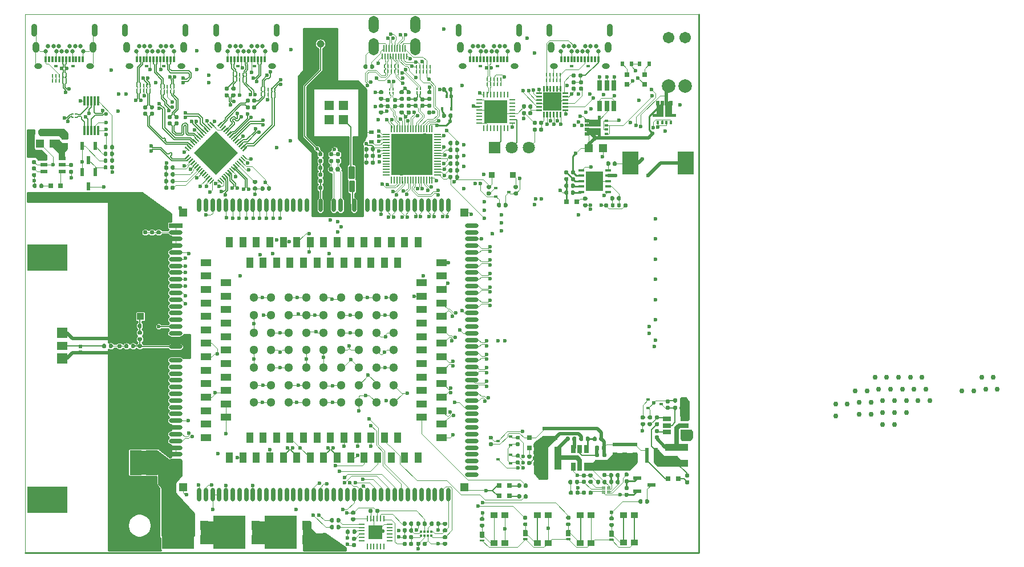
<source format=gbr>
%TF.GenerationSoftware,KiCad,Pcbnew,5.1.9+dfsg1-1*%
%TF.CreationDate,2022-02-15T13:48:39+01:00*%
%TF.ProjectId,sc606-baseboard,73633630-362d-4626-9173-65626f617264,rev?*%
%TF.SameCoordinates,Original*%
%TF.FileFunction,Copper,L1,Top*%
%TF.FilePolarity,Positive*%
%FSLAX46Y46*%
G04 Gerber Fmt 4.6, Leading zero omitted, Abs format (unit mm)*
G04 Created by KiCad (PCBNEW 5.1.9+dfsg1-1) date 2022-02-15 13:48:39 commit a4fbcb5*
%MOMM*%
%LPD*%
G01*
G04 APERTURE LIST*
%TA.AperFunction,Profile*%
%ADD10C,0.120000*%
%TD*%
%TA.AperFunction,Profile*%
%ADD11C,0.254000*%
%TD*%
%TA.AperFunction,SMDPad,CuDef*%
%ADD12C,0.750000*%
%TD*%
%TA.AperFunction,SMDPad,CuDef*%
%ADD13R,6.150000X6.150000*%
%TD*%
%TA.AperFunction,SMDPad,CuDef*%
%ADD14R,0.200000X1.000000*%
%TD*%
%TA.AperFunction,SMDPad,CuDef*%
%ADD15R,1.000000X0.200000*%
%TD*%
%TA.AperFunction,SMDPad,CuDef*%
%ADD16R,2.100000X2.100000*%
%TD*%
%TA.AperFunction,SMDPad,CuDef*%
%ADD17R,0.900000X0.240000*%
%TD*%
%TA.AperFunction,SMDPad,CuDef*%
%ADD18R,0.240000X0.900000*%
%TD*%
%TA.AperFunction,SMDPad,CuDef*%
%ADD19R,1.350000X1.350000*%
%TD*%
%TA.AperFunction,SMDPad,CuDef*%
%ADD20R,2.000000X0.650000*%
%TD*%
%TA.AperFunction,SMDPad,CuDef*%
%ADD21R,1.300000X1.300000*%
%TD*%
%TA.AperFunction,SMDPad,CuDef*%
%ADD22C,1.300000*%
%TD*%
%TA.AperFunction,SMDPad,CuDef*%
%ADD23R,1.000000X1.500000*%
%TD*%
%TA.AperFunction,SMDPad,CuDef*%
%ADD24R,1.500000X1.000000*%
%TD*%
%TA.AperFunction,SMDPad,CuDef*%
%ADD25O,0.650000X2.000000*%
%TD*%
%TA.AperFunction,SMDPad,CuDef*%
%ADD26O,2.000000X0.650000*%
%TD*%
%TA.AperFunction,SMDPad,CuDef*%
%ADD27R,0.300000X1.450000*%
%TD*%
%TA.AperFunction,SMDPad,CuDef*%
%ADD28R,1.000000X0.550000*%
%TD*%
%TA.AperFunction,SMDPad,CuDef*%
%ADD29R,0.950000X0.950000*%
%TD*%
%TA.AperFunction,SMDPad,CuDef*%
%ADD30R,0.800000X0.800000*%
%TD*%
%TA.AperFunction,SMDPad,CuDef*%
%ADD31R,1.200000X1.200000*%
%TD*%
%TA.AperFunction,SMDPad,CuDef*%
%ADD32R,2.400000X3.400000*%
%TD*%
%TA.AperFunction,SMDPad,CuDef*%
%ADD33C,0.100000*%
%TD*%
%TA.AperFunction,SMDPad,CuDef*%
%ADD34R,0.508000X0.406400*%
%TD*%
%TA.AperFunction,SMDPad,CuDef*%
%ADD35R,0.558800X0.406400*%
%TD*%
%TA.AperFunction,SMDPad,CuDef*%
%ADD36R,0.406400X0.508000*%
%TD*%
%TA.AperFunction,SMDPad,CuDef*%
%ADD37R,0.406400X0.558800*%
%TD*%
%TA.AperFunction,SMDPad,CuDef*%
%ADD38R,0.600000X0.800000*%
%TD*%
%TA.AperFunction,WasherPad*%
%ADD39C,1.710000*%
%TD*%
%TA.AperFunction,ComponentPad*%
%ADD40C,2.000000*%
%TD*%
%TA.AperFunction,SMDPad,CuDef*%
%ADD41R,2.700000X2.700000*%
%TD*%
%TA.AperFunction,SMDPad,CuDef*%
%ADD42R,0.700000X1.600000*%
%TD*%
%TA.AperFunction,ComponentPad*%
%ADD43O,0.900000X1.900000*%
%TD*%
%TA.AperFunction,ComponentPad*%
%ADD44O,1.000000X1.600000*%
%TD*%
%TA.AperFunction,ComponentPad*%
%ADD45O,1.150000X0.800000*%
%TD*%
%TA.AperFunction,SMDPad,CuDef*%
%ADD46R,0.500000X0.400000*%
%TD*%
%TA.AperFunction,ComponentPad*%
%ADD47C,0.650000*%
%TD*%
%TA.AperFunction,SMDPad,CuDef*%
%ADD48R,0.300000X0.900000*%
%TD*%
%TA.AperFunction,SMDPad,CuDef*%
%ADD49R,0.200000X0.475000*%
%TD*%
%TA.AperFunction,SMDPad,CuDef*%
%ADD50R,0.900000X0.950000*%
%TD*%
%TA.AperFunction,SMDPad,CuDef*%
%ADD51C,1.140000*%
%TD*%
%TA.AperFunction,SMDPad,CuDef*%
%ADD52R,1.100000X1.100000*%
%TD*%
%TA.AperFunction,SMDPad,CuDef*%
%ADD53R,1.800000X1.500000*%
%TD*%
%TA.AperFunction,SMDPad,CuDef*%
%ADD54R,1.000000X0.900000*%
%TD*%
%TA.AperFunction,SMDPad,CuDef*%
%ADD55R,1.200000X0.700000*%
%TD*%
%TA.AperFunction,SMDPad,CuDef*%
%ADD56R,3.400000X0.980000*%
%TD*%
%TA.AperFunction,SMDPad,CuDef*%
%ADD57R,0.600000X0.540000*%
%TD*%
%TA.AperFunction,SMDPad,CuDef*%
%ADD58R,1.500000X1.200000*%
%TD*%
%TA.AperFunction,SMDPad,CuDef*%
%ADD59R,1.500000X1.650000*%
%TD*%
%TA.AperFunction,SMDPad,CuDef*%
%ADD60R,6.000000X4.000000*%
%TD*%
%TA.AperFunction,ComponentPad*%
%ADD61O,1.500000X2.550000*%
%TD*%
%TA.AperFunction,SMDPad,CuDef*%
%ADD62R,0.230000X0.850000*%
%TD*%
%TA.AperFunction,SMDPad,CuDef*%
%ADD63R,0.230000X1.000000*%
%TD*%
%TA.AperFunction,SMDPad,CuDef*%
%ADD64R,0.280000X0.850000*%
%TD*%
%TA.AperFunction,SMDPad,CuDef*%
%ADD65R,0.850000X0.280000*%
%TD*%
%TA.AperFunction,SMDPad,CuDef*%
%ADD66R,3.450000X3.450000*%
%TD*%
%TA.AperFunction,SMDPad,CuDef*%
%ADD67R,0.310000X0.420000*%
%TD*%
%TA.AperFunction,SMDPad,CuDef*%
%ADD68R,0.310000X0.430000*%
%TD*%
%TA.AperFunction,SMDPad,CuDef*%
%ADD69R,0.500000X0.150000*%
%TD*%
%TA.AperFunction,SMDPad,CuDef*%
%ADD70R,0.700000X1.200000*%
%TD*%
%TA.AperFunction,ComponentPad*%
%ADD71C,1.800000*%
%TD*%
%TA.AperFunction,ComponentPad*%
%ADD72R,1.800000X1.800000*%
%TD*%
%TA.AperFunction,SMDPad,CuDef*%
%ADD73R,0.800000X0.600000*%
%TD*%
%TA.AperFunction,SMDPad,CuDef*%
%ADD74R,0.600000X1.300000*%
%TD*%
%TA.AperFunction,SMDPad,CuDef*%
%ADD75R,0.400000X0.500000*%
%TD*%
%TA.AperFunction,SMDPad,CuDef*%
%ADD76R,1.300000X0.600000*%
%TD*%
%TA.AperFunction,SMDPad,CuDef*%
%ADD77R,0.300000X0.230000*%
%TD*%
%TA.AperFunction,SMDPad,CuDef*%
%ADD78R,0.230000X0.300000*%
%TD*%
%TA.AperFunction,SMDPad,CuDef*%
%ADD79R,0.980000X3.400000*%
%TD*%
%TA.AperFunction,SMDPad,CuDef*%
%ADD80R,1.000000X1.050000*%
%TD*%
%TA.AperFunction,SMDPad,CuDef*%
%ADD81R,1.050000X2.200000*%
%TD*%
%TA.AperFunction,SMDPad,CuDef*%
%ADD82R,0.850000X0.356000*%
%TD*%
%TA.AperFunction,SMDPad,CuDef*%
%ADD83R,2.600000X3.000000*%
%TD*%
%TA.AperFunction,SMDPad,CuDef*%
%ADD84R,4.860000X4.900000*%
%TD*%
%TA.AperFunction,SMDPad,CuDef*%
%ADD85R,1.270000X1.400000*%
%TD*%
%TA.AperFunction,ViaPad*%
%ADD86C,0.600000*%
%TD*%
%TA.AperFunction,Conductor*%
%ADD87C,0.500000*%
%TD*%
%TA.AperFunction,Conductor*%
%ADD88C,0.250000*%
%TD*%
%TA.AperFunction,Conductor*%
%ADD89C,0.150000*%
%TD*%
%TA.AperFunction,Conductor*%
%ADD90C,0.125000*%
%TD*%
%TA.AperFunction,Conductor*%
%ADD91C,0.215000*%
%TD*%
%TA.AperFunction,Conductor*%
%ADD92C,0.200000*%
%TD*%
%TA.AperFunction,Conductor*%
%ADD93C,0.700000*%
%TD*%
%TA.AperFunction,Conductor*%
%ADD94C,0.185000*%
%TD*%
%TA.AperFunction,Conductor*%
%ADD95C,0.182000*%
%TD*%
%TA.AperFunction,Conductor*%
%ADD96C,0.155000*%
%TD*%
%TA.AperFunction,Conductor*%
%ADD97C,0.254000*%
%TD*%
%TA.AperFunction,Conductor*%
%ADD98C,0.100000*%
%TD*%
G04 APERTURE END LIST*
D10*
X175600000Y-42400000D02*
X75600000Y-42400000D01*
D11*
X175600000Y-42400000D02*
X175600000Y-122400000D01*
D10*
X75600000Y-122400000D02*
X75600000Y-42400000D01*
D11*
X175600000Y-122400000D02*
X75600000Y-122400000D01*
D12*
%TO.P,TP60,1*%
%TO.N,1V2_SYS*%
X219879999Y-98089999D03*
%TD*%
%TO.P,TP59,1*%
%TO.N,3V3_CAM*%
X218129999Y-98089999D03*
%TD*%
%TO.P,TP58,1*%
%TO.N,3V3_SYS*%
X219289999Y-96339999D03*
%TD*%
%TO.P,TP57,1*%
%TO.N,GND*%
X216379999Y-98329999D03*
%TD*%
%TO.P,TP56,1*%
%TO.N,5V0_SYS*%
X217539999Y-96339999D03*
%TD*%
%TO.P,TP55,1*%
%TO.N,Net-(IC1-Pad10)*%
X214629999Y-98329999D03*
%TD*%
%TO.P,TP51,1*%
%TO.N,Net-(M1-Pad244)*%
X208119999Y-99839999D03*
%TD*%
%TO.P,TP50,1*%
%TO.N,Net-(M1-Pad228)*%
X206369999Y-101589999D03*
%TD*%
%TO.P,TP49,1*%
%TO.N,Net-(M1-Pad227)*%
X204619999Y-103339999D03*
%TD*%
%TO.P,TP48,1*%
%TO.N,Net-(M1-Pad226)*%
X209279999Y-98089999D03*
%TD*%
%TO.P,TP47,1*%
%TO.N,Net-(M1-Pad224)*%
X202869999Y-99839999D03*
%TD*%
%TO.P,TP46,1*%
%TO.N,Net-(M1-Pad223)*%
X209869999Y-99839999D03*
%TD*%
%TO.P,TP45,1*%
%TO.N,Net-(M1-Pad149)*%
X206369999Y-99839999D03*
%TD*%
%TO.P,TP44,1*%
%TO.N,Net-(M1-Pad139)*%
X204619999Y-101589999D03*
%TD*%
%TO.P,TP43,1*%
%TO.N,Net-(M1-Pad138)*%
X207529999Y-98089999D03*
%TD*%
%TO.P,TP42,1*%
%TO.N,Net-(M1-Pad127)*%
X208689999Y-96339999D03*
%TD*%
%TO.P,TP41,1*%
%TO.N,Net-(M1-Pad126)*%
X202869999Y-101589999D03*
%TD*%
%TO.P,TP40,1*%
%TO.N,Net-(M1-Pad61)*%
X204619999Y-99839999D03*
%TD*%
%TO.P,TP39,1*%
%TO.N,Net-(M1-Pad60)*%
X205779999Y-98089999D03*
%TD*%
%TO.P,TP38,1*%
%TO.N,Net-(M1-Pad58)*%
X206939999Y-96339999D03*
%TD*%
%TO.P,TP37,1*%
%TO.N,Net-(M1-Pad59)*%
X201119999Y-101829999D03*
%TD*%
%TO.P,TP36,1*%
%TO.N,Net-(M1-Pad202)*%
X202869999Y-103339999D03*
%TD*%
%TO.P,TP35,1*%
%TO.N,Net-(M1-Pad74)*%
X204029999Y-98089999D03*
%TD*%
%TO.P,TP34,1*%
%TO.N,Net-(M1-Pad73)*%
X195869999Y-100319999D03*
%TD*%
%TO.P,TP33,1*%
%TO.N,Net-(M1-Pad55)*%
X198779999Y-98329999D03*
%TD*%
%TO.P,TP32,1*%
%TO.N,Net-(M1-Pad54)*%
X201689999Y-96339999D03*
%TD*%
%TO.P,TP31,1*%
%TO.N,Net-(M1-Pad53)*%
X197619999Y-100319999D03*
%TD*%
%TO.P,TP30,1*%
%TO.N,Net-(M1-Pad52)*%
X195869999Y-102069999D03*
%TD*%
%TO.P,TP29,1*%
%TO.N,Net-(M1-Pad51)*%
X200529999Y-98329999D03*
%TD*%
%TO.P,TP28,1*%
%TO.N,Net-(M1-Pad50)*%
X199369999Y-100079999D03*
%TD*%
%TO.P,TP27,1*%
%TO.N,Net-(M1-Pad49)*%
X203439999Y-96339999D03*
%TD*%
%TO.P,TP26,1*%
%TO.N,Net-(M1-Pad48)*%
X202279999Y-98089999D03*
%TD*%
%TO.P,TP25,1*%
%TO.N,Net-(M1-Pad46)*%
X201119999Y-100079999D03*
%TD*%
%TO.P,TP22,1*%
%TO.N,Net-(M1-Pad45)*%
X199369999Y-101829999D03*
%TD*%
%TO.P,TP21,1*%
%TO.N,Net-(M1-Pad44)*%
X205189999Y-96339999D03*
%TD*%
%TO.P,C22,2*%
%TO.N,GND*%
%TA.AperFunction,SMDPad,CuDef*%
G36*
G01*
X162110000Y-70627500D02*
X162110000Y-70972500D01*
G75*
G02*
X161962500Y-71120000I-147500J0D01*
G01*
X161667500Y-71120000D01*
G75*
G02*
X161520000Y-70972500I0J147500D01*
G01*
X161520000Y-70627500D01*
G75*
G02*
X161667500Y-70480000I147500J0D01*
G01*
X161962500Y-70480000D01*
G75*
G02*
X162110000Y-70627500I0J-147500D01*
G01*
G37*
%TD.AperFunction*%
%TO.P,C22,1*%
%TO.N,Net-(C22-Pad1)*%
%TA.AperFunction,SMDPad,CuDef*%
G36*
G01*
X163080000Y-70627500D02*
X163080000Y-70972500D01*
G75*
G02*
X162932500Y-71120000I-147500J0D01*
G01*
X162637500Y-71120000D01*
G75*
G02*
X162490000Y-70972500I0J147500D01*
G01*
X162490000Y-70627500D01*
G75*
G02*
X162637500Y-70480000I147500J0D01*
G01*
X162932500Y-70480000D01*
G75*
G02*
X163080000Y-70627500I0J-147500D01*
G01*
G37*
%TD.AperFunction*%
%TD*%
D13*
%TO.P,U7,65*%
%TO.N,GND*%
X132975000Y-63245000D03*
D14*
%TO.P,U7,6*%
%TO.N,SoMtoLT_D3_P*%
X131975000Y-67045000D03*
%TO.P,U7,8*%
%TO.N,SoMtoLT_D2_P*%
X132775000Y-67045000D03*
%TO.P,U7,1*%
%TO.N,N/C*%
X129975000Y-67045000D03*
%TO.P,U7,10*%
%TO.N,SoMtoLT_CLK_P*%
X133575000Y-67045000D03*
%TO.P,U7,3*%
%TO.N,LT9611_VCC33_RX*%
X130775000Y-67045000D03*
%TO.P,U7,9*%
%TO.N,SoMtoLT_CLK_N*%
X133175000Y-67045000D03*
%TO.P,U7,5*%
%TO.N,SoMtoLT_D3_N*%
X131575000Y-67045000D03*
%TO.P,U7,2*%
%TO.N,N/C*%
X130375000Y-67045000D03*
%TO.P,U7,4*%
%TO.N,LT9611_VCC12_RX*%
X131175000Y-67045000D03*
D15*
%TO.P,U7,17*%
%TO.N,/display module/RST_N*%
X136775000Y-66245000D03*
%TO.P,U7,18*%
%TO.N,/display module/SoMtoLT_SCL*%
X136775000Y-65845000D03*
%TO.P,U7,19*%
%TO.N,/display module/SoMtoLT_SDA*%
X136775000Y-65445000D03*
D14*
%TO.P,U7,15*%
%TO.N,LT9611_VDD12*%
X135575000Y-67045000D03*
%TO.P,U7,16*%
X135975000Y-67045000D03*
D15*
%TO.P,U7,30*%
%TO.N,N/C*%
X136775000Y-61045000D03*
%TO.P,U7,31*%
%TO.N,LT9611_VDD12*%
X136775000Y-60645000D03*
%TO.P,U7,32*%
%TO.N,N/C*%
X136775000Y-60245000D03*
D14*
%TO.P,U7,33*%
X135975000Y-59445000D03*
%TO.P,U7,34*%
%TO.N,LT9611_VCC33_IO*%
X135575000Y-59445000D03*
%TO.P,U7,35*%
%TO.N,Net-(R59-Pad1)*%
X135175000Y-59445000D03*
%TO.P,U7,36*%
%TO.N,/display module/LTtoHDMI_SDA*%
X134775000Y-59445000D03*
%TO.P,U7,37*%
%TO.N,/display module/LTtoHDMI_SCL*%
X134375000Y-59445000D03*
%TO.P,U7,38*%
%TO.N,/display module/TX_CLK_N*%
X133975000Y-59445000D03*
%TO.P,U7,39*%
%TO.N,/display module/TX_CLK_P*%
X133575000Y-59445000D03*
%TO.P,U7,40*%
%TO.N,/display module/TX_D0_N*%
X133175000Y-59445000D03*
%TO.P,U7,41*%
%TO.N,/display module/TX_D0_P*%
X132775000Y-59445000D03*
%TO.P,U7,42*%
%TO.N,/display module/V_COMM*%
X132375000Y-59445000D03*
%TO.P,U7,43*%
%TO.N,LT9611_VCC33_TX*%
X131975000Y-59445000D03*
%TO.P,U7,44*%
%TO.N,LT9611_VCC12_TX*%
X131575000Y-59445000D03*
%TO.P,U7,45*%
%TO.N,/display module/TX_D1_N*%
X131175000Y-59445000D03*
%TO.P,U7,46*%
%TO.N,/display module/TX_D1_P*%
X130775000Y-59445000D03*
%TO.P,U7,47*%
%TO.N,/display module/TX_D2_N*%
X130375000Y-59445000D03*
%TO.P,U7,48*%
%TO.N,/display module/TX_D2_P*%
X129975000Y-59445000D03*
D15*
%TO.P,U7,49*%
%TO.N,Net-(C57-Pad1)*%
X129175000Y-60245000D03*
%TO.P,U7,50*%
%TO.N,Net-(C53-Pad1)*%
X129175000Y-60645000D03*
%TO.P,U7,51*%
%TO.N,LT9611_VCC33_RX*%
X129175000Y-61045000D03*
%TO.P,U7,52*%
%TO.N,Net-(R58-Pad1)*%
X129175000Y-61445000D03*
%TO.P,U7,53*%
%TO.N,LT9611_VDD12*%
X129175000Y-61845000D03*
%TO.P,U7,54*%
X129175000Y-62245000D03*
%TO.P,U7,55*%
%TO.N,LT9611_VCC33_RX*%
X129175000Y-62645000D03*
%TO.P,U7,56*%
%TO.N,LT9611_VCC12_RX*%
X129175000Y-63045000D03*
%TO.P,U7,57*%
%TO.N,N/C*%
X129175000Y-63445000D03*
%TO.P,U7,58*%
X129175000Y-63845000D03*
%TO.P,U7,59*%
X129175000Y-64245000D03*
%TO.P,U7,60*%
X129175000Y-64645000D03*
%TO.P,U7,61*%
X129175000Y-65045000D03*
%TO.P,U7,62*%
X129175000Y-65445000D03*
%TO.P,U7,63*%
X129175000Y-65845000D03*
%TO.P,U7,64*%
X129175000Y-66245000D03*
D14*
%TO.P,U7,7*%
%TO.N,SoMtoLT_D2_N*%
X132375000Y-67045000D03*
%TO.P,U7,11*%
%TO.N,SoMtoLT_D1_N*%
X133975000Y-67045000D03*
%TO.P,U7,12*%
%TO.N,SoMtoLT_D1_P*%
X134375000Y-67045000D03*
%TO.P,U7,13*%
%TO.N,SoMtoLT_D0_N*%
X134775000Y-67045000D03*
%TO.P,U7,14*%
%TO.N,SoMtoLT_D0_P*%
X135175000Y-67045000D03*
D15*
%TO.P,U7,20*%
%TO.N,N/C*%
X136775000Y-65045000D03*
%TO.P,U7,21*%
X136775000Y-64645000D03*
%TO.P,U7,22*%
X136775000Y-64245000D03*
%TO.P,U7,23*%
%TO.N,/display module/INT0*%
X136775000Y-63845000D03*
%TO.P,U7,24*%
%TO.N,/display module/CEC_LT*%
X136775000Y-63445000D03*
%TO.P,U7,25*%
%TO.N,Net-(R53-Pad1)*%
X136775000Y-63045000D03*
%TO.P,U7,26*%
%TO.N,LT9611_VCC33_IO*%
X136775000Y-62645000D03*
%TO.P,U7,27*%
%TO.N,N/C*%
X136775000Y-62245000D03*
%TO.P,U7,28*%
X136775000Y-61845000D03*
%TO.P,U7,29*%
X136775000Y-61445000D03*
%TD*%
D16*
%TO.P,U6,25*%
%TO.N,GND*%
X127600000Y-119400010D03*
D17*
%TO.P,U6,4*%
%TO.N,Net-(R44-Pad1)*%
X125550000Y-119650010D03*
%TO.P,U6,1*%
%TO.N,Net-(R41-Pad1)*%
X125550000Y-118150010D03*
D18*
%TO.P,U6,23*%
%TO.N,GND*%
X126850000Y-117350010D03*
%TO.P,U6,10*%
%TO.N,N/C*%
X127850000Y-121450010D03*
D17*
%TO.P,U6,14*%
X129650000Y-120150010D03*
%TO.P,U6,5*%
X125550000Y-120150010D03*
%TO.P,U6,18*%
%TO.N,GND*%
X129650000Y-118150010D03*
%TO.P,U6,15*%
%TO.N,N/C*%
X129650000Y-119650010D03*
%TO.P,U6,13*%
X129650000Y-120650010D03*
D18*
%TO.P,U6,9*%
X127350000Y-121450010D03*
D17*
%TO.P,U6,16*%
X129650000Y-119150010D03*
D18*
%TO.P,U6,12*%
X128850000Y-121450010D03*
%TO.P,U6,8*%
X126850000Y-121450010D03*
%TO.P,U6,21*%
%TO.N,3V3_SYS*%
X127850000Y-117350010D03*
%TO.P,U6,11*%
%TO.N,N/C*%
X128350000Y-121450010D03*
%TO.P,U6,19*%
%TO.N,Net-(R39-Pad2)*%
X128850000Y-117350010D03*
%TO.P,U6,20*%
%TO.N,Net-(R38-Pad2)*%
X128350000Y-117350010D03*
%TO.P,U6,24*%
%TO.N,Net-(R40-Pad2)*%
X126350000Y-117350010D03*
D17*
%TO.P,U6,3*%
%TO.N,Net-(R43-Pad1)*%
X125550000Y-119150010D03*
%TO.P,U6,17*%
%TO.N,N/C*%
X129650000Y-118650010D03*
D18*
%TO.P,U6,7*%
X126350000Y-121450010D03*
D17*
%TO.P,U6,6*%
X125550000Y-120650010D03*
D18*
%TO.P,U6,22*%
%TO.N,GND*%
X127350000Y-117350010D03*
D17*
%TO.P,U6,2*%
%TO.N,Net-(R42-Pad1)*%
X125550000Y-118650010D03*
%TD*%
D19*
%TO.P,ANT1,1*%
%TO.N,Net-(ANT1-Pad1)*%
X122825000Y-58075000D03*
%TO.P,ANT1,2*%
%TO.N,N/C*%
X120675000Y-58075000D03*
%TO.P,ANT1,3*%
X122825000Y-55925000D03*
%TO.P,ANT1,4*%
X120675000Y-55925000D03*
%TD*%
D20*
%TO.P,M1,1*%
%TO.N,Net-(C4-Pad1)*%
X97900000Y-73800000D03*
D21*
%TO.P,M1,320*%
%TO.N,GND*%
X99000000Y-71900000D03*
%TO.P,M1,323*%
X140800000Y-71900000D03*
%TO.P,M1,322*%
X140800000Y-112700000D03*
%TO.P,M1,321*%
X99000000Y-112700000D03*
D22*
%TO.P,M1,319*%
X130300000Y-100100000D03*
%TO.P,M1,318*%
X130300000Y-97500000D03*
%TO.P,M1,317*%
X130300000Y-94900000D03*
%TO.P,M1,316*%
X130300000Y-92300000D03*
%TO.P,M1,315*%
X130300000Y-89700000D03*
%TO.P,M1,314*%
X130300000Y-87100000D03*
%TO.P,M1,313*%
X130300000Y-84500000D03*
%TO.P,M1,312*%
X127700000Y-100100000D03*
%TO.P,M1,311*%
X127700000Y-97500000D03*
%TO.P,M1,310*%
X127700000Y-94900000D03*
%TO.P,M1,309*%
X127700000Y-92300000D03*
%TO.P,M1,308*%
X127700000Y-89700000D03*
%TO.P,M1,307*%
X127700000Y-87100000D03*
%TO.P,M1,306*%
X127700000Y-84500000D03*
%TO.P,M1,305*%
X125100000Y-100100000D03*
%TO.P,M1,304*%
X125100000Y-97500000D03*
%TO.P,M1,303*%
X125100000Y-94900000D03*
%TO.P,M1,302*%
X125100000Y-92300000D03*
%TO.P,M1,301*%
X125100000Y-89700000D03*
%TO.P,M1,300*%
X125100000Y-87100000D03*
%TO.P,M1,299*%
X125100000Y-84500000D03*
%TO.P,M1,298*%
X122500000Y-100100000D03*
%TO.P,M1,297*%
X122500000Y-97500000D03*
%TO.P,M1,296*%
X122500000Y-94900000D03*
%TO.P,M1,295*%
X122500000Y-92300000D03*
%TO.P,M1,294*%
X122500000Y-89700000D03*
%TO.P,M1,293*%
X122500000Y-87100000D03*
%TO.P,M1,292*%
X122500000Y-84500000D03*
%TO.P,M1,291*%
X119900000Y-100100000D03*
%TO.P,M1,290*%
X119900000Y-97500000D03*
%TO.P,M1,289*%
X119900000Y-94900000D03*
%TO.P,M1,288*%
X119900000Y-92300000D03*
%TO.P,M1,287*%
X119900000Y-89700000D03*
%TO.P,M1,286*%
X119900000Y-87100000D03*
%TO.P,M1,285*%
X119900000Y-84500000D03*
%TO.P,M1,284*%
X117300000Y-100100000D03*
%TO.P,M1,283*%
X117300000Y-97500000D03*
%TO.P,M1,282*%
X117300000Y-94900000D03*
%TO.P,M1,281*%
X117300000Y-92300000D03*
%TO.P,M1,280*%
X117300000Y-89700000D03*
%TO.P,M1,279*%
X117300000Y-87100000D03*
%TO.P,M1,278*%
X117300000Y-84500000D03*
%TO.P,M1,277*%
X114700000Y-100100000D03*
%TO.P,M1,276*%
X114700000Y-97500000D03*
%TO.P,M1,275*%
X114700000Y-94900000D03*
%TO.P,M1,274*%
X114700000Y-92300000D03*
%TO.P,M1,273*%
X114700000Y-89700000D03*
%TO.P,M1,272*%
X114700000Y-87100000D03*
%TO.P,M1,271*%
X114700000Y-84500000D03*
%TO.P,M1,270*%
X112100000Y-100100000D03*
%TO.P,M1,269*%
X112100000Y-97500000D03*
%TO.P,M1,268*%
X112100000Y-94900000D03*
%TO.P,M1,267*%
X112100000Y-92300000D03*
%TO.P,M1,266*%
X112100000Y-89700000D03*
%TO.P,M1,265*%
X112100000Y-87100000D03*
%TO.P,M1,264*%
X112100000Y-84500000D03*
%TO.P,M1,263*%
X109500000Y-100100000D03*
%TO.P,M1,262*%
X109500000Y-97500000D03*
%TO.P,M1,261*%
X109500000Y-94900000D03*
%TO.P,M1,260*%
X109500000Y-92300000D03*
%TO.P,M1,259*%
X109500000Y-89700000D03*
%TO.P,M1,258*%
X109500000Y-87100000D03*
%TO.P,M1,257*%
X109500000Y-84500000D03*
D23*
%TO.P,M1,256*%
%TO.N,N/C*%
X108900000Y-79300000D03*
%TO.P,M1,255*%
X110900000Y-79300000D03*
%TO.P,M1,254*%
X112900000Y-79300000D03*
%TO.P,M1,253*%
X114900000Y-79300000D03*
%TO.P,M1,252*%
X116900000Y-79300000D03*
%TO.P,M1,251*%
X118900000Y-79300000D03*
%TO.P,M1,250*%
X120900000Y-79300000D03*
%TO.P,M1,249*%
X122900000Y-79300000D03*
%TO.P,M1,248*%
%TO.N,Net-(M1-Pad248)*%
X124900000Y-79300000D03*
%TO.P,M1,247*%
%TO.N,Net-(M1-Pad247)*%
X126900000Y-79300000D03*
%TO.P,M1,246*%
%TO.N,N/C*%
X128900000Y-79300000D03*
%TO.P,M1,245*%
X130900000Y-79300000D03*
D24*
%TO.P,M1,244*%
%TO.N,Net-(M1-Pad244)*%
X134400000Y-82300000D03*
%TO.P,M1,243*%
%TO.N,GND*%
X134400000Y-84300000D03*
%TO.P,M1,242*%
%TO.N,N/C*%
X134400000Y-86300000D03*
%TO.P,M1,241*%
X134400000Y-88300000D03*
%TO.P,M1,240*%
X134400000Y-90300000D03*
%TO.P,M1,239*%
X134400000Y-92300000D03*
%TO.P,M1,238*%
X134400000Y-94300000D03*
%TO.P,M1,237*%
X134400000Y-96300000D03*
%TO.P,M1,236*%
X134400000Y-98300000D03*
%TO.P,M1,235*%
X134400000Y-100300000D03*
%TO.P,M1,234*%
%TO.N,USR_LED2*%
X134400000Y-102300000D03*
D23*
%TO.P,M1,233*%
%TO.N,N/C*%
X130900000Y-105300000D03*
%TO.P,M1,232*%
%TO.N,USR_LED1*%
X128900000Y-105300000D03*
%TO.P,M1,231*%
%TO.N,CAM_RST*%
X126900000Y-105300000D03*
%TO.P,M1,230*%
%TO.N,LT9611_RST_N*%
X124900000Y-105300000D03*
%TO.P,M1,229*%
%TO.N,LT9611_INT0*%
X122900000Y-105300000D03*
%TO.P,M1,228*%
%TO.N,Net-(M1-Pad228)*%
X120900000Y-105300000D03*
%TO.P,M1,227*%
%TO.N,Net-(M1-Pad227)*%
X118900000Y-105300000D03*
%TO.P,M1,226*%
%TO.N,Net-(M1-Pad226)*%
X116900000Y-105300000D03*
%TO.P,M1,225*%
%TO.N,GND*%
X114900000Y-105300000D03*
%TO.P,M1,224*%
%TO.N,Net-(M1-Pad224)*%
X112900000Y-105300000D03*
%TO.P,M1,223*%
%TO.N,Net-(M1-Pad223)*%
X110900000Y-105300000D03*
%TO.P,M1,222*%
%TO.N,N/C*%
X108900000Y-105300000D03*
D24*
%TO.P,M1,221*%
%TO.N,VPH_PWR*%
X105400000Y-102300000D03*
%TO.P,M1,220*%
X105400000Y-100300000D03*
%TO.P,M1,219*%
%TO.N,GND*%
X105400000Y-98300000D03*
%TO.P,M1,218*%
%TO.N,N/C*%
X105400000Y-96300000D03*
%TO.P,M1,217*%
X105400000Y-94300000D03*
%TO.P,M1,216*%
X105400000Y-92300000D03*
%TO.P,M1,215*%
X105400000Y-90300000D03*
%TO.P,M1,214*%
X105400000Y-88300000D03*
%TO.P,M1,213*%
X105400000Y-86300000D03*
%TO.P,M1,212*%
X105400000Y-84300000D03*
%TO.P,M1,211*%
X105400000Y-82300000D03*
D23*
%TO.P,M1,210*%
X105900000Y-76300000D03*
%TO.P,M1,209*%
X107900000Y-76300000D03*
%TO.P,M1,208*%
X109900000Y-76300000D03*
%TO.P,M1,207*%
X111900000Y-76300000D03*
%TO.P,M1,206*%
%TO.N,TP0_I2C_SDA*%
X113900000Y-76300000D03*
%TO.P,M1,205*%
%TO.N,HDMI_I2C_SCL*%
X115900000Y-76300000D03*
%TO.P,M1,204*%
%TO.N,HDMI_I2C_SDA*%
X117900000Y-76300000D03*
%TO.P,M1,203*%
%TO.N,N/C*%
X119900000Y-76300000D03*
%TO.P,M1,202*%
%TO.N,Net-(M1-Pad202)*%
X121900000Y-76300000D03*
%TO.P,M1,201*%
%TO.N,Net-(M1-Pad201)*%
X123900000Y-76300000D03*
%TO.P,M1,200*%
%TO.N,Net-(M1-Pad200)*%
X125900000Y-76300000D03*
%TO.P,M1,199*%
%TO.N,N/C*%
X127900000Y-76300000D03*
%TO.P,M1,198*%
X129900000Y-76300000D03*
%TO.P,M1,197*%
X131900000Y-76300000D03*
%TO.P,M1,196*%
X133900000Y-76300000D03*
D24*
%TO.P,M1,195*%
%TO.N,GND*%
X137400000Y-79300000D03*
%TO.P,M1,194*%
%TO.N,N/C*%
X137400000Y-81300000D03*
%TO.P,M1,193*%
%TO.N,GND*%
X137400000Y-83300000D03*
%TO.P,M1,192*%
%TO.N,CAM2_D3_N*%
X137400000Y-85300000D03*
%TO.P,M1,191*%
%TO.N,CAM2_D3_P*%
X137400000Y-87300000D03*
%TO.P,M1,190*%
%TO.N,CAM2_D2_N*%
X137400000Y-89300000D03*
%TO.P,M1,189*%
%TO.N,CAM2_D2_P*%
X137400000Y-91300000D03*
%TO.P,M1,188*%
%TO.N,CAM2_D1_N*%
X137400000Y-93300000D03*
%TO.P,M1,187*%
%TO.N,CAM2_D1_P*%
X137400000Y-95300000D03*
%TO.P,M1,186*%
%TO.N,CAM2_D0_N*%
X137400000Y-97300000D03*
%TO.P,M1,185*%
%TO.N,CAM2_D0_P*%
X137400000Y-99300000D03*
%TO.P,M1,184*%
%TO.N,CAM2_CLK_N*%
X137400000Y-101300000D03*
%TO.P,M1,183*%
%TO.N,CAM2_CLK_P*%
X137400000Y-103300000D03*
%TO.P,M1,182*%
%TO.N,GND*%
X137400000Y-105300000D03*
D23*
%TO.P,M1,181*%
%TO.N,N/C*%
X133900000Y-108300000D03*
%TO.P,M1,180*%
X131900000Y-108300000D03*
%TO.P,M1,179*%
X129900000Y-108300000D03*
%TO.P,M1,178*%
%TO.N,VSYNC_CAM1*%
X127900000Y-108300000D03*
%TO.P,M1,177*%
%TO.N,VSYNC_CAM2*%
X125900000Y-108300000D03*
%TO.P,M1,176*%
%TO.N,GND*%
X123900000Y-108300000D03*
%TO.P,M1,175*%
%TO.N,SoM_USB3_TX_N*%
X121900000Y-108300000D03*
%TO.P,M1,174*%
%TO.N,SoM_USB3_TX_P*%
X119900000Y-108300000D03*
%TO.P,M1,173*%
%TO.N,GND*%
X117900000Y-108300000D03*
%TO.P,M1,172*%
%TO.N,SoM_USB3_RX_N*%
X115900000Y-108300000D03*
%TO.P,M1,171*%
%TO.N,SoM_USB3_RX_P*%
X113900000Y-108300000D03*
%TO.P,M1,170*%
%TO.N,GND*%
X111900000Y-108300000D03*
%TO.P,M1,169*%
%TO.N,N/C*%
X109900000Y-108300000D03*
%TO.P,M1,168*%
%TO.N,Net-(M1-Pad168)*%
X107900000Y-108300000D03*
%TO.P,M1,167*%
%TO.N,N/C*%
X105900000Y-108300000D03*
D24*
%TO.P,M1,166*%
X102400000Y-105300000D03*
%TO.P,M1,165*%
X102400000Y-103300000D03*
%TO.P,M1,164*%
X102400000Y-101300000D03*
%TO.P,M1,163*%
%TO.N,GND*%
X102400000Y-99300000D03*
%TO.P,M1,162*%
%TO.N,N/C*%
X102400000Y-97300000D03*
%TO.P,M1,161*%
X102400000Y-95300000D03*
%TO.P,M1,160*%
%TO.N,GND*%
X102400000Y-93300000D03*
%TO.P,M1,159*%
X102400000Y-91300000D03*
%TO.P,M1,158*%
%TO.N,N/C*%
X102400000Y-89300000D03*
%TO.P,M1,157*%
X102400000Y-87300000D03*
%TO.P,M1,156*%
X102400000Y-85300000D03*
%TO.P,M1,155*%
X102400000Y-83300000D03*
%TO.P,M1,154*%
X102400000Y-81300000D03*
%TO.P,M1,153*%
X102400000Y-79300000D03*
D25*
%TO.P,M1,152*%
X101400000Y-70800000D03*
%TO.P,M1,151*%
X102400000Y-70800000D03*
%TO.P,M1,150*%
%TO.N,GND*%
X103400000Y-70800000D03*
%TO.P,M1,149*%
%TO.N,Net-(M1-Pad149)*%
X104400000Y-70800000D03*
%TO.P,M1,148*%
%TO.N,GND*%
X105400000Y-70800000D03*
%TO.P,M1,147*%
%TO.N,VOL_DOWN*%
X106400000Y-70800000D03*
%TO.P,M1,146*%
%TO.N,VOL_UP*%
X107400000Y-70800000D03*
%TO.P,M1,145*%
%TO.N,Net-(M1-Pad145)*%
X108400000Y-70800000D03*
%TO.P,M1,144*%
%TO.N,USIM1_RST*%
X109400000Y-70800000D03*
%TO.P,M1,143*%
%TO.N,USIM1_CLK*%
X110400000Y-70800000D03*
%TO.P,M1,142*%
%TO.N,USIM1_DATA*%
X111400000Y-70800000D03*
%TO.P,M1,141*%
%TO.N,USIM1_VDD*%
X112400000Y-70800000D03*
%TO.P,M1,140*%
%TO.N,TP0_I2C_SCL*%
X113400000Y-70800000D03*
%TO.P,M1,139*%
%TO.N,Net-(M1-Pad139)*%
X114400000Y-70800000D03*
%TO.P,M1,138*%
%TO.N,Net-(M1-Pad138)*%
X115400000Y-70800000D03*
%TO.P,M1,137*%
%TO.N,N/C*%
X116400000Y-70800000D03*
%TO.P,M1,136*%
X117400000Y-70800000D03*
%TO.P,M1,135*%
%TO.N,GND*%
X118400000Y-70800000D03*
%TO.P,M1,134*%
%TO.N,ANT_GNSS*%
X119400000Y-70800000D03*
%TO.P,M1,133*%
%TO.N,GND*%
X120400000Y-70800000D03*
%TO.P,M1,132*%
%TO.N,Net-(M1-Pad132)*%
X121400000Y-70800000D03*
%TO.P,M1,131*%
%TO.N,Net-(M1-Pad131)*%
X122400000Y-70800000D03*
%TO.P,M1,130*%
%TO.N,GND*%
X123400000Y-70800000D03*
%TO.P,M1,129*%
%TO.N,ANT-WIFI*%
X124400000Y-70800000D03*
%TO.P,M1,128*%
%TO.N,GND*%
X125400000Y-70800000D03*
%TO.P,M1,127*%
%TO.N,Net-(M1-Pad127)*%
X126400000Y-70800000D03*
%TO.P,M1,126*%
%TO.N,Net-(M1-Pad126)*%
X127400000Y-70800000D03*
%TO.P,M1,125*%
%TO.N,GND*%
X128400000Y-70800000D03*
%TO.P,M1,124*%
%TO.N,SoMtoLT_D3_N*%
X129400000Y-70800000D03*
%TO.P,M1,123*%
%TO.N,SoMtoLT_D3_P*%
X130400000Y-70800000D03*
%TO.P,M1,122*%
%TO.N,SoMtoLT_D2_N*%
X131400000Y-70800000D03*
%TO.P,M1,121*%
%TO.N,SoMtoLT_D2_P*%
X132400000Y-70800000D03*
%TO.P,M1,120*%
%TO.N,SoMtoLT_D1_N*%
X133400000Y-70800000D03*
%TO.P,M1,119*%
%TO.N,SoMtoLT_D1_P*%
X134400000Y-70800000D03*
%TO.P,M1,118*%
%TO.N,SoMtoLT_D0_N*%
X135400000Y-70800000D03*
%TO.P,M1,117*%
%TO.N,SoMtoLT_D0_P*%
X136400000Y-70800000D03*
%TO.P,M1,116*%
%TO.N,SoMtoLT_CLK_N*%
X137400000Y-70800000D03*
%TO.P,M1,115*%
%TO.N,SoMtoLT_CLK_P*%
X138400000Y-70800000D03*
D26*
%TO.P,M1,114*%
%TO.N,N/C*%
X141900000Y-73800000D03*
%TO.P,M1,113*%
X141900000Y-74800000D03*
%TO.P,M1,112*%
%TO.N,GND*%
X141900000Y-75800000D03*
%TO.P,M1,111*%
%TO.N,SoMtoDisplay_D3_N*%
X141900000Y-76800000D03*
%TO.P,M1,110*%
%TO.N,SoMtoDisplay_D3_P*%
X141900000Y-77800000D03*
%TO.P,M1,109*%
%TO.N,SoMtoDisplay_D2_N*%
X141900000Y-78800000D03*
%TO.P,M1,108*%
%TO.N,SoMtoDisplay_D2_P*%
X141900000Y-79800000D03*
%TO.P,M1,107*%
%TO.N,SoMtoDisplay_D1_N*%
X141900000Y-80800000D03*
%TO.P,M1,106*%
%TO.N,SoMtoDisplay_D1_P*%
X141900000Y-81800000D03*
%TO.P,M1,105*%
%TO.N,SoMtoDisplay_D0_N*%
X141900000Y-82800000D03*
%TO.P,M1,104*%
%TO.N,SoMtoDisplay_D0_P*%
X141900000Y-83800000D03*
%TO.P,M1,103*%
%TO.N,SoMtoDisplay_CLK_N*%
X141900000Y-84800000D03*
%TO.P,M1,102*%
%TO.N,SoMtoDisplay_CLK_P*%
X141900000Y-85800000D03*
%TO.P,M1,101*%
%TO.N,GND*%
X141900000Y-86800000D03*
%TO.P,M1,100*%
%TO.N,N/C*%
X141900000Y-87800000D03*
%TO.P,M1,99*%
X141900000Y-88800000D03*
%TO.P,M1,98*%
%TO.N,GND*%
X141900000Y-89800000D03*
%TO.P,M1,97*%
%TO.N,CAM1_D3_N*%
X141900000Y-90800000D03*
%TO.P,M1,96*%
%TO.N,CAM1_D3_P*%
X141900000Y-91800000D03*
%TO.P,M1,95*%
%TO.N,CAM1_D2_N*%
X141900000Y-92800000D03*
%TO.P,M1,94*%
%TO.N,CAM1_D2_P*%
X141900000Y-93800000D03*
%TO.P,M1,93*%
%TO.N,CAM1_D1_N*%
X141900000Y-94800000D03*
%TO.P,M1,92*%
%TO.N,CAM1_D1_P*%
X141900000Y-95800000D03*
%TO.P,M1,91*%
%TO.N,CAM1_D0_N*%
X141900000Y-96800000D03*
%TO.P,M1,90*%
%TO.N,CAM1_D0_P*%
X141900000Y-97800000D03*
%TO.P,M1,89*%
%TO.N,CAM1_CLK_N*%
X141900000Y-98800000D03*
%TO.P,M1,88*%
%TO.N,CAM1_CLK_P*%
X141900000Y-99800000D03*
%TO.P,M1,87*%
%TO.N,GND*%
X141900000Y-100800000D03*
%TO.P,M1,86*%
%TO.N,N/C*%
X141900000Y-101800000D03*
%TO.P,M1,85*%
X141900000Y-102800000D03*
%TO.P,M1,84*%
X141900000Y-103800000D03*
%TO.P,M1,83*%
X141900000Y-104800000D03*
%TO.P,M1,82*%
X141900000Y-105800000D03*
%TO.P,M1,81*%
X141900000Y-106800000D03*
%TO.P,M1,80*%
X141900000Y-107800000D03*
%TO.P,M1,79*%
X141900000Y-108800000D03*
%TO.P,M1,78*%
X141900000Y-109800000D03*
%TO.P,M1,77*%
X141900000Y-110800000D03*
D25*
%TO.P,M1,76*%
%TO.N,CAM_I2C_SDA*%
X138400000Y-113800000D03*
%TO.P,M1,75*%
%TO.N,CAM_I2C_SCL*%
X137400000Y-113800000D03*
%TO.P,M1,74*%
%TO.N,Net-(M1-Pad74)*%
X136400000Y-113800000D03*
%TO.P,M1,73*%
%TO.N,Net-(M1-Pad73)*%
X135400000Y-113800000D03*
%TO.P,M1,72*%
%TO.N,N/C*%
X134400000Y-113800000D03*
%TO.P,M1,71*%
X133400000Y-113800000D03*
%TO.P,M1,70*%
%TO.N,SD_DATA_4*%
X132400000Y-113800000D03*
%TO.P,M1,69*%
%TO.N,SD_DATA_5*%
X131400000Y-113800000D03*
%TO.P,M1,68*%
%TO.N,SD_DATA_0*%
X130400000Y-113800000D03*
%TO.P,M1,67*%
%TO.N,SD_DATA_1*%
X129400000Y-113800000D03*
%TO.P,M1,66*%
%TO.N,SD_DATA_2*%
X128400000Y-113800000D03*
%TO.P,M1,65*%
%TO.N,SD_DATA_3*%
X127400000Y-113800000D03*
%TO.P,M1,64*%
%TO.N,SD_DATA_6*%
X126400000Y-113800000D03*
%TO.P,M1,63*%
%TO.N,SD_LDO11*%
X125400000Y-113800000D03*
%TO.P,M1,62*%
%TO.N,GND*%
X124400000Y-113800000D03*
%TO.P,M1,61*%
%TO.N,Net-(M1-Pad61)*%
X123400000Y-113800000D03*
%TO.P,M1,60*%
%TO.N,Net-(M1-Pad60)*%
X122400000Y-113800000D03*
%TO.P,M1,59*%
%TO.N,Net-(M1-Pad59)*%
X121400000Y-113800000D03*
%TO.P,M1,58*%
%TO.N,Net-(M1-Pad58)*%
X120400000Y-113800000D03*
%TO.P,M1,57*%
%TO.N,USB_BOOT*%
X119400000Y-113800000D03*
%TO.P,M1,56*%
%TO.N,GND*%
X118400000Y-113800000D03*
%TO.P,M1,55*%
%TO.N,Net-(M1-Pad55)*%
X117400000Y-113800000D03*
%TO.P,M1,54*%
%TO.N,Net-(M1-Pad54)*%
X116400000Y-113800000D03*
%TO.P,M1,53*%
%TO.N,Net-(M1-Pad53)*%
X115400000Y-113800000D03*
%TO.P,M1,52*%
%TO.N,Net-(M1-Pad52)*%
X114400000Y-113800000D03*
%TO.P,M1,51*%
%TO.N,Net-(M1-Pad51)*%
X113400000Y-113800000D03*
%TO.P,M1,50*%
%TO.N,Net-(M1-Pad50)*%
X112400000Y-113800000D03*
%TO.P,M1,49*%
%TO.N,Net-(M1-Pad49)*%
X111400000Y-113800000D03*
%TO.P,M1,48*%
%TO.N,Net-(M1-Pad48)*%
X110400000Y-113800000D03*
%TO.P,M1,47*%
%TO.N,GND*%
X109400000Y-113800000D03*
%TO.P,M1,46*%
%TO.N,Net-(M1-Pad46)*%
X108400000Y-113800000D03*
%TO.P,M1,45*%
%TO.N,Net-(M1-Pad45)*%
X107400000Y-113800000D03*
%TO.P,M1,44*%
%TO.N,Net-(M1-Pad44)*%
X106400000Y-113800000D03*
%TO.P,M1,43*%
%TO.N,GND*%
X105400000Y-113800000D03*
%TO.P,M1,42*%
%TO.N,/SoM/USB_VBUS_DET*%
X104400000Y-113800000D03*
%TO.P,M1,41*%
X103400000Y-113800000D03*
%TO.P,M1,40*%
%TO.N,GND*%
X102400000Y-113800000D03*
%TO.P,M1,39*%
%TO.N,PWRKEY*%
X101400000Y-113800000D03*
D26*
%TO.P,M1,38*%
%TO.N,V_SOM*%
X97900000Y-110800000D03*
%TO.P,M1,37*%
X97900000Y-109800000D03*
%TO.P,M1,36*%
X97900000Y-108800000D03*
%TO.P,M1,35*%
%TO.N,GND*%
X97900000Y-107800000D03*
%TO.P,M1,34*%
X97900000Y-106800000D03*
%TO.P,M1,33*%
%TO.N,SoM_USB_D_N*%
X97900000Y-105800000D03*
%TO.P,M1,32*%
%TO.N,SoM_USB_D_P*%
X97900000Y-104800000D03*
%TO.P,M1,31*%
%TO.N,GND*%
X97900000Y-103800000D03*
%TO.P,M1,30*%
%TO.N,SoM_USB_FLASH_ID*%
X97900000Y-102800000D03*
%TO.P,M1,29*%
%TO.N,N/C*%
X97900000Y-101800000D03*
%TO.P,M1,28*%
X97900000Y-100800000D03*
%TO.P,M1,27*%
X97900000Y-99800000D03*
%TO.P,M1,26*%
X97900000Y-98800000D03*
%TO.P,M1,25*%
X97900000Y-97800000D03*
%TO.P,M1,24*%
X97900000Y-96800000D03*
%TO.P,M1,23*%
X97900000Y-95800000D03*
%TO.P,M1,22*%
X97900000Y-94800000D03*
%TO.P,M1,21*%
X97900000Y-93800000D03*
%TO.P,M1,20*%
%TO.N,GND*%
X97900000Y-92800000D03*
%TO.P,M1,19*%
%TO.N,ANT_MAIN*%
X97900000Y-91800000D03*
%TO.P,M1,18*%
%TO.N,GND*%
X97900000Y-90800000D03*
%TO.P,M1,17*%
%TO.N,N/C*%
X97900000Y-89800000D03*
%TO.P,M1,16*%
%TO.N,RTC_BAT*%
X97900000Y-88800000D03*
%TO.P,M1,15*%
%TO.N,N/C*%
X97900000Y-87800000D03*
%TO.P,M1,14*%
X97900000Y-86800000D03*
%TO.P,M1,13*%
X97900000Y-85800000D03*
%TO.P,M1,12*%
%TO.N,LDO17_2P85*%
X97900000Y-84800000D03*
%TO.P,M1,11*%
%TO.N,LDO10_2P8*%
X97900000Y-83800000D03*
%TO.P,M1,10*%
%TO.N,LDO6_1P8*%
X97900000Y-82800000D03*
%TO.P,M1,9*%
%TO.N,LDO5_1P8*%
X97900000Y-81800000D03*
%TO.P,M1,8*%
%TO.N,Net-(M1-Pad8)*%
X97900000Y-80800000D03*
%TO.P,M1,7*%
%TO.N,Net-(M1-Pad7)*%
X97900000Y-79800000D03*
%TO.P,M1,6*%
%TO.N,DEBUG_UART_RX*%
X97900000Y-78800000D03*
%TO.P,M1,5*%
%TO.N,DEBUG_UART_TX*%
X97900000Y-77800000D03*
%TO.P,M1,4*%
%TO.N,GND*%
X97900000Y-76800000D03*
%TO.P,M1,3*%
X97900000Y-75800000D03*
%TO.P,M1,2*%
%TO.N,Net-(C4-Pad1)*%
X97900000Y-74800000D03*
%TD*%
D27*
%TO.P,U9,10*%
%TO.N,3V3_SYS*%
X86400000Y-59700000D03*
%TO.P,U9,9*%
%TO.N,Net-(R107-Pad1)*%
X85900000Y-59700000D03*
%TO.P,U9,8*%
%TO.N,USB_HUB_P*%
X85400000Y-59700000D03*
%TO.P,U9,7*%
%TO.N,/USB_flash_debug/USB_FLASH_N*%
X84900000Y-59700000D03*
%TO.P,U9,5*%
%TO.N,GND*%
X84400000Y-55300000D03*
%TO.P,U9,4*%
%TO.N,/USB_flash_debug/SoM_USB_Ferr_D_P*%
X84900000Y-55300000D03*
%TO.P,U9,3*%
%TO.N,/USB_flash_debug/USB_FLASH_P*%
X85400000Y-55300000D03*
%TO.P,U9,2*%
%TO.N,USB_HUB_N*%
X85900000Y-55300000D03*
%TO.P,U9,6*%
%TO.N,/USB_flash_debug/SoM_USB_Ferr_D_N*%
X84400000Y-59700000D03*
%TO.P,U9,1*%
%TO.N,/USB_flash_debug/USB_FLASH_ENABLE*%
X86400000Y-55300000D03*
%TD*%
%TO.P,R174,2*%
%TO.N,/USB_HUB_Connectors/5V0_USB*%
%TA.AperFunction,SMDPad,CuDef*%
G36*
G01*
X77490000Y-60072500D02*
X77490000Y-59727500D01*
G75*
G02*
X77637500Y-59580000I147500J0D01*
G01*
X77932500Y-59580000D01*
G75*
G02*
X78080000Y-59727500I0J-147500D01*
G01*
X78080000Y-60072500D01*
G75*
G02*
X77932500Y-60220000I-147500J0D01*
G01*
X77637500Y-60220000D01*
G75*
G02*
X77490000Y-60072500I0J147500D01*
G01*
G37*
%TD.AperFunction*%
%TO.P,R174,1*%
%TO.N,5V0_SYS*%
%TA.AperFunction,SMDPad,CuDef*%
G36*
G01*
X76520000Y-60072500D02*
X76520000Y-59727500D01*
G75*
G02*
X76667500Y-59580000I147500J0D01*
G01*
X76962500Y-59580000D01*
G75*
G02*
X77110000Y-59727500I0J-147500D01*
G01*
X77110000Y-60072500D01*
G75*
G02*
X76962500Y-60220000I-147500J0D01*
G01*
X76667500Y-60220000D01*
G75*
G02*
X76520000Y-60072500I0J147500D01*
G01*
G37*
%TD.AperFunction*%
%TD*%
%TO.P,R173,2*%
%TO.N,GND*%
%TA.AperFunction,SMDPad,CuDef*%
G36*
G01*
X82227500Y-65490000D02*
X82572500Y-65490000D01*
G75*
G02*
X82720000Y-65637500I0J-147500D01*
G01*
X82720000Y-65932500D01*
G75*
G02*
X82572500Y-66080000I-147500J0D01*
G01*
X82227500Y-66080000D01*
G75*
G02*
X82080000Y-65932500I0J147500D01*
G01*
X82080000Y-65637500D01*
G75*
G02*
X82227500Y-65490000I147500J0D01*
G01*
G37*
%TD.AperFunction*%
%TO.P,R173,1*%
%TO.N,Net-(IC4-Pad5)*%
%TA.AperFunction,SMDPad,CuDef*%
G36*
G01*
X82227500Y-64520000D02*
X82572500Y-64520000D01*
G75*
G02*
X82720000Y-64667500I0J-147500D01*
G01*
X82720000Y-64962500D01*
G75*
G02*
X82572500Y-65110000I-147500J0D01*
G01*
X82227500Y-65110000D01*
G75*
G02*
X82080000Y-64962500I0J147500D01*
G01*
X82080000Y-64667500D01*
G75*
G02*
X82227500Y-64520000I147500J0D01*
G01*
G37*
%TD.AperFunction*%
%TD*%
%TO.P,R172,2*%
%TO.N,Net-(D24-Pad1)*%
%TA.AperFunction,SMDPad,CuDef*%
G36*
G01*
X77690000Y-68072500D02*
X77690000Y-67727500D01*
G75*
G02*
X77837500Y-67580000I147500J0D01*
G01*
X78132500Y-67580000D01*
G75*
G02*
X78280000Y-67727500I0J-147500D01*
G01*
X78280000Y-68072500D01*
G75*
G02*
X78132500Y-68220000I-147500J0D01*
G01*
X77837500Y-68220000D01*
G75*
G02*
X77690000Y-68072500I0J147500D01*
G01*
G37*
%TD.AperFunction*%
%TO.P,R172,1*%
%TO.N,5V0_SYS*%
%TA.AperFunction,SMDPad,CuDef*%
G36*
G01*
X76720000Y-68072500D02*
X76720000Y-67727500D01*
G75*
G02*
X76867500Y-67580000I147500J0D01*
G01*
X77162500Y-67580000D01*
G75*
G02*
X77310000Y-67727500I0J-147500D01*
G01*
X77310000Y-68072500D01*
G75*
G02*
X77162500Y-68220000I-147500J0D01*
G01*
X76867500Y-68220000D01*
G75*
G02*
X76720000Y-68072500I0J147500D01*
G01*
G37*
%TD.AperFunction*%
%TD*%
%TO.P,R171,2*%
%TO.N,Net-(IC4-Pad3)*%
%TA.AperFunction,SMDPad,CuDef*%
G36*
G01*
X77072500Y-65610000D02*
X76727500Y-65610000D01*
G75*
G02*
X76580000Y-65462500I0J147500D01*
G01*
X76580000Y-65167500D01*
G75*
G02*
X76727500Y-65020000I147500J0D01*
G01*
X77072500Y-65020000D01*
G75*
G02*
X77220000Y-65167500I0J-147500D01*
G01*
X77220000Y-65462500D01*
G75*
G02*
X77072500Y-65610000I-147500J0D01*
G01*
G37*
%TD.AperFunction*%
%TO.P,R171,1*%
%TO.N,5V0_SYS*%
%TA.AperFunction,SMDPad,CuDef*%
G36*
G01*
X77072500Y-66580000D02*
X76727500Y-66580000D01*
G75*
G02*
X76580000Y-66432500I0J147500D01*
G01*
X76580000Y-66137500D01*
G75*
G02*
X76727500Y-65990000I147500J0D01*
G01*
X77072500Y-65990000D01*
G75*
G02*
X77220000Y-66137500I0J-147500D01*
G01*
X77220000Y-66432500D01*
G75*
G02*
X77072500Y-66580000I-147500J0D01*
G01*
G37*
%TD.AperFunction*%
%TD*%
D28*
%TO.P,IC4,6*%
%TO.N,Net-(C161-Pad1)*%
X81050000Y-63850000D03*
%TO.P,IC4,5*%
%TO.N,Net-(IC4-Pad5)*%
X81050000Y-64800000D03*
%TO.P,IC4,4*%
%TO.N,Net-(D24-Pad2)*%
X81050000Y-65750000D03*
%TO.P,IC4,1*%
%TO.N,5V0_SYS*%
X78350000Y-63850000D03*
%TO.P,IC4,2*%
%TO.N,GND*%
X78350000Y-64800000D03*
%TO.P,IC4,3*%
%TO.N,Net-(IC4-Pad3)*%
X78350000Y-65750000D03*
%TD*%
D29*
%TO.P,FB2,2*%
%TO.N,/USB_HUB_Connectors/5V0_USB*%
X81500000Y-60475000D03*
%TO.P,FB2,1*%
%TO.N,Net-(C161-Pad1)*%
X81500000Y-61925000D03*
%TD*%
D30*
%TO.P,D24,1*%
%TO.N,Net-(D24-Pad1)*%
X79350000Y-67900000D03*
%TO.P,D24,2*%
%TO.N,Net-(D24-Pad2)*%
X80850000Y-67900000D03*
%TD*%
D31*
%TO.P,C161,1*%
%TO.N,Net-(C161-Pad1)*%
X79850000Y-61600000D03*
%TO.P,C161,2*%
%TO.N,GND*%
X77750000Y-61600000D03*
%TD*%
%TO.P,C160,2*%
%TO.N,GND*%
%TA.AperFunction,SMDPad,CuDef*%
G36*
G01*
X76727500Y-64090000D02*
X77072500Y-64090000D01*
G75*
G02*
X77220000Y-64237500I0J-147500D01*
G01*
X77220000Y-64532500D01*
G75*
G02*
X77072500Y-64680000I-147500J0D01*
G01*
X76727500Y-64680000D01*
G75*
G02*
X76580000Y-64532500I0J147500D01*
G01*
X76580000Y-64237500D01*
G75*
G02*
X76727500Y-64090000I147500J0D01*
G01*
G37*
%TD.AperFunction*%
%TO.P,C160,1*%
%TO.N,5V0_SYS*%
%TA.AperFunction,SMDPad,CuDef*%
G36*
G01*
X76727500Y-63120000D02*
X77072500Y-63120000D01*
G75*
G02*
X77220000Y-63267500I0J-147500D01*
G01*
X77220000Y-63562500D01*
G75*
G02*
X77072500Y-63710000I-147500J0D01*
G01*
X76727500Y-63710000D01*
G75*
G02*
X76580000Y-63562500I0J147500D01*
G01*
X76580000Y-63267500D01*
G75*
G02*
X76727500Y-63120000I147500J0D01*
G01*
G37*
%TD.AperFunction*%
%TD*%
D32*
%TO.P,L2,2*%
%TO.N,5V0_SYS*%
X165400000Y-64500000D03*
%TO.P,L2,1*%
%TO.N,Net-(C25-Pad2)*%
X173600000Y-64500000D03*
%TD*%
%TA.AperFunction,SMDPad,CuDef*%
D33*
%TO.P,Q10,6*%
%TO.N,VDD*%
G36*
X159268755Y-59272754D02*
G01*
X159278134Y-59275599D01*
X159286779Y-59280220D01*
X159294355Y-59286438D01*
X159300573Y-59294014D01*
X159305194Y-59302659D01*
X159308039Y-59312038D01*
X159309000Y-59321786D01*
X159309000Y-59324500D01*
X160986207Y-59324500D01*
X160995962Y-59325461D01*
X161005341Y-59328306D01*
X161013986Y-59332927D01*
X161021562Y-59339145D01*
X161027780Y-59346721D01*
X161032401Y-59355366D01*
X161035246Y-59364745D01*
X161036207Y-59374500D01*
X161036207Y-60899501D01*
X161035246Y-60909256D01*
X161032401Y-60918635D01*
X161027780Y-60927280D01*
X161021562Y-60934856D01*
X161013986Y-60941074D01*
X161005341Y-60945695D01*
X160995962Y-60948540D01*
X160986207Y-60949501D01*
X160646202Y-60949501D01*
X160636447Y-60948540D01*
X160627068Y-60945695D01*
X160618423Y-60941074D01*
X160610847Y-60934856D01*
X160604629Y-60927280D01*
X160600008Y-60918635D01*
X160597163Y-60909256D01*
X160596202Y-60899501D01*
X160596202Y-60369492D01*
X159309001Y-60369500D01*
X159309000Y-60378185D01*
X159308038Y-60387939D01*
X159305192Y-60397319D01*
X159300570Y-60405962D01*
X159294351Y-60413539D01*
X159286774Y-60419756D01*
X159278129Y-60424375D01*
X159268749Y-60427219D01*
X159259000Y-60428179D01*
X158700200Y-60428179D01*
X158690445Y-60427218D01*
X158681066Y-60424373D01*
X158672421Y-60419752D01*
X158664845Y-60413534D01*
X158658627Y-60405958D01*
X158654006Y-60397313D01*
X158651161Y-60387934D01*
X158650200Y-60378179D01*
X158650200Y-59971779D01*
X158651161Y-59962024D01*
X158654006Y-59952645D01*
X158658627Y-59944000D01*
X158664845Y-59936424D01*
X158672421Y-59930206D01*
X158681066Y-59925585D01*
X158690445Y-59922740D01*
X158700200Y-59921779D01*
X159209000Y-59921779D01*
X159209000Y-59778193D01*
X158700200Y-59778193D01*
X158690445Y-59777232D01*
X158681066Y-59774387D01*
X158672421Y-59769766D01*
X158664845Y-59763548D01*
X158658627Y-59755972D01*
X158654006Y-59747327D01*
X158651161Y-59737948D01*
X158650200Y-59728193D01*
X158650200Y-59321793D01*
X158651161Y-59312038D01*
X158654006Y-59302659D01*
X158658627Y-59294014D01*
X158664845Y-59286438D01*
X158672421Y-59280220D01*
X158681066Y-59275599D01*
X158690445Y-59272754D01*
X158700200Y-59271793D01*
X159259000Y-59271793D01*
X159268755Y-59272754D01*
G37*
%TD.AperFunction*%
%TA.AperFunction,SMDPad,CuDef*%
%TO.P,Q10,7*%
%TO.N,PD_VDD*%
G36*
X160995962Y-57451460D02*
G01*
X161005341Y-57454305D01*
X161013986Y-57458926D01*
X161021562Y-57465144D01*
X161027780Y-57472720D01*
X161032401Y-57481365D01*
X161035246Y-57490744D01*
X161036207Y-57500499D01*
X161036207Y-59025500D01*
X161035246Y-59035255D01*
X161032401Y-59044634D01*
X161027780Y-59053279D01*
X161021562Y-59060855D01*
X161013986Y-59067073D01*
X161005341Y-59071694D01*
X160995962Y-59074539D01*
X160986207Y-59075500D01*
X159309000Y-59075500D01*
X159309000Y-59078214D01*
X159308038Y-59087968D01*
X159305191Y-59097347D01*
X159300570Y-59105991D01*
X159294351Y-59113567D01*
X159286773Y-59119784D01*
X159278128Y-59124404D01*
X159268748Y-59127248D01*
X159259000Y-59128207D01*
X158700200Y-59128207D01*
X158690445Y-59127246D01*
X158681066Y-59124401D01*
X158672421Y-59119780D01*
X158664845Y-59113562D01*
X158658627Y-59105986D01*
X158654006Y-59097341D01*
X158651161Y-59087962D01*
X158650200Y-59078207D01*
X158650200Y-58671807D01*
X158651161Y-58662052D01*
X158654006Y-58652673D01*
X158658627Y-58644028D01*
X158664845Y-58636452D01*
X158672421Y-58630234D01*
X158681066Y-58625613D01*
X158690445Y-58622768D01*
X158700200Y-58621807D01*
X159209000Y-58621807D01*
X159209000Y-58478221D01*
X158700200Y-58478221D01*
X158690445Y-58477260D01*
X158681066Y-58474415D01*
X158672421Y-58469794D01*
X158664845Y-58463576D01*
X158658627Y-58456000D01*
X158654006Y-58447355D01*
X158651161Y-58437976D01*
X158650200Y-58428221D01*
X158650200Y-58021821D01*
X158651161Y-58012066D01*
X158654006Y-58002687D01*
X158658627Y-57994042D01*
X158664845Y-57986466D01*
X158672421Y-57980248D01*
X158681066Y-57975627D01*
X158690445Y-57972782D01*
X158700200Y-57971821D01*
X159259000Y-57971821D01*
X159268755Y-57972782D01*
X159278134Y-57975627D01*
X159286779Y-57980248D01*
X159294355Y-57986466D01*
X159300573Y-57994042D01*
X159305194Y-58002687D01*
X159308039Y-58012066D01*
X159309000Y-58021815D01*
X159309001Y-58030500D01*
X160596202Y-58030508D01*
X160596202Y-57500499D01*
X160597163Y-57490744D01*
X160600008Y-57481365D01*
X160604629Y-57472720D01*
X160610847Y-57465144D01*
X160618423Y-57458926D01*
X160627068Y-57454305D01*
X160636447Y-57451460D01*
X160646202Y-57450499D01*
X160986207Y-57450499D01*
X160995962Y-57451460D01*
G37*
%TD.AperFunction*%
D34*
%TO.P,Q10,1*%
%TO.N,Net-(C157-Pad2)*%
X161845800Y-58225021D03*
%TO.P,Q10,2*%
%TO.N,Net-(Q10-Pad2)*%
X161845800Y-58875007D03*
%TO.P,Q10,3*%
%TO.N,Net-(C157-Pad2)*%
X161845800Y-59524993D03*
%TO.P,Q10,4*%
%TO.N,Net-(Q10-Pad2)*%
X161845800Y-60174979D03*
D35*
%TO.P,Q10,5*%
%TO.N,VDD*%
X158979600Y-60174979D03*
%TO.P,Q10,8*%
%TO.N,PD_VDD*%
X158979600Y-58225021D03*
%TD*%
%TA.AperFunction,SMDPad,CuDef*%
D33*
%TO.P,Q11,6*%
%TO.N,VDD*%
G36*
X170377246Y-55918755D02*
G01*
X170374401Y-55928134D01*
X170369780Y-55936779D01*
X170363562Y-55944355D01*
X170355986Y-55950573D01*
X170347341Y-55955194D01*
X170337962Y-55958039D01*
X170328214Y-55959000D01*
X170325500Y-55959000D01*
X170325500Y-57636207D01*
X170324539Y-57645962D01*
X170321694Y-57655341D01*
X170317073Y-57663986D01*
X170310855Y-57671562D01*
X170303279Y-57677780D01*
X170294634Y-57682401D01*
X170285255Y-57685246D01*
X170275500Y-57686207D01*
X168750499Y-57686207D01*
X168740744Y-57685246D01*
X168731365Y-57682401D01*
X168722720Y-57677780D01*
X168715144Y-57671562D01*
X168708926Y-57663986D01*
X168704305Y-57655341D01*
X168701460Y-57645962D01*
X168700499Y-57636207D01*
X168700499Y-57296202D01*
X168701460Y-57286447D01*
X168704305Y-57277068D01*
X168708926Y-57268423D01*
X168715144Y-57260847D01*
X168722720Y-57254629D01*
X168731365Y-57250008D01*
X168740744Y-57247163D01*
X168750499Y-57246202D01*
X169280508Y-57246202D01*
X169280500Y-55959001D01*
X169271815Y-55959000D01*
X169262061Y-55958038D01*
X169252681Y-55955192D01*
X169244038Y-55950570D01*
X169236461Y-55944351D01*
X169230244Y-55936774D01*
X169225625Y-55928129D01*
X169222781Y-55918749D01*
X169221821Y-55909000D01*
X169221821Y-55350200D01*
X169222782Y-55340445D01*
X169225627Y-55331066D01*
X169230248Y-55322421D01*
X169236466Y-55314845D01*
X169244042Y-55308627D01*
X169252687Y-55304006D01*
X169262066Y-55301161D01*
X169271821Y-55300200D01*
X169678221Y-55300200D01*
X169687976Y-55301161D01*
X169697355Y-55304006D01*
X169706000Y-55308627D01*
X169713576Y-55314845D01*
X169719794Y-55322421D01*
X169724415Y-55331066D01*
X169727260Y-55340445D01*
X169728221Y-55350200D01*
X169728221Y-55859000D01*
X169871807Y-55859000D01*
X169871807Y-55350200D01*
X169872768Y-55340445D01*
X169875613Y-55331066D01*
X169880234Y-55322421D01*
X169886452Y-55314845D01*
X169894028Y-55308627D01*
X169902673Y-55304006D01*
X169912052Y-55301161D01*
X169921807Y-55300200D01*
X170328207Y-55300200D01*
X170337962Y-55301161D01*
X170347341Y-55304006D01*
X170355986Y-55308627D01*
X170363562Y-55314845D01*
X170369780Y-55322421D01*
X170374401Y-55331066D01*
X170377246Y-55340445D01*
X170378207Y-55350200D01*
X170378207Y-55909000D01*
X170377246Y-55918755D01*
G37*
%TD.AperFunction*%
%TA.AperFunction,SMDPad,CuDef*%
%TO.P,Q11,7*%
%TO.N,AUX_VDD*%
G36*
X172198540Y-57645962D02*
G01*
X172195695Y-57655341D01*
X172191074Y-57663986D01*
X172184856Y-57671562D01*
X172177280Y-57677780D01*
X172168635Y-57682401D01*
X172159256Y-57685246D01*
X172149501Y-57686207D01*
X170624500Y-57686207D01*
X170614745Y-57685246D01*
X170605366Y-57682401D01*
X170596721Y-57677780D01*
X170589145Y-57671562D01*
X170582927Y-57663986D01*
X170578306Y-57655341D01*
X170575461Y-57645962D01*
X170574500Y-57636207D01*
X170574500Y-55959000D01*
X170571786Y-55959000D01*
X170562032Y-55958038D01*
X170552653Y-55955191D01*
X170544009Y-55950570D01*
X170536433Y-55944351D01*
X170530216Y-55936773D01*
X170525596Y-55928128D01*
X170522752Y-55918748D01*
X170521793Y-55909000D01*
X170521793Y-55350200D01*
X170522754Y-55340445D01*
X170525599Y-55331066D01*
X170530220Y-55322421D01*
X170536438Y-55314845D01*
X170544014Y-55308627D01*
X170552659Y-55304006D01*
X170562038Y-55301161D01*
X170571793Y-55300200D01*
X170978193Y-55300200D01*
X170987948Y-55301161D01*
X170997327Y-55304006D01*
X171005972Y-55308627D01*
X171013548Y-55314845D01*
X171019766Y-55322421D01*
X171024387Y-55331066D01*
X171027232Y-55340445D01*
X171028193Y-55350200D01*
X171028193Y-55859000D01*
X171171779Y-55859000D01*
X171171779Y-55350200D01*
X171172740Y-55340445D01*
X171175585Y-55331066D01*
X171180206Y-55322421D01*
X171186424Y-55314845D01*
X171194000Y-55308627D01*
X171202645Y-55304006D01*
X171212024Y-55301161D01*
X171221779Y-55300200D01*
X171628179Y-55300200D01*
X171637934Y-55301161D01*
X171647313Y-55304006D01*
X171655958Y-55308627D01*
X171663534Y-55314845D01*
X171669752Y-55322421D01*
X171674373Y-55331066D01*
X171677218Y-55340445D01*
X171678179Y-55350200D01*
X171678179Y-55909000D01*
X171677218Y-55918755D01*
X171674373Y-55928134D01*
X171669752Y-55936779D01*
X171663534Y-55944355D01*
X171655958Y-55950573D01*
X171647313Y-55955194D01*
X171637934Y-55958039D01*
X171628185Y-55959000D01*
X171619500Y-55959001D01*
X171619492Y-57246202D01*
X172149501Y-57246202D01*
X172159256Y-57247163D01*
X172168635Y-57250008D01*
X172177280Y-57254629D01*
X172184856Y-57260847D01*
X172191074Y-57268423D01*
X172195695Y-57277068D01*
X172198540Y-57286447D01*
X172199501Y-57296202D01*
X172199501Y-57636207D01*
X172198540Y-57645962D01*
G37*
%TD.AperFunction*%
D36*
%TO.P,Q11,1*%
%TO.N,Net-(C156-Pad2)*%
X171424979Y-58495800D03*
%TO.P,Q11,2*%
%TO.N,Net-(Q11-Pad2)*%
X170774993Y-58495800D03*
%TO.P,Q11,3*%
%TO.N,Net-(C156-Pad2)*%
X170125007Y-58495800D03*
%TO.P,Q11,4*%
%TO.N,Net-(Q11-Pad2)*%
X169475021Y-58495800D03*
D37*
%TO.P,Q11,5*%
%TO.N,VDD*%
X169475021Y-55629600D03*
%TO.P,Q11,8*%
%TO.N,AUX_VDD*%
X171424979Y-55629600D03*
%TD*%
D38*
%TO.P,R169,1*%
%TO.N,Net-(D37-Pad1)*%
X164200000Y-49800000D03*
%TO.P,R169,2*%
%TO.N,5V0_SYS*%
X165600000Y-49800000D03*
%TD*%
%TO.P,R168,1*%
%TO.N,Net-(D36-Pad1)*%
X168200000Y-49800000D03*
%TO.P,R168,2*%
%TO.N,5V0_SYS*%
X166800000Y-49800000D03*
%TD*%
D39*
%TO.P,J1,*%
%TO.N,*%
X171050000Y-45920000D03*
X173550000Y-45920000D03*
D40*
%TO.P,J1,2*%
%TO.N,GND*%
X173550000Y-53100000D03*
%TO.P,J1,1*%
%TO.N,AUX_VDD*%
X171050000Y-53100000D03*
%TD*%
D30*
%TO.P,D37,1*%
%TO.N,Net-(D37-Pad1)*%
X164900000Y-51350000D03*
%TO.P,D37,2*%
%TO.N,Net-(D37-Pad2)*%
X164900000Y-52850000D03*
%TD*%
%TO.P,D36,1*%
%TO.N,Net-(D36-Pad1)*%
X167500000Y-51350000D03*
%TO.P,D36,2*%
%TO.N,Net-(D36-Pad2)*%
X167500000Y-52850000D03*
%TD*%
D31*
%TO.P,C153,1*%
%TO.N,VDD*%
X159250000Y-62300000D03*
%TO.P,C153,2*%
%TO.N,GND*%
X161350000Y-62300000D03*
%TD*%
D41*
%TO.P,U12,25*%
%TO.N,GND*%
X153800000Y-55400000D03*
%TO.P,U12,18*%
%TO.N,Net-(R148-Pad2)*%
%TA.AperFunction,SMDPad,CuDef*%
G36*
G01*
X154938200Y-56910000D02*
X155161800Y-56910000D01*
G75*
G02*
X155180000Y-56928200I0J-18200D01*
G01*
X155180000Y-57731800D01*
G75*
G02*
X155161800Y-57750000I-18200J0D01*
G01*
X154938200Y-57750000D01*
G75*
G02*
X154920000Y-57731800I0J18200D01*
G01*
X154920000Y-56928200D01*
G75*
G02*
X154938200Y-56910000I18200J0D01*
G01*
G37*
%TD.AperFunction*%
%TO.P,U12,17*%
%TO.N,STUSB4500_AB_SIDE*%
%TA.AperFunction,SMDPad,CuDef*%
G36*
G01*
X154438200Y-56910000D02*
X154661800Y-56910000D01*
G75*
G02*
X154680000Y-56928200I0J-18200D01*
G01*
X154680000Y-57731800D01*
G75*
G02*
X154661800Y-57750000I-18200J0D01*
G01*
X154438200Y-57750000D01*
G75*
G02*
X154420000Y-57731800I0J18200D01*
G01*
X154420000Y-56928200D01*
G75*
G02*
X154438200Y-56910000I18200J0D01*
G01*
G37*
%TD.AperFunction*%
%TO.P,U12,16*%
%TO.N,Net-(R150-Pad2)*%
%TA.AperFunction,SMDPad,CuDef*%
G36*
G01*
X153938200Y-56910000D02*
X154161800Y-56910000D01*
G75*
G02*
X154180000Y-56928200I0J-18200D01*
G01*
X154180000Y-57731800D01*
G75*
G02*
X154161800Y-57750000I-18200J0D01*
G01*
X153938200Y-57750000D01*
G75*
G02*
X153920000Y-57731800I0J18200D01*
G01*
X153920000Y-56928200D01*
G75*
G02*
X153938200Y-56910000I18200J0D01*
G01*
G37*
%TD.AperFunction*%
%TO.P,U12,15*%
%TO.N,STUSB4500_GPIO*%
%TA.AperFunction,SMDPad,CuDef*%
G36*
G01*
X153438200Y-56910000D02*
X153661800Y-56910000D01*
G75*
G02*
X153680000Y-56928200I0J-18200D01*
G01*
X153680000Y-57731800D01*
G75*
G02*
X153661800Y-57750000I-18200J0D01*
G01*
X153438200Y-57750000D01*
G75*
G02*
X153420000Y-57731800I0J18200D01*
G01*
X153420000Y-56928200D01*
G75*
G02*
X153438200Y-56910000I18200J0D01*
G01*
G37*
%TD.AperFunction*%
%TO.P,U12,14*%
%TO.N,/USB-PD/STUSB4500_PWR_OK3*%
%TA.AperFunction,SMDPad,CuDef*%
G36*
G01*
X152938200Y-56910000D02*
X153161800Y-56910000D01*
G75*
G02*
X153180000Y-56928200I0J-18200D01*
G01*
X153180000Y-57731800D01*
G75*
G02*
X153161800Y-57750000I-18200J0D01*
G01*
X152938200Y-57750000D01*
G75*
G02*
X152920000Y-57731800I0J18200D01*
G01*
X152920000Y-56928200D01*
G75*
G02*
X152938200Y-56910000I18200J0D01*
G01*
G37*
%TD.AperFunction*%
%TO.P,U12,13*%
%TO.N,Net-(R143-Pad2)*%
%TA.AperFunction,SMDPad,CuDef*%
G36*
G01*
X152438200Y-56910000D02*
X152661800Y-56910000D01*
G75*
G02*
X152680000Y-56928200I0J-18200D01*
G01*
X152680000Y-57731800D01*
G75*
G02*
X152661800Y-57750000I-18200J0D01*
G01*
X152438200Y-57750000D01*
G75*
G02*
X152420000Y-57731800I0J18200D01*
G01*
X152420000Y-56928200D01*
G75*
G02*
X152438200Y-56910000I18200J0D01*
G01*
G37*
%TD.AperFunction*%
%TO.P,U12,6*%
%TO.N,N/C*%
%TA.AperFunction,SMDPad,CuDef*%
G36*
G01*
X152438200Y-53050000D02*
X152661800Y-53050000D01*
G75*
G02*
X152680000Y-53068200I0J-18200D01*
G01*
X152680000Y-53871800D01*
G75*
G02*
X152661800Y-53890000I-18200J0D01*
G01*
X152438200Y-53890000D01*
G75*
G02*
X152420000Y-53871800I0J18200D01*
G01*
X152420000Y-53068200D01*
G75*
G02*
X152438200Y-53050000I18200J0D01*
G01*
G37*
%TD.AperFunction*%
%TO.P,U12,5*%
%TO.N,/USB-PD/PD_CC2*%
%TA.AperFunction,SMDPad,CuDef*%
G36*
G01*
X152938200Y-53050000D02*
X153161800Y-53050000D01*
G75*
G02*
X153180000Y-53068200I0J-18200D01*
G01*
X153180000Y-53871800D01*
G75*
G02*
X153161800Y-53890000I-18200J0D01*
G01*
X152938200Y-53890000D01*
G75*
G02*
X152920000Y-53871800I0J18200D01*
G01*
X152920000Y-53068200D01*
G75*
G02*
X152938200Y-53050000I18200J0D01*
G01*
G37*
%TD.AperFunction*%
%TO.P,U12,4*%
%TA.AperFunction,SMDPad,CuDef*%
G36*
G01*
X153438200Y-53050000D02*
X153661800Y-53050000D01*
G75*
G02*
X153680000Y-53068200I0J-18200D01*
G01*
X153680000Y-53871800D01*
G75*
G02*
X153661800Y-53890000I-18200J0D01*
G01*
X153438200Y-53890000D01*
G75*
G02*
X153420000Y-53871800I0J18200D01*
G01*
X153420000Y-53068200D01*
G75*
G02*
X153438200Y-53050000I18200J0D01*
G01*
G37*
%TD.AperFunction*%
%TO.P,U12,3*%
%TO.N,N/C*%
%TA.AperFunction,SMDPad,CuDef*%
G36*
G01*
X153938200Y-53050000D02*
X154161800Y-53050000D01*
G75*
G02*
X154180000Y-53068200I0J-18200D01*
G01*
X154180000Y-53871800D01*
G75*
G02*
X154161800Y-53890000I-18200J0D01*
G01*
X153938200Y-53890000D01*
G75*
G02*
X153920000Y-53871800I0J18200D01*
G01*
X153920000Y-53068200D01*
G75*
G02*
X153938200Y-53050000I18200J0D01*
G01*
G37*
%TD.AperFunction*%
%TO.P,U12,2*%
%TO.N,/USB-PD/PD_CC1*%
%TA.AperFunction,SMDPad,CuDef*%
G36*
G01*
X154438200Y-53050000D02*
X154661800Y-53050000D01*
G75*
G02*
X154680000Y-53068200I0J-18200D01*
G01*
X154680000Y-53871800D01*
G75*
G02*
X154661800Y-53890000I-18200J0D01*
G01*
X154438200Y-53890000D01*
G75*
G02*
X154420000Y-53871800I0J18200D01*
G01*
X154420000Y-53068200D01*
G75*
G02*
X154438200Y-53050000I18200J0D01*
G01*
G37*
%TD.AperFunction*%
%TO.P,U12,1*%
%TA.AperFunction,SMDPad,CuDef*%
G36*
G01*
X154938200Y-53050000D02*
X155161800Y-53050000D01*
G75*
G02*
X155180000Y-53068200I0J-18200D01*
G01*
X155180000Y-53871800D01*
G75*
G02*
X155161800Y-53890000I-18200J0D01*
G01*
X154938200Y-53890000D01*
G75*
G02*
X154920000Y-53871800I0J18200D01*
G01*
X154920000Y-53068200D01*
G75*
G02*
X154938200Y-53050000I18200J0D01*
G01*
G37*
%TD.AperFunction*%
%TO.P,U12,24*%
%TO.N,/USB-PD/STUSB_VDD*%
%TA.AperFunction,SMDPad,CuDef*%
G36*
G01*
X155328200Y-54020000D02*
X156131800Y-54020000D01*
G75*
G02*
X156150000Y-54038200I0J-18200D01*
G01*
X156150000Y-54261800D01*
G75*
G02*
X156131800Y-54280000I-18200J0D01*
G01*
X155328200Y-54280000D01*
G75*
G02*
X155310000Y-54261800I0J18200D01*
G01*
X155310000Y-54038200D01*
G75*
G02*
X155328200Y-54020000I18200J0D01*
G01*
G37*
%TD.AperFunction*%
%TO.P,U12,23*%
%TO.N,/USB-PD/VREG_2V7*%
%TA.AperFunction,SMDPad,CuDef*%
G36*
G01*
X155328200Y-54520000D02*
X156131800Y-54520000D01*
G75*
G02*
X156150000Y-54538200I0J-18200D01*
G01*
X156150000Y-54761800D01*
G75*
G02*
X156131800Y-54780000I-18200J0D01*
G01*
X155328200Y-54780000D01*
G75*
G02*
X155310000Y-54761800I0J18200D01*
G01*
X155310000Y-54538200D01*
G75*
G02*
X155328200Y-54520000I18200J0D01*
G01*
G37*
%TD.AperFunction*%
%TO.P,U12,22*%
%TO.N,GND*%
%TA.AperFunction,SMDPad,CuDef*%
G36*
G01*
X155328200Y-55020000D02*
X156131800Y-55020000D01*
G75*
G02*
X156150000Y-55038200I0J-18200D01*
G01*
X156150000Y-55261800D01*
G75*
G02*
X156131800Y-55280000I-18200J0D01*
G01*
X155328200Y-55280000D01*
G75*
G02*
X155310000Y-55261800I0J18200D01*
G01*
X155310000Y-55038200D01*
G75*
G02*
X155328200Y-55020000I18200J0D01*
G01*
G37*
%TD.AperFunction*%
%TO.P,U12,21*%
%TO.N,/USB-PD/VREG_1V2*%
%TA.AperFunction,SMDPad,CuDef*%
G36*
G01*
X155328200Y-55520000D02*
X156131800Y-55520000D01*
G75*
G02*
X156150000Y-55538200I0J-18200D01*
G01*
X156150000Y-55761800D01*
G75*
G02*
X156131800Y-55780000I-18200J0D01*
G01*
X155328200Y-55780000D01*
G75*
G02*
X155310000Y-55761800I0J18200D01*
G01*
X155310000Y-55538200D01*
G75*
G02*
X155328200Y-55520000I18200J0D01*
G01*
G37*
%TD.AperFunction*%
%TO.P,U12,20*%
%TO.N,/USB-PD/STUSB4500_PWR_OK2*%
%TA.AperFunction,SMDPad,CuDef*%
G36*
G01*
X155328200Y-56020000D02*
X156131800Y-56020000D01*
G75*
G02*
X156150000Y-56038200I0J-18200D01*
G01*
X156150000Y-56261800D01*
G75*
G02*
X156131800Y-56280000I-18200J0D01*
G01*
X155328200Y-56280000D01*
G75*
G02*
X155310000Y-56261800I0J18200D01*
G01*
X155310000Y-56038200D01*
G75*
G02*
X155328200Y-56020000I18200J0D01*
G01*
G37*
%TD.AperFunction*%
%TO.P,U12,19*%
%TO.N,STUSB4500_ALERT*%
%TA.AperFunction,SMDPad,CuDef*%
G36*
G01*
X155328200Y-56520000D02*
X156131800Y-56520000D01*
G75*
G02*
X156150000Y-56538200I0J-18200D01*
G01*
X156150000Y-56761800D01*
G75*
G02*
X156131800Y-56780000I-18200J0D01*
G01*
X155328200Y-56780000D01*
G75*
G02*
X155310000Y-56761800I0J18200D01*
G01*
X155310000Y-56538200D01*
G75*
G02*
X155328200Y-56520000I18200J0D01*
G01*
G37*
%TD.AperFunction*%
%TO.P,U12,12*%
%TO.N,Net-(R142-Pad2)*%
%TA.AperFunction,SMDPad,CuDef*%
G36*
G01*
X151468200Y-56520000D02*
X152271800Y-56520000D01*
G75*
G02*
X152290000Y-56538200I0J-18200D01*
G01*
X152290000Y-56761800D01*
G75*
G02*
X152271800Y-56780000I-18200J0D01*
G01*
X151468200Y-56780000D01*
G75*
G02*
X151450000Y-56761800I0J18200D01*
G01*
X151450000Y-56538200D01*
G75*
G02*
X151468200Y-56520000I18200J0D01*
G01*
G37*
%TD.AperFunction*%
%TO.P,U12,11*%
%TO.N,STUSB4500_ATTACH*%
%TA.AperFunction,SMDPad,CuDef*%
G36*
G01*
X151468200Y-56020000D02*
X152271800Y-56020000D01*
G75*
G02*
X152290000Y-56038200I0J-18200D01*
G01*
X152290000Y-56261800D01*
G75*
G02*
X152271800Y-56280000I-18200J0D01*
G01*
X151468200Y-56280000D01*
G75*
G02*
X151450000Y-56261800I0J18200D01*
G01*
X151450000Y-56038200D01*
G75*
G02*
X151468200Y-56020000I18200J0D01*
G01*
G37*
%TD.AperFunction*%
%TO.P,U12,10*%
%TO.N,GND*%
%TA.AperFunction,SMDPad,CuDef*%
G36*
G01*
X151468200Y-55520000D02*
X152271800Y-55520000D01*
G75*
G02*
X152290000Y-55538200I0J-18200D01*
G01*
X152290000Y-55761800D01*
G75*
G02*
X152271800Y-55780000I-18200J0D01*
G01*
X151468200Y-55780000D01*
G75*
G02*
X151450000Y-55761800I0J18200D01*
G01*
X151450000Y-55538200D01*
G75*
G02*
X151468200Y-55520000I18200J0D01*
G01*
G37*
%TD.AperFunction*%
%TO.P,U12,9*%
%TO.N,Net-(R157-Pad2)*%
%TA.AperFunction,SMDPad,CuDef*%
G36*
G01*
X151468200Y-55020000D02*
X152271800Y-55020000D01*
G75*
G02*
X152290000Y-55038200I0J-18200D01*
G01*
X152290000Y-55261800D01*
G75*
G02*
X152271800Y-55280000I-18200J0D01*
G01*
X151468200Y-55280000D01*
G75*
G02*
X151450000Y-55261800I0J18200D01*
G01*
X151450000Y-55038200D01*
G75*
G02*
X151468200Y-55020000I18200J0D01*
G01*
G37*
%TD.AperFunction*%
%TO.P,U12,8*%
%TO.N,STUSB4500_SDA*%
%TA.AperFunction,SMDPad,CuDef*%
G36*
G01*
X151468200Y-54520000D02*
X152271800Y-54520000D01*
G75*
G02*
X152290000Y-54538200I0J-18200D01*
G01*
X152290000Y-54761800D01*
G75*
G02*
X152271800Y-54780000I-18200J0D01*
G01*
X151468200Y-54780000D01*
G75*
G02*
X151450000Y-54761800I0J18200D01*
G01*
X151450000Y-54538200D01*
G75*
G02*
X151468200Y-54520000I18200J0D01*
G01*
G37*
%TD.AperFunction*%
%TO.P,U12,7*%
%TO.N,STUSB4500_SCL*%
%TA.AperFunction,SMDPad,CuDef*%
G36*
G01*
X151468200Y-54020000D02*
X152271800Y-54020000D01*
G75*
G02*
X152290000Y-54038200I0J-18200D01*
G01*
X152290000Y-54261800D01*
G75*
G02*
X152271800Y-54280000I-18200J0D01*
G01*
X151468200Y-54280000D01*
G75*
G02*
X151450000Y-54261800I0J18200D01*
G01*
X151450000Y-54038200D01*
G75*
G02*
X151468200Y-54020000I18200J0D01*
G01*
G37*
%TD.AperFunction*%
%TD*%
D42*
%TO.P,D34,6*%
%TO.N,5V0_SYS*%
X162950000Y-56000000D03*
%TO.P,D34,3*%
%TO.N,Net-(D34-Pad3)*%
X160850000Y-53000000D03*
%TO.P,D34,5*%
%TO.N,PD_VDD*%
X161900000Y-56000000D03*
%TO.P,D34,2*%
%TO.N,Net-(D34-Pad2)*%
X161900000Y-53000000D03*
%TO.P,D34,4*%
%TO.N,5V0_SYS*%
X160850000Y-56000000D03*
%TO.P,D34,1*%
%TO.N,Net-(D34-Pad1)*%
X162950000Y-53000000D03*
%TD*%
%TO.P,R145,2*%
%TO.N,GND*%
%TA.AperFunction,SMDPad,CuDef*%
G36*
G01*
X151510000Y-59377500D02*
X151510000Y-59722500D01*
G75*
G02*
X151362500Y-59870000I-147500J0D01*
G01*
X151067500Y-59870000D01*
G75*
G02*
X150920000Y-59722500I0J147500D01*
G01*
X150920000Y-59377500D01*
G75*
G02*
X151067500Y-59230000I147500J0D01*
G01*
X151362500Y-59230000D01*
G75*
G02*
X151510000Y-59377500I0J-147500D01*
G01*
G37*
%TD.AperFunction*%
%TO.P,R145,1*%
%TO.N,Net-(R143-Pad2)*%
%TA.AperFunction,SMDPad,CuDef*%
G36*
G01*
X152480000Y-59377500D02*
X152480000Y-59722500D01*
G75*
G02*
X152332500Y-59870000I-147500J0D01*
G01*
X152037500Y-59870000D01*
G75*
G02*
X151890000Y-59722500I0J147500D01*
G01*
X151890000Y-59377500D01*
G75*
G02*
X152037500Y-59230000I147500J0D01*
G01*
X152332500Y-59230000D01*
G75*
G02*
X152480000Y-59377500I0J-147500D01*
G01*
G37*
%TD.AperFunction*%
%TD*%
%TO.P,R144,2*%
%TO.N,GND*%
%TA.AperFunction,SMDPad,CuDef*%
G36*
G01*
X149910000Y-55927500D02*
X149910000Y-56272500D01*
G75*
G02*
X149762500Y-56420000I-147500J0D01*
G01*
X149467500Y-56420000D01*
G75*
G02*
X149320000Y-56272500I0J147500D01*
G01*
X149320000Y-55927500D01*
G75*
G02*
X149467500Y-55780000I147500J0D01*
G01*
X149762500Y-55780000D01*
G75*
G02*
X149910000Y-55927500I0J-147500D01*
G01*
G37*
%TD.AperFunction*%
%TO.P,R144,1*%
%TO.N,Net-(R142-Pad2)*%
%TA.AperFunction,SMDPad,CuDef*%
G36*
G01*
X150880000Y-55927500D02*
X150880000Y-56272500D01*
G75*
G02*
X150732500Y-56420000I-147500J0D01*
G01*
X150437500Y-56420000D01*
G75*
G02*
X150290000Y-56272500I0J147500D01*
G01*
X150290000Y-55927500D01*
G75*
G02*
X150437500Y-55780000I147500J0D01*
G01*
X150732500Y-55780000D01*
G75*
G02*
X150880000Y-55927500I0J-147500D01*
G01*
G37*
%TD.AperFunction*%
%TD*%
%TO.P,R143,2*%
%TO.N,Net-(R143-Pad2)*%
%TA.AperFunction,SMDPad,CuDef*%
G36*
G01*
X151890000Y-58722500D02*
X151890000Y-58377500D01*
G75*
G02*
X152037500Y-58230000I147500J0D01*
G01*
X152332500Y-58230000D01*
G75*
G02*
X152480000Y-58377500I0J-147500D01*
G01*
X152480000Y-58722500D01*
G75*
G02*
X152332500Y-58870000I-147500J0D01*
G01*
X152037500Y-58870000D01*
G75*
G02*
X151890000Y-58722500I0J147500D01*
G01*
G37*
%TD.AperFunction*%
%TO.P,R143,1*%
%TO.N,/USB-PD/VREG_2V7*%
%TA.AperFunction,SMDPad,CuDef*%
G36*
G01*
X150920000Y-58722500D02*
X150920000Y-58377500D01*
G75*
G02*
X151067500Y-58230000I147500J0D01*
G01*
X151362500Y-58230000D01*
G75*
G02*
X151510000Y-58377500I0J-147500D01*
G01*
X151510000Y-58722500D01*
G75*
G02*
X151362500Y-58870000I-147500J0D01*
G01*
X151067500Y-58870000D01*
G75*
G02*
X150920000Y-58722500I0J147500D01*
G01*
G37*
%TD.AperFunction*%
%TD*%
%TO.P,R142,2*%
%TO.N,Net-(R142-Pad2)*%
%TA.AperFunction,SMDPad,CuDef*%
G36*
G01*
X150290000Y-57272500D02*
X150290000Y-56927500D01*
G75*
G02*
X150437500Y-56780000I147500J0D01*
G01*
X150732500Y-56780000D01*
G75*
G02*
X150880000Y-56927500I0J-147500D01*
G01*
X150880000Y-57272500D01*
G75*
G02*
X150732500Y-57420000I-147500J0D01*
G01*
X150437500Y-57420000D01*
G75*
G02*
X150290000Y-57272500I0J147500D01*
G01*
G37*
%TD.AperFunction*%
%TO.P,R142,1*%
%TO.N,/USB-PD/VREG_2V7*%
%TA.AperFunction,SMDPad,CuDef*%
G36*
G01*
X149320000Y-57272500D02*
X149320000Y-56927500D01*
G75*
G02*
X149467500Y-56780000I147500J0D01*
G01*
X149762500Y-56780000D01*
G75*
G02*
X149910000Y-56927500I0J-147500D01*
G01*
X149910000Y-57272500D01*
G75*
G02*
X149762500Y-57420000I-147500J0D01*
G01*
X149467500Y-57420000D01*
G75*
G02*
X149320000Y-57272500I0J147500D01*
G01*
G37*
%TD.AperFunction*%
%TD*%
%TO.P,C146,2*%
%TO.N,GND*%
%TA.AperFunction,SMDPad,CuDef*%
G36*
G01*
X157690000Y-51672500D02*
X157690000Y-51327500D01*
G75*
G02*
X157837500Y-51180000I147500J0D01*
G01*
X158132500Y-51180000D01*
G75*
G02*
X158280000Y-51327500I0J-147500D01*
G01*
X158280000Y-51672500D01*
G75*
G02*
X158132500Y-51820000I-147500J0D01*
G01*
X157837500Y-51820000D01*
G75*
G02*
X157690000Y-51672500I0J147500D01*
G01*
G37*
%TD.AperFunction*%
%TO.P,C146,1*%
%TO.N,/USB-PD/STUSB_VDD*%
%TA.AperFunction,SMDPad,CuDef*%
G36*
G01*
X156720000Y-51672500D02*
X156720000Y-51327500D01*
G75*
G02*
X156867500Y-51180000I147500J0D01*
G01*
X157162500Y-51180000D01*
G75*
G02*
X157310000Y-51327500I0J-147500D01*
G01*
X157310000Y-51672500D01*
G75*
G02*
X157162500Y-51820000I-147500J0D01*
G01*
X156867500Y-51820000D01*
G75*
G02*
X156720000Y-51672500I0J147500D01*
G01*
G37*
%TD.AperFunction*%
%TD*%
%TO.P,C145,2*%
%TO.N,/USB-PD/VREG_1V2*%
%TA.AperFunction,SMDPad,CuDef*%
G36*
G01*
X157927500Y-53190000D02*
X158272500Y-53190000D01*
G75*
G02*
X158420000Y-53337500I0J-147500D01*
G01*
X158420000Y-53632500D01*
G75*
G02*
X158272500Y-53780000I-147500J0D01*
G01*
X157927500Y-53780000D01*
G75*
G02*
X157780000Y-53632500I0J147500D01*
G01*
X157780000Y-53337500D01*
G75*
G02*
X157927500Y-53190000I147500J0D01*
G01*
G37*
%TD.AperFunction*%
%TO.P,C145,1*%
%TO.N,GND*%
%TA.AperFunction,SMDPad,CuDef*%
G36*
G01*
X157927500Y-52220000D02*
X158272500Y-52220000D01*
G75*
G02*
X158420000Y-52367500I0J-147500D01*
G01*
X158420000Y-52662500D01*
G75*
G02*
X158272500Y-52810000I-147500J0D01*
G01*
X157927500Y-52810000D01*
G75*
G02*
X157780000Y-52662500I0J147500D01*
G01*
X157780000Y-52367500D01*
G75*
G02*
X157927500Y-52220000I147500J0D01*
G01*
G37*
%TD.AperFunction*%
%TD*%
%TO.P,C144,2*%
%TO.N,GND*%
%TA.AperFunction,SMDPad,CuDef*%
G36*
G01*
X157172500Y-52810000D02*
X156827500Y-52810000D01*
G75*
G02*
X156680000Y-52662500I0J147500D01*
G01*
X156680000Y-52367500D01*
G75*
G02*
X156827500Y-52220000I147500J0D01*
G01*
X157172500Y-52220000D01*
G75*
G02*
X157320000Y-52367500I0J-147500D01*
G01*
X157320000Y-52662500D01*
G75*
G02*
X157172500Y-52810000I-147500J0D01*
G01*
G37*
%TD.AperFunction*%
%TO.P,C144,1*%
%TO.N,/USB-PD/VREG_2V7*%
%TA.AperFunction,SMDPad,CuDef*%
G36*
G01*
X157172500Y-53780000D02*
X156827500Y-53780000D01*
G75*
G02*
X156680000Y-53632500I0J147500D01*
G01*
X156680000Y-53337500D01*
G75*
G02*
X156827500Y-53190000I147500J0D01*
G01*
X157172500Y-53190000D01*
G75*
G02*
X157320000Y-53337500I0J-147500D01*
G01*
X157320000Y-53632500D01*
G75*
G02*
X157172500Y-53780000I-147500J0D01*
G01*
G37*
%TD.AperFunction*%
%TD*%
D43*
%TO.P,J6,SH*%
%TO.N,GND*%
X76900000Y-44765000D03*
X85900000Y-44765000D03*
D44*
X77180000Y-47280000D03*
X85620000Y-47280000D03*
D45*
X77555000Y-50080000D03*
X85245000Y-50080000D03*
D46*
%TO.P,J6,*%
%TO.N,*%
X80150000Y-50080000D03*
X82650000Y-50080000D03*
D47*
%TO.P,J6,B2*%
%TO.N,N/C*%
X79000000Y-47180000D03*
%TO.P,J6,B3*%
X79800000Y-47180000D03*
%TO.P,J6,B5*%
X80600000Y-47180000D03*
%TO.P,J6,B8*%
X82200000Y-47180000D03*
%TO.P,J6,B10*%
X83000000Y-47180000D03*
%TO.P,J6,B11*%
X83800000Y-47180000D03*
%TO.P,J6,B1*%
%TO.N,GND*%
X78600000Y-47880000D03*
%TO.P,J6,B4*%
%TO.N,/USB_flash_debug/USB_FLASH_5V0*%
X80200000Y-47880000D03*
%TO.P,J6,B6*%
%TO.N,/USB_flash_debug/USB_FLASH_P*%
X81000000Y-47880000D03*
%TO.P,J6,B7*%
%TO.N,/USB_flash_debug/USB_FLASH_N*%
X81800000Y-47880000D03*
%TO.P,J6,B9*%
%TO.N,/USB_flash_debug/USB_FLASH_5V0*%
X82600000Y-47880000D03*
%TO.P,J6,B12*%
%TO.N,GND*%
X84200000Y-47880000D03*
D48*
%TO.P,J6,A12*%
X78650000Y-49100000D03*
%TO.P,J6,A11*%
%TO.N,N/C*%
X79150000Y-49100000D03*
%TO.P,J6,A10*%
X79650000Y-49100000D03*
%TO.P,J6,A9*%
%TO.N,/USB_flash_debug/USB_FLASH_5V0*%
X80150000Y-49100000D03*
%TO.P,J6,A8*%
%TO.N,N/C*%
X80650000Y-49100000D03*
%TO.P,J6,A7*%
%TO.N,/USB_flash_debug/USB_FLASH_N*%
X81150000Y-49100000D03*
%TO.P,J6,A6*%
%TO.N,/USB_flash_debug/USB_FLASH_P*%
X81650000Y-49100000D03*
%TO.P,J6,A5*%
%TO.N,N/C*%
X82150000Y-49100000D03*
%TO.P,J6,A4*%
%TO.N,/USB_flash_debug/USB_FLASH_5V0*%
X82650000Y-49100000D03*
%TO.P,J6,A3*%
%TO.N,N/C*%
X83150000Y-49100000D03*
%TO.P,J6,A2*%
X83650000Y-49100000D03*
%TO.P,J6,A1*%
%TO.N,GND*%
X84150000Y-49100000D03*
%TD*%
D43*
%TO.P,J12,SH*%
%TO.N,GND*%
X153400000Y-44765000D03*
X162400000Y-44765000D03*
D44*
X153680000Y-47280000D03*
X162120000Y-47280000D03*
D45*
X154055000Y-50080000D03*
X161745000Y-50080000D03*
D46*
%TO.P,J12,*%
%TO.N,*%
X156650000Y-50080000D03*
X159150000Y-50080000D03*
D47*
%TO.P,J12,B2*%
%TO.N,N/C*%
X155500000Y-47180000D03*
%TO.P,J12,B3*%
X156300000Y-47180000D03*
%TO.P,J12,B5*%
%TO.N,/USB-PD/PD_CC2*%
X157100000Y-47180000D03*
%TO.P,J12,B8*%
%TO.N,N/C*%
X158700000Y-47180000D03*
%TO.P,J12,B10*%
X159500000Y-47180000D03*
%TO.P,J12,B11*%
X160300000Y-47180000D03*
%TO.P,J12,B1*%
%TO.N,GND*%
X155100000Y-47880000D03*
%TO.P,J12,B4*%
%TO.N,/USB-PD/PD_VBUS*%
X156700000Y-47880000D03*
%TO.P,J12,B6*%
%TO.N,N/C*%
X157500000Y-47880000D03*
%TO.P,J12,B7*%
X158300000Y-47880000D03*
%TO.P,J12,B9*%
%TO.N,/USB-PD/PD_VBUS*%
X159100000Y-47880000D03*
%TO.P,J12,B12*%
%TO.N,GND*%
X160700000Y-47880000D03*
D48*
%TO.P,J12,A12*%
X155150000Y-49100000D03*
%TO.P,J12,A11*%
%TO.N,N/C*%
X155650000Y-49100000D03*
%TO.P,J12,A10*%
X156150000Y-49100000D03*
%TO.P,J12,A9*%
%TO.N,/USB-PD/PD_VBUS*%
X156650000Y-49100000D03*
%TO.P,J12,A8*%
%TO.N,N/C*%
X157150000Y-49100000D03*
%TO.P,J12,A7*%
X157650000Y-49100000D03*
%TO.P,J12,A6*%
X158150000Y-49100000D03*
%TO.P,J12,A5*%
%TO.N,/USB-PD/PD_CC1*%
X158650000Y-49100000D03*
%TO.P,J12,A4*%
%TO.N,/USB-PD/PD_VBUS*%
X159150000Y-49100000D03*
%TO.P,J12,A3*%
%TO.N,N/C*%
X159650000Y-49100000D03*
%TO.P,J12,A2*%
X160150000Y-49100000D03*
%TO.P,J12,A1*%
%TO.N,GND*%
X160650000Y-49100000D03*
%TD*%
D43*
%TO.P,J9,SH*%
%TO.N,GND*%
X139900000Y-44765000D03*
X148900000Y-44765000D03*
D44*
X140180000Y-47280000D03*
X148620000Y-47280000D03*
D45*
X140555000Y-50080000D03*
X148245000Y-50080000D03*
D46*
%TO.P,J9,*%
%TO.N,*%
X143150000Y-50080000D03*
X145650000Y-50080000D03*
D47*
%TO.P,J9,B2*%
%TO.N,N/C*%
X142000000Y-47180000D03*
%TO.P,J9,B3*%
X142800000Y-47180000D03*
%TO.P,J9,B5*%
X143600000Y-47180000D03*
%TO.P,J9,B8*%
X145200000Y-47180000D03*
%TO.P,J9,B10*%
X146000000Y-47180000D03*
%TO.P,J9,B11*%
X146800000Y-47180000D03*
%TO.P,J9,B1*%
%TO.N,GND*%
X141600000Y-47880000D03*
%TO.P,J9,B4*%
%TO.N,/USB_flash_debug/DBG_VBUS*%
X143200000Y-47880000D03*
%TO.P,J9,B6*%
%TO.N,/USB_flash_debug/DBG_USB_D_P*%
X144000000Y-47880000D03*
%TO.P,J9,B7*%
%TO.N,/USB_flash_debug/DBG_USB_D_N*%
X144800000Y-47880000D03*
%TO.P,J9,B9*%
%TO.N,/USB_flash_debug/DBG_VBUS*%
X145600000Y-47880000D03*
%TO.P,J9,B12*%
%TO.N,GND*%
X147200000Y-47880000D03*
D48*
%TO.P,J9,A12*%
X141650000Y-49100000D03*
%TO.P,J9,A11*%
%TO.N,N/C*%
X142150000Y-49100000D03*
%TO.P,J9,A10*%
X142650000Y-49100000D03*
%TO.P,J9,A9*%
%TO.N,/USB_flash_debug/DBG_VBUS*%
X143150000Y-49100000D03*
%TO.P,J9,A8*%
%TO.N,N/C*%
X143650000Y-49100000D03*
%TO.P,J9,A7*%
%TO.N,/USB_flash_debug/DBG_USB_D_N*%
X144150000Y-49100000D03*
%TO.P,J9,A6*%
%TO.N,/USB_flash_debug/DBG_USB_D_P*%
X144650000Y-49100000D03*
%TO.P,J9,A5*%
%TO.N,N/C*%
X145150000Y-49100000D03*
%TO.P,J9,A4*%
%TO.N,/USB_flash_debug/DBG_VBUS*%
X145650000Y-49100000D03*
%TO.P,J9,A3*%
%TO.N,N/C*%
X146150000Y-49100000D03*
%TO.P,J9,A2*%
X146650000Y-49100000D03*
%TO.P,J9,A1*%
%TO.N,GND*%
X147150000Y-49100000D03*
%TD*%
D49*
%TO.P,D7,9*%
%TO.N,Net-(D7-Pad2)*%
X154500000Y-52187500D03*
%TO.P,D7,7*%
%TO.N,Net-(D7-Pad4)*%
X153500000Y-52187500D03*
%TO.P,D7,8*%
%TO.N,GND*%
X154000000Y-52187500D03*
%TO.P,D7,6*%
%TO.N,/USB-PD/PD_CC2*%
X153000000Y-52187500D03*
%TO.P,D7,10*%
%TO.N,/USB-PD/PD_CC1*%
X155000000Y-52187500D03*
%TO.P,D7,5*%
%TO.N,/USB-PD/PD_CC2*%
X153000000Y-51412500D03*
%TO.P,D7,4*%
%TO.N,Net-(D7-Pad4)*%
X153500000Y-51412500D03*
%TO.P,D7,3*%
%TO.N,GND*%
X154000000Y-51412500D03*
%TO.P,D7,2*%
%TO.N,Net-(D7-Pad2)*%
X154500000Y-51412500D03*
%TO.P,D7,1*%
%TO.N,/USB-PD/PD_CC1*%
X155000000Y-51412500D03*
%TD*%
D43*
%TO.P,J11,SH*%
%TO.N,GND*%
X90400000Y-44765000D03*
X99400000Y-44765000D03*
D44*
X90680000Y-47280000D03*
X99120000Y-47280000D03*
D45*
X91055000Y-50080000D03*
X98745000Y-50080000D03*
D46*
%TO.P,J11,*%
%TO.N,*%
X93650000Y-50080000D03*
X96150000Y-50080000D03*
D47*
%TO.P,J11,B2*%
%TO.N,/USB_HUB_Connectors/USB_C2_SS_C_TX2_P*%
X92500000Y-47180000D03*
%TO.P,J11,B3*%
%TO.N,/USB_HUB_Connectors/USB_C2_SS_C_TX2_N*%
X93300000Y-47180000D03*
%TO.P,J11,B5*%
%TO.N,/USB_HUB_Connectors/USB_C2_CC2*%
X94100000Y-47180000D03*
%TO.P,J11,B8*%
%TO.N,Net-(J11-PadB8)*%
X95700000Y-47180000D03*
%TO.P,J11,B10*%
%TO.N,/USB_HUB_Connectors/USB_C2_SS_C_RX1_N*%
X96500000Y-47180000D03*
%TO.P,J11,B11*%
%TO.N,/USB_HUB_Connectors/USB_C2_SS_C_RX1_P*%
X97300000Y-47180000D03*
%TO.P,J11,B1*%
%TO.N,GND*%
X92100000Y-47880000D03*
%TO.P,J11,B4*%
%TO.N,/USB_HUB_Connectors/5V0_USB*%
X93700000Y-47880000D03*
%TO.P,J11,B6*%
%TO.N,/USB_HUB_Connectors/USB_C2_D2_P*%
X94500000Y-47880000D03*
%TO.P,J11,B7*%
%TO.N,/USB_HUB_Connectors/USB_C2_D2_N*%
X95300000Y-47880000D03*
%TO.P,J11,B9*%
%TO.N,/USB_HUB_Connectors/5V0_USB*%
X96100000Y-47880000D03*
%TO.P,J11,B12*%
%TO.N,GND*%
X97700000Y-47880000D03*
D48*
%TO.P,J11,A12*%
X92150000Y-49100000D03*
%TO.P,J11,A11*%
%TO.N,/USB_HUB_Connectors/USB_C2_SS_C_RX2_P*%
X92650000Y-49100000D03*
%TO.P,J11,A10*%
%TO.N,/USB_HUB_Connectors/USB_C2_SS_C_RX2_N*%
X93150000Y-49100000D03*
%TO.P,J11,A9*%
%TO.N,/USB_HUB_Connectors/5V0_USB*%
X93650000Y-49100000D03*
%TO.P,J11,A8*%
%TO.N,Net-(J11-PadA8)*%
X94150000Y-49100000D03*
%TO.P,J11,A7*%
%TO.N,/USB_HUB_Connectors/USB_C2_D1_N*%
X94650000Y-49100000D03*
%TO.P,J11,A6*%
%TO.N,/USB_HUB_Connectors/USB_C2_D1_P*%
X95150000Y-49100000D03*
%TO.P,J11,A5*%
%TO.N,/USB_HUB_Connectors/USB_C2_CC1*%
X95650000Y-49100000D03*
%TO.P,J11,A4*%
%TO.N,/USB_HUB_Connectors/5V0_USB*%
X96150000Y-49100000D03*
%TO.P,J11,A3*%
%TO.N,/USB_HUB_Connectors/USB_C2_SS_C_TX1_N*%
X96650000Y-49100000D03*
%TO.P,J11,A2*%
%TO.N,/USB_HUB_Connectors/USB_C2_SS_C_TX1_P*%
X97150000Y-49100000D03*
%TO.P,J11,A1*%
%TO.N,GND*%
X97650000Y-49100000D03*
%TD*%
D43*
%TO.P,J10,SH*%
%TO.N,GND*%
X103900000Y-44765000D03*
X112900000Y-44765000D03*
D44*
X104180000Y-47280000D03*
X112620000Y-47280000D03*
D45*
X104555000Y-50080000D03*
X112245000Y-50080000D03*
D46*
%TO.P,J10,*%
%TO.N,*%
X107150000Y-50080000D03*
X109650000Y-50080000D03*
D47*
%TO.P,J10,B2*%
%TO.N,/USB_HUB_Connectors/USB_C1_SS_C_TX2_P*%
X106000000Y-47180000D03*
%TO.P,J10,B3*%
%TO.N,/USB_HUB_Connectors/USB_C1_SS_C_TX2_N*%
X106800000Y-47180000D03*
%TO.P,J10,B5*%
%TO.N,/USB_HUB_Connectors/USB_C1_CC2*%
X107600000Y-47180000D03*
%TO.P,J10,B8*%
%TO.N,Net-(J10-PadB8)*%
X109200000Y-47180000D03*
%TO.P,J10,B10*%
%TO.N,/USB_HUB_Connectors/USB_C1_SS_C_RX1_N*%
X110000000Y-47180000D03*
%TO.P,J10,B11*%
%TO.N,/USB_HUB_Connectors/USB_C1_SS_C_RX1_P*%
X110800000Y-47180000D03*
%TO.P,J10,B1*%
%TO.N,GND*%
X105600000Y-47880000D03*
%TO.P,J10,B4*%
%TO.N,/USB_HUB_Connectors/5V0_USB*%
X107200000Y-47880000D03*
%TO.P,J10,B6*%
%TO.N,/USB_HUB_Connectors/USB_C1_D2_P*%
X108000000Y-47880000D03*
%TO.P,J10,B7*%
%TO.N,/USB_HUB_Connectors/USB_C1_D2_N*%
X108800000Y-47880000D03*
%TO.P,J10,B9*%
%TO.N,/USB_HUB_Connectors/5V0_USB*%
X109600000Y-47880000D03*
%TO.P,J10,B12*%
%TO.N,GND*%
X111200000Y-47880000D03*
D48*
%TO.P,J10,A12*%
X105650000Y-49100000D03*
%TO.P,J10,A11*%
%TO.N,/USB_HUB_Connectors/USB_C1_SS_C_RX2_P*%
X106150000Y-49100000D03*
%TO.P,J10,A10*%
%TO.N,/USB_HUB_Connectors/USB_C1_SS_C_RX2_N*%
X106650000Y-49100000D03*
%TO.P,J10,A9*%
%TO.N,/USB_HUB_Connectors/5V0_USB*%
X107150000Y-49100000D03*
%TO.P,J10,A8*%
%TO.N,Net-(J10-PadA8)*%
X107650000Y-49100000D03*
%TO.P,J10,A7*%
%TO.N,/USB_HUB_Connectors/USB_C1_D1_N*%
X108150000Y-49100000D03*
%TO.P,J10,A6*%
%TO.N,/USB_HUB_Connectors/USB_C1_D1_P*%
X108650000Y-49100000D03*
%TO.P,J10,A5*%
%TO.N,/USB_HUB_Connectors/USB_C1_CC1*%
X109150000Y-49100000D03*
%TO.P,J10,A4*%
%TO.N,/USB_HUB_Connectors/5V0_USB*%
X109650000Y-49100000D03*
%TO.P,J10,A3*%
%TO.N,/USB_HUB_Connectors/USB_C1_SS_C_TX1_N*%
X110150000Y-49100000D03*
%TO.P,J10,A2*%
%TO.N,/USB_HUB_Connectors/USB_C1_SS_C_TX1_P*%
X110650000Y-49100000D03*
%TO.P,J10,A1*%
%TO.N,GND*%
X111150000Y-49100000D03*
%TD*%
D49*
%TO.P,D6,9*%
%TO.N,/display module/LTtoHDMI_SDA*%
X135180000Y-50987500D03*
%TO.P,D6,7*%
%TO.N,/display module/LTtoHDMI_SCL*%
X134180000Y-50987500D03*
%TO.P,D6,8*%
%TO.N,GND*%
X134680000Y-50987500D03*
%TO.P,D6,6*%
%TO.N,/display module/CEC_HDMI*%
X133680000Y-50987500D03*
%TO.P,D6,10*%
%TO.N,Net-(D6-Pad1)*%
X135680000Y-50987500D03*
%TO.P,D6,5*%
%TO.N,/display module/CEC_HDMI*%
X133680000Y-50212500D03*
%TO.P,D6,4*%
%TO.N,/display module/LTtoHDMI_SCL*%
X134180000Y-50212500D03*
%TO.P,D6,3*%
%TO.N,GND*%
X134680000Y-50212500D03*
%TO.P,D6,2*%
%TO.N,/display module/LTtoHDMI_SDA*%
X135180000Y-50212500D03*
%TO.P,D6,1*%
%TO.N,Net-(D6-Pad1)*%
X135680000Y-50212500D03*
%TD*%
%TO.P,D29,9*%
%TO.N,/display module/TX_D0_Ferr_P*%
X130450000Y-50887500D03*
%TO.P,D29,7*%
%TO.N,/display module/TX_D2_Ferr_N*%
X129450000Y-50887500D03*
%TO.P,D29,8*%
%TO.N,GND*%
X129950000Y-50887500D03*
%TO.P,D29,6*%
%TO.N,/display module/TX_D2_Ferr_P*%
X128950000Y-50887500D03*
%TO.P,D29,10*%
%TO.N,/display module/TX_D0_Ferr_N*%
X130950000Y-50887500D03*
%TO.P,D29,5*%
%TO.N,/display module/TX_D2_Ferr_P*%
X128950000Y-50112500D03*
%TO.P,D29,4*%
%TO.N,/display module/TX_D2_Ferr_N*%
X129450000Y-50112500D03*
%TO.P,D29,3*%
%TO.N,GND*%
X129950000Y-50112500D03*
%TO.P,D29,2*%
%TO.N,/display module/TX_D0_Ferr_P*%
X130450000Y-50112500D03*
%TO.P,D29,1*%
%TO.N,/display module/TX_D0_Ferr_N*%
X130950000Y-50112500D03*
%TD*%
%TO.P,D21,9*%
%TO.N,/USB_flash_debug/DBG_USB_D_P*%
X144650000Y-52062500D03*
%TO.P,D21,7*%
%TO.N,Net-(D21-Pad4)*%
X145650000Y-52062500D03*
%TO.P,D21,8*%
%TO.N,GND*%
X145150000Y-52062500D03*
%TO.P,D21,6*%
%TO.N,Net-(D21-Pad5)*%
X146150000Y-52062500D03*
%TO.P,D21,10*%
%TO.N,/USB_flash_debug/DBG_USB_D_N*%
X144150000Y-52062500D03*
%TO.P,D21,5*%
%TO.N,Net-(D21-Pad5)*%
X146150000Y-52837500D03*
%TO.P,D21,4*%
%TO.N,Net-(D21-Pad4)*%
X145650000Y-52837500D03*
%TO.P,D21,3*%
%TO.N,GND*%
X145150000Y-52837500D03*
%TO.P,D21,2*%
%TO.N,/USB_flash_debug/DBG_USB_D_P*%
X144650000Y-52837500D03*
%TO.P,D21,1*%
%TO.N,/USB_flash_debug/DBG_USB_D_N*%
X144150000Y-52837500D03*
%TD*%
D50*
%TO.P,D9,A*%
%TO.N,LT9611_VCC33_IO*%
X144825000Y-66250000D03*
%TO.P,D9,K*%
%TO.N,Net-(D9-PadK)*%
X147975000Y-66250000D03*
%TD*%
D49*
%TO.P,D32,9*%
%TO.N,/USB_HUB_Connectors/USB_C2_SS_C_RX2_N*%
X92650000Y-52962500D03*
%TO.P,D32,7*%
%TO.N,/USB_HUB_Connectors/USB_C2_SS_C_TX2_N*%
X93650000Y-52962500D03*
%TO.P,D32,8*%
%TO.N,GND*%
X93150000Y-52962500D03*
%TO.P,D32,6*%
%TO.N,/USB_HUB_Connectors/USB_C2_SS_C_TX2_P*%
X94150000Y-52962500D03*
%TO.P,D32,10*%
%TO.N,/USB_HUB_Connectors/USB_C2_SS_C_RX2_P*%
X92150000Y-52962500D03*
%TO.P,D32,5*%
%TO.N,/USB_HUB_Connectors/USB_C2_SS_C_TX2_P*%
X94150000Y-53737500D03*
%TO.P,D32,4*%
%TO.N,/USB_HUB_Connectors/USB_C2_SS_C_TX2_N*%
X93650000Y-53737500D03*
%TO.P,D32,3*%
%TO.N,GND*%
X93150000Y-53737500D03*
%TO.P,D32,2*%
%TO.N,/USB_HUB_Connectors/USB_C2_SS_C_RX2_N*%
X92650000Y-53737500D03*
%TO.P,D32,1*%
%TO.N,/USB_HUB_Connectors/USB_C2_SS_C_RX2_P*%
X92150000Y-53737500D03*
%TD*%
%TO.P,D31,9*%
%TO.N,/USB_HUB_Connectors/USB_C2_D1_P*%
X96200000Y-53162500D03*
%TO.P,D31,7*%
%TO.N,/USB_HUB_Connectors/USB_C2_SS_C_RX1_N*%
X97200000Y-53162500D03*
%TO.P,D31,8*%
%TO.N,GND*%
X96700000Y-53162500D03*
%TO.P,D31,6*%
%TO.N,/USB_HUB_Connectors/USB_C2_SS_C_RX1_P*%
X97700000Y-53162500D03*
%TO.P,D31,10*%
%TO.N,/USB_HUB_Connectors/USB_C2_D1_N*%
X95700000Y-53162500D03*
%TO.P,D31,5*%
%TO.N,/USB_HUB_Connectors/USB_C2_SS_C_RX1_P*%
X97700000Y-53937500D03*
%TO.P,D31,4*%
%TO.N,/USB_HUB_Connectors/USB_C2_SS_C_RX1_N*%
X97200000Y-53937500D03*
%TO.P,D31,3*%
%TO.N,GND*%
X96700000Y-53937500D03*
%TO.P,D31,2*%
%TO.N,/USB_HUB_Connectors/USB_C2_D1_P*%
X96200000Y-53937500D03*
%TO.P,D31,1*%
%TO.N,/USB_HUB_Connectors/USB_C2_D1_N*%
X95700000Y-53937500D03*
%TD*%
%TO.P,D28,9*%
%TO.N,/USB_HUB_Connectors/USB_C1_SS_C_RX1_P*%
X111150000Y-53612500D03*
%TO.P,D28,7*%
%TO.N,/USB_HUB_Connectors/USB_C1_D2_N*%
X112150000Y-53612500D03*
%TO.P,D28,8*%
%TO.N,GND*%
X111650000Y-53612500D03*
%TO.P,D28,6*%
%TO.N,/USB_HUB_Connectors/USB_C1_D2_P*%
X112650000Y-53612500D03*
%TO.P,D28,10*%
%TO.N,/USB_HUB_Connectors/USB_C1_SS_C_RX1_N*%
X110650000Y-53612500D03*
%TO.P,D28,5*%
%TO.N,/USB_HUB_Connectors/USB_C1_D2_P*%
X112650000Y-54387500D03*
%TO.P,D28,4*%
%TO.N,/USB_HUB_Connectors/USB_C1_D2_N*%
X112150000Y-54387500D03*
%TO.P,D28,3*%
%TO.N,GND*%
X111650000Y-54387500D03*
%TO.P,D28,2*%
%TO.N,/USB_HUB_Connectors/USB_C1_SS_C_RX1_P*%
X111150000Y-54387500D03*
%TO.P,D28,1*%
%TO.N,/USB_HUB_Connectors/USB_C1_SS_C_RX1_N*%
X110650000Y-54387500D03*
%TD*%
%TO.P,D27,9*%
%TO.N,/USB_HUB_Connectors/USB_C1_SS_C_RX2_N*%
X106950000Y-51362500D03*
%TO.P,D27,7*%
%TO.N,/USB_HUB_Connectors/USB_C1_D1_N*%
X107950000Y-51362500D03*
%TO.P,D27,8*%
%TO.N,GND*%
X107450000Y-51362500D03*
%TO.P,D27,6*%
%TO.N,/USB_HUB_Connectors/USB_C1_D1_P*%
X108450000Y-51362500D03*
%TO.P,D27,10*%
%TO.N,/USB_HUB_Connectors/USB_C1_SS_C_RX2_P*%
X106450000Y-51362500D03*
%TO.P,D27,5*%
%TO.N,/USB_HUB_Connectors/USB_C1_D1_P*%
X108450000Y-52137500D03*
%TO.P,D27,4*%
%TO.N,/USB_HUB_Connectors/USB_C1_D1_N*%
X107950000Y-52137500D03*
%TO.P,D27,3*%
%TO.N,GND*%
X107450000Y-52137500D03*
%TO.P,D27,2*%
%TO.N,/USB_HUB_Connectors/USB_C1_SS_C_RX2_N*%
X106950000Y-52137500D03*
%TO.P,D27,1*%
%TO.N,/USB_HUB_Connectors/USB_C1_SS_C_RX2_P*%
X106450000Y-52137500D03*
%TD*%
D51*
%TO.P,J14,1*%
%TO.N,/peripherals/ANT_GNSS_*%
X119400000Y-46800000D03*
D52*
%TO.P,J14,S1*%
%TO.N,GND*%
X120800000Y-48200000D03*
%TO.P,J14,S2*%
X118000000Y-48200000D03*
%TO.P,J14,S3*%
X118000000Y-45400000D03*
%TO.P,J14,S4*%
X120800000Y-45400000D03*
%TD*%
D53*
%TO.P,C172,2*%
%TO.N,GND*%
X92000000Y-104300000D03*
%TO.P,C172,1*%
%TO.N,V_SOM*%
X92000000Y-107900000D03*
%TD*%
%TO.P,C171,2*%
%TO.N,GND*%
X94400000Y-104300000D03*
%TO.P,C171,1*%
%TO.N,V_SOM*%
X94400000Y-107900000D03*
%TD*%
D54*
%TO.P,S4,4*%
%TO.N,LDO5_1P8*%
X146800000Y-120950000D03*
%TO.P,S4,2*%
X146800000Y-116850000D03*
%TO.P,S4,1*%
%TO.N,Net-(D33-PadK)*%
X145200000Y-116850000D03*
%TO.P,S4,3*%
X145200000Y-120950000D03*
%TD*%
%TO.P,R162,2*%
%TO.N,Net-(D33-PadK)*%
%TA.AperFunction,SMDPad,CuDef*%
G36*
G01*
X143227500Y-118090000D02*
X143572500Y-118090000D01*
G75*
G02*
X143720000Y-118237500I0J-147500D01*
G01*
X143720000Y-118532500D01*
G75*
G02*
X143572500Y-118680000I-147500J0D01*
G01*
X143227500Y-118680000D01*
G75*
G02*
X143080000Y-118532500I0J147500D01*
G01*
X143080000Y-118237500D01*
G75*
G02*
X143227500Y-118090000I147500J0D01*
G01*
G37*
%TD.AperFunction*%
%TO.P,R162,1*%
%TO.N,USB_BOOT*%
%TA.AperFunction,SMDPad,CuDef*%
G36*
G01*
X143227500Y-117120000D02*
X143572500Y-117120000D01*
G75*
G02*
X143720000Y-117267500I0J-147500D01*
G01*
X143720000Y-117562500D01*
G75*
G02*
X143572500Y-117710000I-147500J0D01*
G01*
X143227500Y-117710000D01*
G75*
G02*
X143080000Y-117562500I0J147500D01*
G01*
X143080000Y-117267500D01*
G75*
G02*
X143227500Y-117120000I147500J0D01*
G01*
G37*
%TD.AperFunction*%
%TD*%
%TO.P,D33,A*%
%TO.N,GND*%
%TA.AperFunction,SMDPad,CuDef*%
G36*
G01*
X143125000Y-120450000D02*
X143675000Y-120450000D01*
G75*
G02*
X143750000Y-120525000I0J-75000D01*
G01*
X143750000Y-120675000D01*
G75*
G02*
X143675000Y-120750000I-75000J0D01*
G01*
X143125000Y-120750000D01*
G75*
G02*
X143050000Y-120675000I0J75000D01*
G01*
X143050000Y-120525000D01*
G75*
G02*
X143125000Y-120450000I75000J0D01*
G01*
G37*
%TD.AperFunction*%
%TO.P,D33,K*%
%TO.N,Net-(D33-PadK)*%
%TA.AperFunction,SMDPad,CuDef*%
G36*
G01*
X143124900Y-119250000D02*
X143675100Y-119250000D01*
G75*
G02*
X143750000Y-119324900I0J-74900D01*
G01*
X143750000Y-120105100D01*
G75*
G02*
X143675100Y-120180000I-74900J0D01*
G01*
X143124900Y-120180000D01*
G75*
G02*
X143050000Y-120105100I0J74900D01*
G01*
X143050000Y-119324900D01*
G75*
G02*
X143124900Y-119250000I74900J0D01*
G01*
G37*
%TD.AperFunction*%
%TD*%
D55*
%TO.P,U2,6*%
%TO.N,Net-(C34-Pad2)*%
X170850000Y-104450000D03*
%TO.P,U2,1*%
%TO.N,GND*%
X173450000Y-104450000D03*
%TO.P,U2,5*%
%TO.N,Net-(Q1-Pad3)*%
X170850000Y-103500000D03*
%TO.P,U2,4*%
%TO.N,Net-(R28-Pad2)*%
X170850000Y-102550000D03*
%TO.P,U2,2*%
%TO.N,Net-(C34-Pad1)*%
X173450000Y-103500000D03*
%TO.P,U2,3*%
%TO.N,5V0_SYS*%
X173450000Y-102550000D03*
%TD*%
%TO.P,R137,2*%
%TO.N,/USB_HUB_Connectors/USB_C2_SS_C_RX1_N*%
%TA.AperFunction,SMDPad,CuDef*%
G36*
G01*
X97222500Y-57960000D02*
X96877500Y-57960000D01*
G75*
G02*
X96730000Y-57812500I0J147500D01*
G01*
X96730000Y-57517500D01*
G75*
G02*
X96877500Y-57370000I147500J0D01*
G01*
X97222500Y-57370000D01*
G75*
G02*
X97370000Y-57517500I0J-147500D01*
G01*
X97370000Y-57812500D01*
G75*
G02*
X97222500Y-57960000I-147500J0D01*
G01*
G37*
%TD.AperFunction*%
%TO.P,R137,1*%
%TO.N,/USB_HUB_Connectors/USB_C2_SS_RX1_N*%
%TA.AperFunction,SMDPad,CuDef*%
G36*
G01*
X97222500Y-58930000D02*
X96877500Y-58930000D01*
G75*
G02*
X96730000Y-58782500I0J147500D01*
G01*
X96730000Y-58487500D01*
G75*
G02*
X96877500Y-58340000I147500J0D01*
G01*
X97222500Y-58340000D01*
G75*
G02*
X97370000Y-58487500I0J-147500D01*
G01*
X97370000Y-58782500D01*
G75*
G02*
X97222500Y-58930000I-147500J0D01*
G01*
G37*
%TD.AperFunction*%
%TD*%
%TO.P,R136,2*%
%TO.N,/USB_HUB_Connectors/USB_C2_SS_C_RX1_P*%
%TA.AperFunction,SMDPad,CuDef*%
G36*
G01*
X98222500Y-57960000D02*
X97877500Y-57960000D01*
G75*
G02*
X97730000Y-57812500I0J147500D01*
G01*
X97730000Y-57517500D01*
G75*
G02*
X97877500Y-57370000I147500J0D01*
G01*
X98222500Y-57370000D01*
G75*
G02*
X98370000Y-57517500I0J-147500D01*
G01*
X98370000Y-57812500D01*
G75*
G02*
X98222500Y-57960000I-147500J0D01*
G01*
G37*
%TD.AperFunction*%
%TO.P,R136,1*%
%TO.N,/USB_HUB_Connectors/USB_C2_SS_RX1_P*%
%TA.AperFunction,SMDPad,CuDef*%
G36*
G01*
X98222500Y-58930000D02*
X97877500Y-58930000D01*
G75*
G02*
X97730000Y-58782500I0J147500D01*
G01*
X97730000Y-58487500D01*
G75*
G02*
X97877500Y-58340000I147500J0D01*
G01*
X98222500Y-58340000D01*
G75*
G02*
X98370000Y-58487500I0J-147500D01*
G01*
X98370000Y-58782500D01*
G75*
G02*
X98222500Y-58930000I-147500J0D01*
G01*
G37*
%TD.AperFunction*%
%TD*%
%TO.P,R133,2*%
%TO.N,/USB_HUB_Connectors/USB_C1_SS_C_RX1_N*%
%TA.AperFunction,SMDPad,CuDef*%
G36*
G01*
X109290000Y-55422500D02*
X109290000Y-55077500D01*
G75*
G02*
X109437500Y-54930000I147500J0D01*
G01*
X109732500Y-54930000D01*
G75*
G02*
X109880000Y-55077500I0J-147500D01*
G01*
X109880000Y-55422500D01*
G75*
G02*
X109732500Y-55570000I-147500J0D01*
G01*
X109437500Y-55570000D01*
G75*
G02*
X109290000Y-55422500I0J147500D01*
G01*
G37*
%TD.AperFunction*%
%TO.P,R133,1*%
%TO.N,/USB_HUB_Connectors/USB_C1_SS_RX1_N*%
%TA.AperFunction,SMDPad,CuDef*%
G36*
G01*
X108320000Y-55422500D02*
X108320000Y-55077500D01*
G75*
G02*
X108467500Y-54930000I147500J0D01*
G01*
X108762500Y-54930000D01*
G75*
G02*
X108910000Y-55077500I0J-147500D01*
G01*
X108910000Y-55422500D01*
G75*
G02*
X108762500Y-55570000I-147500J0D01*
G01*
X108467500Y-55570000D01*
G75*
G02*
X108320000Y-55422500I0J147500D01*
G01*
G37*
%TD.AperFunction*%
%TD*%
%TO.P,R130,2*%
%TO.N,/USB_HUB_Connectors/USB_C1_SS_C_RX1_P*%
%TA.AperFunction,SMDPad,CuDef*%
G36*
G01*
X109290000Y-56422500D02*
X109290000Y-56077500D01*
G75*
G02*
X109437500Y-55930000I147500J0D01*
G01*
X109732500Y-55930000D01*
G75*
G02*
X109880000Y-56077500I0J-147500D01*
G01*
X109880000Y-56422500D01*
G75*
G02*
X109732500Y-56570000I-147500J0D01*
G01*
X109437500Y-56570000D01*
G75*
G02*
X109290000Y-56422500I0J147500D01*
G01*
G37*
%TD.AperFunction*%
%TO.P,R130,1*%
%TO.N,/USB_HUB_Connectors/USB_C1_SS_RX1_P*%
%TA.AperFunction,SMDPad,CuDef*%
G36*
G01*
X108320000Y-56422500D02*
X108320000Y-56077500D01*
G75*
G02*
X108467500Y-55930000I147500J0D01*
G01*
X108762500Y-55930000D01*
G75*
G02*
X108910000Y-56077500I0J-147500D01*
G01*
X108910000Y-56422500D01*
G75*
G02*
X108762500Y-56570000I-147500J0D01*
G01*
X108467500Y-56570000D01*
G75*
G02*
X108320000Y-56422500I0J147500D01*
G01*
G37*
%TD.AperFunction*%
%TD*%
%TO.P,R29,2*%
%TO.N,GND*%
%TA.AperFunction,SMDPad,CuDef*%
G36*
G01*
X168472500Y-102610000D02*
X168127500Y-102610000D01*
G75*
G02*
X167980000Y-102462500I0J147500D01*
G01*
X167980000Y-102167500D01*
G75*
G02*
X168127500Y-102020000I147500J0D01*
G01*
X168472500Y-102020000D01*
G75*
G02*
X168620000Y-102167500I0J-147500D01*
G01*
X168620000Y-102462500D01*
G75*
G02*
X168472500Y-102610000I-147500J0D01*
G01*
G37*
%TD.AperFunction*%
%TO.P,R29,1*%
%TO.N,Net-(R28-Pad2)*%
%TA.AperFunction,SMDPad,CuDef*%
G36*
G01*
X168472500Y-103580000D02*
X168127500Y-103580000D01*
G75*
G02*
X167980000Y-103432500I0J147500D01*
G01*
X167980000Y-103137500D01*
G75*
G02*
X168127500Y-102990000I147500J0D01*
G01*
X168472500Y-102990000D01*
G75*
G02*
X168620000Y-103137500I0J-147500D01*
G01*
X168620000Y-103432500D01*
G75*
G02*
X168472500Y-103580000I-147500J0D01*
G01*
G37*
%TD.AperFunction*%
%TD*%
%TO.P,R28,2*%
%TO.N,Net-(R28-Pad2)*%
%TA.AperFunction,SMDPad,CuDef*%
G36*
G01*
X169522500Y-102610000D02*
X169177500Y-102610000D01*
G75*
G02*
X169030000Y-102462500I0J147500D01*
G01*
X169030000Y-102167500D01*
G75*
G02*
X169177500Y-102020000I147500J0D01*
G01*
X169522500Y-102020000D01*
G75*
G02*
X169670000Y-102167500I0J-147500D01*
G01*
X169670000Y-102462500D01*
G75*
G02*
X169522500Y-102610000I-147500J0D01*
G01*
G37*
%TD.AperFunction*%
%TO.P,R28,1*%
%TO.N,3V3_CAM*%
%TA.AperFunction,SMDPad,CuDef*%
G36*
G01*
X169522500Y-103580000D02*
X169177500Y-103580000D01*
G75*
G02*
X169030000Y-103432500I0J147500D01*
G01*
X169030000Y-103137500D01*
G75*
G02*
X169177500Y-102990000I147500J0D01*
G01*
X169522500Y-102990000D01*
G75*
G02*
X169670000Y-103137500I0J-147500D01*
G01*
X169670000Y-103432500D01*
G75*
G02*
X169522500Y-103580000I-147500J0D01*
G01*
G37*
%TD.AperFunction*%
%TD*%
%TO.P,R18,2*%
%TO.N,Net-(Q1-Pad3)*%
%TA.AperFunction,SMDPad,CuDef*%
G36*
G01*
X170777500Y-100590000D02*
X171122500Y-100590000D01*
G75*
G02*
X171270000Y-100737500I0J-147500D01*
G01*
X171270000Y-101032500D01*
G75*
G02*
X171122500Y-101180000I-147500J0D01*
G01*
X170777500Y-101180000D01*
G75*
G02*
X170630000Y-101032500I0J147500D01*
G01*
X170630000Y-100737500D01*
G75*
G02*
X170777500Y-100590000I147500J0D01*
G01*
G37*
%TD.AperFunction*%
%TO.P,R18,1*%
%TO.N,GND*%
%TA.AperFunction,SMDPad,CuDef*%
G36*
G01*
X170777500Y-99620000D02*
X171122500Y-99620000D01*
G75*
G02*
X171270000Y-99767500I0J-147500D01*
G01*
X171270000Y-100062500D01*
G75*
G02*
X171122500Y-100210000I-147500J0D01*
G01*
X170777500Y-100210000D01*
G75*
G02*
X170630000Y-100062500I0J147500D01*
G01*
X170630000Y-99767500D01*
G75*
G02*
X170777500Y-99620000I147500J0D01*
G01*
G37*
%TD.AperFunction*%
%TD*%
%TO.P,R17,2*%
%TO.N,Net-(Q1-Pad3)*%
%TA.AperFunction,SMDPad,CuDef*%
G36*
G01*
X172345000Y-100727500D02*
X172345000Y-101072500D01*
G75*
G02*
X172197500Y-101220000I-147500J0D01*
G01*
X171902500Y-101220000D01*
G75*
G02*
X171755000Y-101072500I0J147500D01*
G01*
X171755000Y-100727500D01*
G75*
G02*
X171902500Y-100580000I147500J0D01*
G01*
X172197500Y-100580000D01*
G75*
G02*
X172345000Y-100727500I0J-147500D01*
G01*
G37*
%TD.AperFunction*%
%TO.P,R17,1*%
%TO.N,5V0_SYS*%
%TA.AperFunction,SMDPad,CuDef*%
G36*
G01*
X173315000Y-100727500D02*
X173315000Y-101072500D01*
G75*
G02*
X173167500Y-101220000I-147500J0D01*
G01*
X172872500Y-101220000D01*
G75*
G02*
X172725000Y-101072500I0J147500D01*
G01*
X172725000Y-100727500D01*
G75*
G02*
X172872500Y-100580000I147500J0D01*
G01*
X173167500Y-100580000D01*
G75*
G02*
X173315000Y-100727500I0J-147500D01*
G01*
G37*
%TD.AperFunction*%
%TD*%
D56*
%TO.P,L3,2*%
%TO.N,3V3_CAM*%
X172250000Y-109085000D03*
%TO.P,L3,1*%
%TO.N,Net-(C34-Pad1)*%
X172250000Y-106715000D03*
%TD*%
D38*
%TO.P,C41,1*%
%TO.N,3V3_CAM*%
X169250000Y-108700000D03*
%TO.P,C41,2*%
%TO.N,GND*%
X167850000Y-108700000D03*
%TD*%
%TO.P,C39,1*%
%TO.N,3V3_CAM*%
X169250000Y-107200000D03*
%TO.P,C39,2*%
%TO.N,GND*%
X167850000Y-107200000D03*
%TD*%
%TO.P,C34,2*%
%TO.N,Net-(C34-Pad2)*%
%TA.AperFunction,SMDPad,CuDef*%
G36*
G01*
X169522500Y-104610000D02*
X169177500Y-104610000D01*
G75*
G02*
X169030000Y-104462500I0J147500D01*
G01*
X169030000Y-104167500D01*
G75*
G02*
X169177500Y-104020000I147500J0D01*
G01*
X169522500Y-104020000D01*
G75*
G02*
X169670000Y-104167500I0J-147500D01*
G01*
X169670000Y-104462500D01*
G75*
G02*
X169522500Y-104610000I-147500J0D01*
G01*
G37*
%TD.AperFunction*%
%TO.P,C34,1*%
%TO.N,Net-(C34-Pad1)*%
%TA.AperFunction,SMDPad,CuDef*%
G36*
G01*
X169522500Y-105580000D02*
X169177500Y-105580000D01*
G75*
G02*
X169030000Y-105432500I0J147500D01*
G01*
X169030000Y-105137500D01*
G75*
G02*
X169177500Y-104990000I147500J0D01*
G01*
X169522500Y-104990000D01*
G75*
G02*
X169670000Y-105137500I0J-147500D01*
G01*
X169670000Y-105432500D01*
G75*
G02*
X169522500Y-105580000I-147500J0D01*
G01*
G37*
%TD.AperFunction*%
%TD*%
%TO.P,C32,2*%
%TO.N,GND*%
%TA.AperFunction,SMDPad,CuDef*%
G36*
G01*
X172360000Y-99627500D02*
X172360000Y-99972500D01*
G75*
G02*
X172212500Y-100120000I-147500J0D01*
G01*
X171917500Y-100120000D01*
G75*
G02*
X171770000Y-99972500I0J147500D01*
G01*
X171770000Y-99627500D01*
G75*
G02*
X171917500Y-99480000I147500J0D01*
G01*
X172212500Y-99480000D01*
G75*
G02*
X172360000Y-99627500I0J-147500D01*
G01*
G37*
%TD.AperFunction*%
%TO.P,C32,1*%
%TO.N,5V0_SYS*%
%TA.AperFunction,SMDPad,CuDef*%
G36*
G01*
X173330000Y-99627500D02*
X173330000Y-99972500D01*
G75*
G02*
X173182500Y-100120000I-147500J0D01*
G01*
X172887500Y-100120000D01*
G75*
G02*
X172740000Y-99972500I0J147500D01*
G01*
X172740000Y-99627500D01*
G75*
G02*
X172887500Y-99480000I147500J0D01*
G01*
X173182500Y-99480000D01*
G75*
G02*
X173330000Y-99627500I0J-147500D01*
G01*
G37*
%TD.AperFunction*%
%TD*%
D57*
%TO.P,L20,1*%
%TO.N,/peripherals/ANT_LTE*%
X83800000Y-91768000D03*
%TO.P,L20,2*%
%TO.N,GND*%
X83800000Y-92632000D03*
%TD*%
%TO.P,C150,2*%
%TO.N,/USB_HUB_Connectors/USB_C2_SS_TX2_N*%
%TA.AperFunction,SMDPad,CuDef*%
G36*
G01*
X93227500Y-56890000D02*
X93572500Y-56890000D01*
G75*
G02*
X93720000Y-57037500I0J-147500D01*
G01*
X93720000Y-57332500D01*
G75*
G02*
X93572500Y-57480000I-147500J0D01*
G01*
X93227500Y-57480000D01*
G75*
G02*
X93080000Y-57332500I0J147500D01*
G01*
X93080000Y-57037500D01*
G75*
G02*
X93227500Y-56890000I147500J0D01*
G01*
G37*
%TD.AperFunction*%
%TO.P,C150,1*%
%TO.N,/USB_HUB_Connectors/USB_C2_SS_C_TX2_N*%
%TA.AperFunction,SMDPad,CuDef*%
G36*
G01*
X93227500Y-55920000D02*
X93572500Y-55920000D01*
G75*
G02*
X93720000Y-56067500I0J-147500D01*
G01*
X93720000Y-56362500D01*
G75*
G02*
X93572500Y-56510000I-147500J0D01*
G01*
X93227500Y-56510000D01*
G75*
G02*
X93080000Y-56362500I0J147500D01*
G01*
X93080000Y-56067500D01*
G75*
G02*
X93227500Y-55920000I147500J0D01*
G01*
G37*
%TD.AperFunction*%
%TD*%
%TO.P,C148,2*%
%TO.N,/USB_HUB_Connectors/USB_C2_SS_TX2_P*%
%TA.AperFunction,SMDPad,CuDef*%
G36*
G01*
X94227500Y-56890000D02*
X94572500Y-56890000D01*
G75*
G02*
X94720000Y-57037500I0J-147500D01*
G01*
X94720000Y-57332500D01*
G75*
G02*
X94572500Y-57480000I-147500J0D01*
G01*
X94227500Y-57480000D01*
G75*
G02*
X94080000Y-57332500I0J147500D01*
G01*
X94080000Y-57037500D01*
G75*
G02*
X94227500Y-56890000I147500J0D01*
G01*
G37*
%TD.AperFunction*%
%TO.P,C148,1*%
%TO.N,/USB_HUB_Connectors/USB_C2_SS_C_TX2_P*%
%TA.AperFunction,SMDPad,CuDef*%
G36*
G01*
X94227500Y-55920000D02*
X94572500Y-55920000D01*
G75*
G02*
X94720000Y-56067500I0J-147500D01*
G01*
X94720000Y-56362500D01*
G75*
G02*
X94572500Y-56510000I-147500J0D01*
G01*
X94227500Y-56510000D01*
G75*
G02*
X94080000Y-56362500I0J147500D01*
G01*
X94080000Y-56067500D01*
G75*
G02*
X94227500Y-55920000I147500J0D01*
G01*
G37*
%TD.AperFunction*%
%TD*%
%TO.P,R129,2*%
%TO.N,GND*%
%TA.AperFunction,SMDPad,CuDef*%
G36*
G01*
X89427500Y-92375000D02*
X89772500Y-92375000D01*
G75*
G02*
X89920000Y-92522500I0J-147500D01*
G01*
X89920000Y-92817500D01*
G75*
G02*
X89772500Y-92965000I-147500J0D01*
G01*
X89427500Y-92965000D01*
G75*
G02*
X89280000Y-92817500I0J147500D01*
G01*
X89280000Y-92522500D01*
G75*
G02*
X89427500Y-92375000I147500J0D01*
G01*
G37*
%TD.AperFunction*%
%TO.P,R129,1*%
%TO.N,Net-(C92-Pad2)*%
%TA.AperFunction,SMDPad,CuDef*%
G36*
G01*
X89427500Y-91405000D02*
X89772500Y-91405000D01*
G75*
G02*
X89920000Y-91552500I0J-147500D01*
G01*
X89920000Y-91847500D01*
G75*
G02*
X89772500Y-91995000I-147500J0D01*
G01*
X89427500Y-91995000D01*
G75*
G02*
X89280000Y-91847500I0J147500D01*
G01*
X89280000Y-91552500D01*
G75*
G02*
X89427500Y-91405000I147500J0D01*
G01*
G37*
%TD.AperFunction*%
%TD*%
%TO.P,R128,2*%
%TO.N,Net-(C92-Pad2)*%
%TA.AperFunction,SMDPad,CuDef*%
G36*
G01*
X90910000Y-91527500D02*
X90910000Y-91872500D01*
G75*
G02*
X90762500Y-92020000I-147500J0D01*
G01*
X90467500Y-92020000D01*
G75*
G02*
X90320000Y-91872500I0J147500D01*
G01*
X90320000Y-91527500D01*
G75*
G02*
X90467500Y-91380000I147500J0D01*
G01*
X90762500Y-91380000D01*
G75*
G02*
X90910000Y-91527500I0J-147500D01*
G01*
G37*
%TD.AperFunction*%
%TO.P,R128,1*%
%TO.N,ANT_MAIN*%
%TA.AperFunction,SMDPad,CuDef*%
G36*
G01*
X91880000Y-91527500D02*
X91880000Y-91872500D01*
G75*
G02*
X91732500Y-92020000I-147500J0D01*
G01*
X91437500Y-92020000D01*
G75*
G02*
X91290000Y-91872500I0J147500D01*
G01*
X91290000Y-91527500D01*
G75*
G02*
X91437500Y-91380000I147500J0D01*
G01*
X91732500Y-91380000D01*
G75*
G02*
X91880000Y-91527500I0J-147500D01*
G01*
G37*
%TD.AperFunction*%
%TD*%
%TO.P,R127,2*%
%TO.N,GND*%
%TA.AperFunction,SMDPad,CuDef*%
G36*
G01*
X92427500Y-92390000D02*
X92772500Y-92390000D01*
G75*
G02*
X92920000Y-92537500I0J-147500D01*
G01*
X92920000Y-92832500D01*
G75*
G02*
X92772500Y-92980000I-147500J0D01*
G01*
X92427500Y-92980000D01*
G75*
G02*
X92280000Y-92832500I0J147500D01*
G01*
X92280000Y-92537500D01*
G75*
G02*
X92427500Y-92390000I147500J0D01*
G01*
G37*
%TD.AperFunction*%
%TO.P,R127,1*%
%TO.N,ANT_MAIN*%
%TA.AperFunction,SMDPad,CuDef*%
G36*
G01*
X92427500Y-91420000D02*
X92772500Y-91420000D01*
G75*
G02*
X92920000Y-91567500I0J-147500D01*
G01*
X92920000Y-91862500D01*
G75*
G02*
X92772500Y-92010000I-147500J0D01*
G01*
X92427500Y-92010000D01*
G75*
G02*
X92280000Y-91862500I0J147500D01*
G01*
X92280000Y-91567500D01*
G75*
G02*
X92427500Y-91420000I147500J0D01*
G01*
G37*
%TD.AperFunction*%
%TD*%
%TO.P,R126,2*%
%TO.N,Net-(ANT1-Pad1)*%
%TA.AperFunction,SMDPad,CuDef*%
G36*
G01*
X124172500Y-66710000D02*
X123827500Y-66710000D01*
G75*
G02*
X123680000Y-66562500I0J147500D01*
G01*
X123680000Y-66267500D01*
G75*
G02*
X123827500Y-66120000I147500J0D01*
G01*
X124172500Y-66120000D01*
G75*
G02*
X124320000Y-66267500I0J-147500D01*
G01*
X124320000Y-66562500D01*
G75*
G02*
X124172500Y-66710000I-147500J0D01*
G01*
G37*
%TD.AperFunction*%
%TO.P,R126,1*%
%TO.N,ANT-WIFI*%
%TA.AperFunction,SMDPad,CuDef*%
G36*
G01*
X124172500Y-67680000D02*
X123827500Y-67680000D01*
G75*
G02*
X123680000Y-67532500I0J147500D01*
G01*
X123680000Y-67237500D01*
G75*
G02*
X123827500Y-67090000I147500J0D01*
G01*
X124172500Y-67090000D01*
G75*
G02*
X124320000Y-67237500I0J-147500D01*
G01*
X124320000Y-67532500D01*
G75*
G02*
X124172500Y-67680000I-147500J0D01*
G01*
G37*
%TD.AperFunction*%
%TD*%
D58*
%TO.P,E1,1*%
%TO.N,/peripherals/ANT_LTE*%
X81100000Y-91650000D03*
D59*
%TO.P,E1,3*%
%TO.N,GND*%
X81100000Y-89720000D03*
%TO.P,E1,2*%
X81100000Y-93580000D03*
D60*
%TO.P,E1,5*%
%TO.N,N/C*%
X78850000Y-78540000D03*
%TO.P,E1,4*%
X78850000Y-114540000D03*
%TD*%
D61*
%TO.P,J4,SH*%
%TO.N,GND*%
X133500000Y-43900000D03*
X127300000Y-43900000D03*
X133500000Y-47260000D03*
X127300000Y-47260000D03*
D62*
%TO.P,J4,1*%
%TO.N,/display module/DETECT_HDMI*%
X128600000Y-48675000D03*
%TO.P,J4,3*%
%TO.N,/display module/TX_D2_Ferr_P*%
X129000000Y-48675000D03*
%TO.P,J4,5*%
%TO.N,/display module/TX_D2_Ferr_N*%
X129400000Y-48675000D03*
%TO.P,J4,7*%
%TO.N,GND*%
X129800000Y-48675000D03*
%TO.P,J4,9*%
%TO.N,/display module/TX_D0_Ferr_P*%
X130200000Y-48675000D03*
%TO.P,J4,11*%
%TO.N,/display module/TX_D0_Ferr_N*%
X130600000Y-48675000D03*
%TO.P,J4,13*%
%TO.N,GND*%
X131000000Y-48675000D03*
%TO.P,J4,15*%
%TO.N,/display module/CEC_HDMI*%
X131400000Y-48675000D03*
%TO.P,J4,17*%
%TO.N,/display module/LTtoHDMI_SCL*%
X131800000Y-48675000D03*
%TO.P,J4,19*%
%TO.N,Net-(C85-Pad1)*%
X132200000Y-48675000D03*
D63*
%TO.P,J4,2*%
%TO.N,/display module/UTILITY*%
X128800000Y-47450000D03*
%TO.P,J4,4*%
%TO.N,GND*%
X129200000Y-47450000D03*
%TO.P,J4,6*%
%TO.N,/display module/TX_D1_Ferr_P*%
X129600000Y-47450000D03*
%TO.P,J4,8*%
%TO.N,/display module/TX_D1_Ferr_N*%
X130000000Y-47450000D03*
%TO.P,J4,10*%
%TO.N,GND*%
X130400000Y-47450000D03*
%TO.P,J4,12*%
%TO.N,/display module/TX_CLK_Ferr_P*%
X130800000Y-47450000D03*
%TO.P,J4,14*%
%TO.N,/display module/TX_CLK_Ferr_N*%
X131200000Y-47450000D03*
%TO.P,J4,16*%
%TO.N,GND*%
X131600000Y-47450000D03*
%TO.P,J4,18*%
%TO.N,/display module/LTtoHDMI_SDA*%
X132000000Y-47450000D03*
%TD*%
%TA.AperFunction,SMDPad,CuDef*%
D33*
%TO.P,U15,57*%
%TO.N,GND*%
G36*
X103900000Y-59747309D02*
G01*
X107152691Y-63000000D01*
X103900000Y-66252691D01*
X100647309Y-63000000D01*
X103900000Y-59747309D01*
G37*
%TD.AperFunction*%
%TO.P,U15,42*%
%TO.N,Net-(R118-Pad2)*%
%TA.AperFunction,SMDPad,CuDef*%
G36*
G01*
X103533436Y-66897289D02*
X103679666Y-67043519D01*
G75*
G02*
X103679666Y-67052853I-4667J-4667D01*
G01*
X103095030Y-67637489D01*
G75*
G02*
X103085696Y-67637489I-4667J4667D01*
G01*
X102939466Y-67491259D01*
G75*
G02*
X102939466Y-67481925I4667J4667D01*
G01*
X103524102Y-66897289D01*
G75*
G02*
X103533436Y-66897289I4667J-4667D01*
G01*
G37*
%TD.AperFunction*%
%TO.P,U15,41*%
%TO.N,Net-(R119-Pad2)*%
%TA.AperFunction,SMDPad,CuDef*%
G36*
G01*
X103250593Y-66614447D02*
X103396823Y-66760677D01*
G75*
G02*
X103396823Y-66770011I-4667J-4667D01*
G01*
X102812187Y-67354647D01*
G75*
G02*
X102802853Y-67354647I-4667J4667D01*
G01*
X102656623Y-67208417D01*
G75*
G02*
X102656623Y-67199083I4667J4667D01*
G01*
X103241259Y-66614447D01*
G75*
G02*
X103250593Y-66614447I4667J-4667D01*
G01*
G37*
%TD.AperFunction*%
%TO.P,U15,40*%
%TO.N,Net-(R120-Pad2)*%
%TA.AperFunction,SMDPad,CuDef*%
G36*
G01*
X102967750Y-66331604D02*
X103113980Y-66477834D01*
G75*
G02*
X103113980Y-66487168I-4667J-4667D01*
G01*
X102529344Y-67071804D01*
G75*
G02*
X102520010Y-67071804I-4667J4667D01*
G01*
X102373780Y-66925574D01*
G75*
G02*
X102373780Y-66916240I4667J4667D01*
G01*
X102958416Y-66331604D01*
G75*
G02*
X102967750Y-66331604I4667J-4667D01*
G01*
G37*
%TD.AperFunction*%
%TO.P,U15,39*%
%TO.N,Net-(TP17-Pad1)*%
%TA.AperFunction,SMDPad,CuDef*%
G36*
G01*
X102684908Y-66048761D02*
X102831138Y-66194991D01*
G75*
G02*
X102831138Y-66204325I-4667J-4667D01*
G01*
X102246502Y-66788961D01*
G75*
G02*
X102237168Y-66788961I-4667J4667D01*
G01*
X102090938Y-66642731D01*
G75*
G02*
X102090938Y-66633397I4667J4667D01*
G01*
X102675574Y-66048761D01*
G75*
G02*
X102684908Y-66048761I4667J-4667D01*
G01*
G37*
%TD.AperFunction*%
%TO.P,U15,38*%
%TO.N,Net-(TP16-Pad1)*%
%TA.AperFunction,SMDPad,CuDef*%
G36*
G01*
X102402065Y-65765919D02*
X102548295Y-65912149D01*
G75*
G02*
X102548295Y-65921483I-4667J-4667D01*
G01*
X101963659Y-66506119D01*
G75*
G02*
X101954325Y-66506119I-4667J4667D01*
G01*
X101808095Y-66359889D01*
G75*
G02*
X101808095Y-66350555I4667J4667D01*
G01*
X102392731Y-65765919D01*
G75*
G02*
X102402065Y-65765919I4667J-4667D01*
G01*
G37*
%TD.AperFunction*%
%TO.P,U15,37*%
%TO.N,3V3_SYS*%
%TA.AperFunction,SMDPad,CuDef*%
G36*
G01*
X102119222Y-65483076D02*
X102265452Y-65629306D01*
G75*
G02*
X102265452Y-65638640I-4667J-4667D01*
G01*
X101680816Y-66223276D01*
G75*
G02*
X101671482Y-66223276I-4667J4667D01*
G01*
X101525252Y-66077046D01*
G75*
G02*
X101525252Y-66067712I4667J4667D01*
G01*
X102109888Y-65483076D01*
G75*
G02*
X102119222Y-65483076I4667J-4667D01*
G01*
G37*
%TD.AperFunction*%
%TO.P,U15,36*%
%TO.N,Net-(R114-Pad2)*%
%TA.AperFunction,SMDPad,CuDef*%
G36*
G01*
X101836380Y-65200233D02*
X101982610Y-65346463D01*
G75*
G02*
X101982610Y-65355797I-4667J-4667D01*
G01*
X101397974Y-65940433D01*
G75*
G02*
X101388640Y-65940433I-4667J4667D01*
G01*
X101242410Y-65794203D01*
G75*
G02*
X101242410Y-65784869I4667J4667D01*
G01*
X101827046Y-65200233D01*
G75*
G02*
X101836380Y-65200233I4667J-4667D01*
G01*
G37*
%TD.AperFunction*%
%TO.P,U15,35*%
%TO.N,Net-(R115-Pad2)*%
%TA.AperFunction,SMDPad,CuDef*%
G36*
G01*
X101553537Y-64917390D02*
X101699767Y-65063620D01*
G75*
G02*
X101699767Y-65072954I-4667J-4667D01*
G01*
X101115131Y-65657590D01*
G75*
G02*
X101105797Y-65657590I-4667J4667D01*
G01*
X100959567Y-65511360D01*
G75*
G02*
X100959567Y-65502026I4667J4667D01*
G01*
X101544203Y-64917390D01*
G75*
G02*
X101553537Y-64917390I4667J-4667D01*
G01*
G37*
%TD.AperFunction*%
%TO.P,U15,34*%
%TO.N,Net-(R116-Pad2)*%
%TA.AperFunction,SMDPad,CuDef*%
G36*
G01*
X101270694Y-64634548D02*
X101416924Y-64780778D01*
G75*
G02*
X101416924Y-64790112I-4667J-4667D01*
G01*
X100832288Y-65374748D01*
G75*
G02*
X100822954Y-65374748I-4667J4667D01*
G01*
X100676724Y-65228518D01*
G75*
G02*
X100676724Y-65219184I4667J4667D01*
G01*
X101261360Y-64634548D01*
G75*
G02*
X101270694Y-64634548I4667J-4667D01*
G01*
G37*
%TD.AperFunction*%
%TO.P,U15,33*%
%TO.N,1V2_SYS*%
%TA.AperFunction,SMDPad,CuDef*%
G36*
G01*
X100987851Y-64351705D02*
X101134081Y-64497935D01*
G75*
G02*
X101134081Y-64507269I-4667J-4667D01*
G01*
X100549445Y-65091905D01*
G75*
G02*
X100540111Y-65091905I-4667J4667D01*
G01*
X100393881Y-64945675D01*
G75*
G02*
X100393881Y-64936341I4667J4667D01*
G01*
X100978517Y-64351705D01*
G75*
G02*
X100987851Y-64351705I4667J-4667D01*
G01*
G37*
%TD.AperFunction*%
%TO.P,U15,32*%
%TO.N,Net-(R117-Pad2)*%
%TA.AperFunction,SMDPad,CuDef*%
G36*
G01*
X100705009Y-64068862D02*
X100851239Y-64215092D01*
G75*
G02*
X100851239Y-64224426I-4667J-4667D01*
G01*
X100266603Y-64809062D01*
G75*
G02*
X100257269Y-64809062I-4667J4667D01*
G01*
X100111039Y-64662832D01*
G75*
G02*
X100111039Y-64653498I4667J4667D01*
G01*
X100695675Y-64068862D01*
G75*
G02*
X100705009Y-64068862I4667J-4667D01*
G01*
G37*
%TD.AperFunction*%
%TO.P,U15,31*%
%TO.N,3V3_SYS*%
%TA.AperFunction,SMDPad,CuDef*%
G36*
G01*
X100422166Y-63786020D02*
X100568396Y-63932250D01*
G75*
G02*
X100568396Y-63941584I-4667J-4667D01*
G01*
X99983760Y-64526220D01*
G75*
G02*
X99974426Y-64526220I-4667J4667D01*
G01*
X99828196Y-64379990D01*
G75*
G02*
X99828196Y-64370656I4667J4667D01*
G01*
X100412832Y-63786020D01*
G75*
G02*
X100422166Y-63786020I4667J-4667D01*
G01*
G37*
%TD.AperFunction*%
%TO.P,U15,30*%
%TO.N,/USB_HUB_Connectors/USB_C2_SS_RX2_N*%
%TA.AperFunction,SMDPad,CuDef*%
G36*
G01*
X100139323Y-63503177D02*
X100285553Y-63649407D01*
G75*
G02*
X100285553Y-63658741I-4667J-4667D01*
G01*
X99700917Y-64243377D01*
G75*
G02*
X99691583Y-64243377I-4667J4667D01*
G01*
X99545353Y-64097147D01*
G75*
G02*
X99545353Y-64087813I4667J4667D01*
G01*
X100129989Y-63503177D01*
G75*
G02*
X100139323Y-63503177I4667J-4667D01*
G01*
G37*
%TD.AperFunction*%
%TO.P,U15,29*%
%TO.N,/USB_HUB_Connectors/USB_C2_SS_RX2_P*%
%TA.AperFunction,SMDPad,CuDef*%
G36*
G01*
X99856481Y-63220334D02*
X100002711Y-63366564D01*
G75*
G02*
X100002711Y-63375898I-4667J-4667D01*
G01*
X99418075Y-63960534D01*
G75*
G02*
X99408741Y-63960534I-4667J4667D01*
G01*
X99262511Y-63814304D01*
G75*
G02*
X99262511Y-63804970I4667J4667D01*
G01*
X99847147Y-63220334D01*
G75*
G02*
X99856481Y-63220334I4667J-4667D01*
G01*
G37*
%TD.AperFunction*%
%TO.P,U15,14*%
%TO.N,/USB_HUB_Connectors/USB_C1_SS_RX1_N*%
%TA.AperFunction,SMDPad,CuDef*%
G36*
G01*
X104714304Y-58362511D02*
X104860534Y-58508741D01*
G75*
G02*
X104860534Y-58518075I-4667J-4667D01*
G01*
X104275898Y-59102711D01*
G75*
G02*
X104266564Y-59102711I-4667J4667D01*
G01*
X104120334Y-58956481D01*
G75*
G02*
X104120334Y-58947147I4667J4667D01*
G01*
X104704970Y-58362511D01*
G75*
G02*
X104714304Y-58362511I4667J-4667D01*
G01*
G37*
%TD.AperFunction*%
%TO.P,U15,13*%
%TO.N,/USB_HUB_Connectors/USB_C1_SS_RX1_P*%
%TA.AperFunction,SMDPad,CuDef*%
G36*
G01*
X104997147Y-58645353D02*
X105143377Y-58791583D01*
G75*
G02*
X105143377Y-58800917I-4667J-4667D01*
G01*
X104558741Y-59385553D01*
G75*
G02*
X104549407Y-59385553I-4667J4667D01*
G01*
X104403177Y-59239323D01*
G75*
G02*
X104403177Y-59229989I4667J4667D01*
G01*
X104987813Y-58645353D01*
G75*
G02*
X104997147Y-58645353I4667J-4667D01*
G01*
G37*
%TD.AperFunction*%
%TO.P,U15,12*%
%TO.N,1V2_SYS*%
%TA.AperFunction,SMDPad,CuDef*%
G36*
G01*
X105279990Y-58928196D02*
X105426220Y-59074426D01*
G75*
G02*
X105426220Y-59083760I-4667J-4667D01*
G01*
X104841584Y-59668396D01*
G75*
G02*
X104832250Y-59668396I-4667J4667D01*
G01*
X104686020Y-59522166D01*
G75*
G02*
X104686020Y-59512832I4667J4667D01*
G01*
X105270656Y-58928196D01*
G75*
G02*
X105279990Y-58928196I4667J-4667D01*
G01*
G37*
%TD.AperFunction*%
%TO.P,U15,11*%
%TO.N,/USB_HUB_Connectors/USB_C1_SS_TX1_N*%
%TA.AperFunction,SMDPad,CuDef*%
G36*
G01*
X105562832Y-59211039D02*
X105709062Y-59357269D01*
G75*
G02*
X105709062Y-59366603I-4667J-4667D01*
G01*
X105124426Y-59951239D01*
G75*
G02*
X105115092Y-59951239I-4667J4667D01*
G01*
X104968862Y-59805009D01*
G75*
G02*
X104968862Y-59795675I4667J4667D01*
G01*
X105553498Y-59211039D01*
G75*
G02*
X105562832Y-59211039I4667J-4667D01*
G01*
G37*
%TD.AperFunction*%
%TO.P,U15,10*%
%TO.N,/USB_HUB_Connectors/USB_C1_SS_TX1_P*%
%TA.AperFunction,SMDPad,CuDef*%
G36*
G01*
X105845675Y-59493881D02*
X105991905Y-59640111D01*
G75*
G02*
X105991905Y-59649445I-4667J-4667D01*
G01*
X105407269Y-60234081D01*
G75*
G02*
X105397935Y-60234081I-4667J4667D01*
G01*
X105251705Y-60087851D01*
G75*
G02*
X105251705Y-60078517I4667J4667D01*
G01*
X105836341Y-59493881D01*
G75*
G02*
X105845675Y-59493881I4667J-4667D01*
G01*
G37*
%TD.AperFunction*%
%TO.P,U15,9*%
%TO.N,/USB_HUB_Connectors/USB_C1_D1_N*%
%TA.AperFunction,SMDPad,CuDef*%
G36*
G01*
X106128518Y-59776724D02*
X106274748Y-59922954D01*
G75*
G02*
X106274748Y-59932288I-4667J-4667D01*
G01*
X105690112Y-60516924D01*
G75*
G02*
X105680778Y-60516924I-4667J4667D01*
G01*
X105534548Y-60370694D01*
G75*
G02*
X105534548Y-60361360I4667J4667D01*
G01*
X106119184Y-59776724D01*
G75*
G02*
X106128518Y-59776724I4667J-4667D01*
G01*
G37*
%TD.AperFunction*%
%TO.P,U15,8*%
%TO.N,/USB_HUB_Connectors/USB_C1_D1_P*%
%TA.AperFunction,SMDPad,CuDef*%
G36*
G01*
X106411360Y-60059567D02*
X106557590Y-60205797D01*
G75*
G02*
X106557590Y-60215131I-4667J-4667D01*
G01*
X105972954Y-60799767D01*
G75*
G02*
X105963620Y-60799767I-4667J4667D01*
G01*
X105817390Y-60653537D01*
G75*
G02*
X105817390Y-60644203I4667J4667D01*
G01*
X106402026Y-60059567D01*
G75*
G02*
X106411360Y-60059567I4667J-4667D01*
G01*
G37*
%TD.AperFunction*%
%TO.P,U15,7*%
%TO.N,/USB_HUB_Connectors/USB_C1_SS_RX2_N*%
%TA.AperFunction,SMDPad,CuDef*%
G36*
G01*
X106694203Y-60342410D02*
X106840433Y-60488640D01*
G75*
G02*
X106840433Y-60497974I-4667J-4667D01*
G01*
X106255797Y-61082610D01*
G75*
G02*
X106246463Y-61082610I-4667J4667D01*
G01*
X106100233Y-60936380D01*
G75*
G02*
X106100233Y-60927046I4667J4667D01*
G01*
X106684869Y-60342410D01*
G75*
G02*
X106694203Y-60342410I4667J-4667D01*
G01*
G37*
%TD.AperFunction*%
%TO.P,U15,6*%
%TO.N,/USB_HUB_Connectors/USB_C1_SS_RX2_P*%
%TA.AperFunction,SMDPad,CuDef*%
G36*
G01*
X106977046Y-60625252D02*
X107123276Y-60771482D01*
G75*
G02*
X107123276Y-60780816I-4667J-4667D01*
G01*
X106538640Y-61365452D01*
G75*
G02*
X106529306Y-61365452I-4667J4667D01*
G01*
X106383076Y-61219222D01*
G75*
G02*
X106383076Y-61209888I4667J4667D01*
G01*
X106967712Y-60625252D01*
G75*
G02*
X106977046Y-60625252I4667J-4667D01*
G01*
G37*
%TD.AperFunction*%
%TO.P,U15,5*%
%TO.N,1V2_SYS*%
%TA.AperFunction,SMDPad,CuDef*%
G36*
G01*
X107259889Y-60908095D02*
X107406119Y-61054325D01*
G75*
G02*
X107406119Y-61063659I-4667J-4667D01*
G01*
X106821483Y-61648295D01*
G75*
G02*
X106812149Y-61648295I-4667J4667D01*
G01*
X106665919Y-61502065D01*
G75*
G02*
X106665919Y-61492731I4667J4667D01*
G01*
X107250555Y-60908095D01*
G75*
G02*
X107259889Y-60908095I4667J-4667D01*
G01*
G37*
%TD.AperFunction*%
%TO.P,U15,4*%
%TO.N,/USB_HUB_Connectors/USB_C1_SS_TX2_N*%
%TA.AperFunction,SMDPad,CuDef*%
G36*
G01*
X107542731Y-61190938D02*
X107688961Y-61337168D01*
G75*
G02*
X107688961Y-61346502I-4667J-4667D01*
G01*
X107104325Y-61931138D01*
G75*
G02*
X107094991Y-61931138I-4667J4667D01*
G01*
X106948761Y-61784908D01*
G75*
G02*
X106948761Y-61775574I4667J4667D01*
G01*
X107533397Y-61190938D01*
G75*
G02*
X107542731Y-61190938I4667J-4667D01*
G01*
G37*
%TD.AperFunction*%
%TO.P,U15,3*%
%TO.N,/USB_HUB_Connectors/USB_C1_SS_TX2_P*%
%TA.AperFunction,SMDPad,CuDef*%
G36*
G01*
X107825574Y-61473780D02*
X107971804Y-61620010D01*
G75*
G02*
X107971804Y-61629344I-4667J-4667D01*
G01*
X107387168Y-62213980D01*
G75*
G02*
X107377834Y-62213980I-4667J4667D01*
G01*
X107231604Y-62067750D01*
G75*
G02*
X107231604Y-62058416I4667J4667D01*
G01*
X107816240Y-61473780D01*
G75*
G02*
X107825574Y-61473780I4667J-4667D01*
G01*
G37*
%TD.AperFunction*%
%TO.P,U15,2*%
%TO.N,/USB_HUB_Connectors/USB_C1_D2_N*%
%TA.AperFunction,SMDPad,CuDef*%
G36*
G01*
X108108417Y-61756623D02*
X108254647Y-61902853D01*
G75*
G02*
X108254647Y-61912187I-4667J-4667D01*
G01*
X107670011Y-62496823D01*
G75*
G02*
X107660677Y-62496823I-4667J4667D01*
G01*
X107514447Y-62350593D01*
G75*
G02*
X107514447Y-62341259I4667J4667D01*
G01*
X108099083Y-61756623D01*
G75*
G02*
X108108417Y-61756623I4667J-4667D01*
G01*
G37*
%TD.AperFunction*%
%TO.P,U15,1*%
%TO.N,/USB_HUB_Connectors/USB_C1_D2_P*%
%TA.AperFunction,SMDPad,CuDef*%
G36*
G01*
X108391259Y-62039466D02*
X108537489Y-62185696D01*
G75*
G02*
X108537489Y-62195030I-4667J-4667D01*
G01*
X107952853Y-62779666D01*
G75*
G02*
X107943519Y-62779666I-4667J4667D01*
G01*
X107797289Y-62633436D01*
G75*
G02*
X107797289Y-62624102I4667J4667D01*
G01*
X108381925Y-62039466D01*
G75*
G02*
X108391259Y-62039466I4667J-4667D01*
G01*
G37*
%TD.AperFunction*%
%TO.P,U15,56*%
%TO.N,Net-(R113-Pad2)*%
%TA.AperFunction,SMDPad,CuDef*%
G36*
G01*
X107952853Y-63220334D02*
X108537489Y-63804970D01*
G75*
G02*
X108537489Y-63814304I-4667J-4667D01*
G01*
X108391259Y-63960534D01*
G75*
G02*
X108381925Y-63960534I-4667J4667D01*
G01*
X107797289Y-63375898D01*
G75*
G02*
X107797289Y-63366564I4667J4667D01*
G01*
X107943519Y-63220334D01*
G75*
G02*
X107952853Y-63220334I4667J-4667D01*
G01*
G37*
%TD.AperFunction*%
%TO.P,U15,55*%
%TO.N,3V3_SYS*%
%TA.AperFunction,SMDPad,CuDef*%
G36*
G01*
X107670011Y-63503177D02*
X108254647Y-64087813D01*
G75*
G02*
X108254647Y-64097147I-4667J-4667D01*
G01*
X108108417Y-64243377D01*
G75*
G02*
X108099083Y-64243377I-4667J4667D01*
G01*
X107514447Y-63658741D01*
G75*
G02*
X107514447Y-63649407I4667J4667D01*
G01*
X107660677Y-63503177D01*
G75*
G02*
X107670011Y-63503177I4667J-4667D01*
G01*
G37*
%TD.AperFunction*%
%TO.P,U15,54*%
%TO.N,/USB_HUB_Connectors/HUB_XTALI*%
%TA.AperFunction,SMDPad,CuDef*%
G36*
G01*
X107387168Y-63786020D02*
X107971804Y-64370656D01*
G75*
G02*
X107971804Y-64379990I-4667J-4667D01*
G01*
X107825574Y-64526220D01*
G75*
G02*
X107816240Y-64526220I-4667J4667D01*
G01*
X107231604Y-63941584D01*
G75*
G02*
X107231604Y-63932250I4667J4667D01*
G01*
X107377834Y-63786020D01*
G75*
G02*
X107387168Y-63786020I4667J-4667D01*
G01*
G37*
%TD.AperFunction*%
%TO.P,U15,53*%
%TO.N,/USB_HUB_Connectors/HUB_XTALO*%
%TA.AperFunction,SMDPad,CuDef*%
G36*
G01*
X107104325Y-64068862D02*
X107688961Y-64653498D01*
G75*
G02*
X107688961Y-64662832I-4667J-4667D01*
G01*
X107542731Y-64809062D01*
G75*
G02*
X107533397Y-64809062I-4667J4667D01*
G01*
X106948761Y-64224426D01*
G75*
G02*
X106948761Y-64215092I4667J4667D01*
G01*
X107094991Y-64068862D01*
G75*
G02*
X107104325Y-64068862I4667J-4667D01*
G01*
G37*
%TD.AperFunction*%
%TO.P,U15,52*%
%TO.N,Net-(R112-Pad2)*%
%TA.AperFunction,SMDPad,CuDef*%
G36*
G01*
X106821483Y-64351705D02*
X107406119Y-64936341D01*
G75*
G02*
X107406119Y-64945675I-4667J-4667D01*
G01*
X107259889Y-65091905D01*
G75*
G02*
X107250555Y-65091905I-4667J4667D01*
G01*
X106665919Y-64507269D01*
G75*
G02*
X106665919Y-64497935I4667J4667D01*
G01*
X106812149Y-64351705D01*
G75*
G02*
X106821483Y-64351705I4667J-4667D01*
G01*
G37*
%TD.AperFunction*%
%TO.P,U15,51*%
%TO.N,SoM_USB3_TX_N*%
%TA.AperFunction,SMDPad,CuDef*%
G36*
G01*
X106538640Y-64634548D02*
X107123276Y-65219184D01*
G75*
G02*
X107123276Y-65228518I-4667J-4667D01*
G01*
X106977046Y-65374748D01*
G75*
G02*
X106967712Y-65374748I-4667J4667D01*
G01*
X106383076Y-64790112D01*
G75*
G02*
X106383076Y-64780778I4667J4667D01*
G01*
X106529306Y-64634548D01*
G75*
G02*
X106538640Y-64634548I4667J-4667D01*
G01*
G37*
%TD.AperFunction*%
%TO.P,U15,50*%
%TO.N,SoM_USB3_TX_P*%
%TA.AperFunction,SMDPad,CuDef*%
G36*
G01*
X106255797Y-64917390D02*
X106840433Y-65502026D01*
G75*
G02*
X106840433Y-65511360I-4667J-4667D01*
G01*
X106694203Y-65657590D01*
G75*
G02*
X106684869Y-65657590I-4667J4667D01*
G01*
X106100233Y-65072954D01*
G75*
G02*
X106100233Y-65063620I4667J4667D01*
G01*
X106246463Y-64917390D01*
G75*
G02*
X106255797Y-64917390I4667J-4667D01*
G01*
G37*
%TD.AperFunction*%
%TO.P,U15,49*%
%TO.N,1V2_SYS*%
%TA.AperFunction,SMDPad,CuDef*%
G36*
G01*
X105972954Y-65200233D02*
X106557590Y-65784869D01*
G75*
G02*
X106557590Y-65794203I-4667J-4667D01*
G01*
X106411360Y-65940433D01*
G75*
G02*
X106402026Y-65940433I-4667J4667D01*
G01*
X105817390Y-65355797D01*
G75*
G02*
X105817390Y-65346463I4667J4667D01*
G01*
X105963620Y-65200233D01*
G75*
G02*
X105972954Y-65200233I4667J-4667D01*
G01*
G37*
%TD.AperFunction*%
%TO.P,U15,48*%
%TO.N,SoM_USB3_RX_N*%
%TA.AperFunction,SMDPad,CuDef*%
G36*
G01*
X105690112Y-65483076D02*
X106274748Y-66067712D01*
G75*
G02*
X106274748Y-66077046I-4667J-4667D01*
G01*
X106128518Y-66223276D01*
G75*
G02*
X106119184Y-66223276I-4667J4667D01*
G01*
X105534548Y-65638640D01*
G75*
G02*
X105534548Y-65629306I4667J4667D01*
G01*
X105680778Y-65483076D01*
G75*
G02*
X105690112Y-65483076I4667J-4667D01*
G01*
G37*
%TD.AperFunction*%
%TO.P,U15,47*%
%TO.N,SoM_USB3_RX_P*%
%TA.AperFunction,SMDPad,CuDef*%
G36*
G01*
X105407269Y-65765919D02*
X105991905Y-66350555D01*
G75*
G02*
X105991905Y-66359889I-4667J-4667D01*
G01*
X105845675Y-66506119D01*
G75*
G02*
X105836341Y-66506119I-4667J4667D01*
G01*
X105251705Y-65921483D01*
G75*
G02*
X105251705Y-65912149I4667J4667D01*
G01*
X105397935Y-65765919D01*
G75*
G02*
X105407269Y-65765919I4667J-4667D01*
G01*
G37*
%TD.AperFunction*%
%TO.P,U15,46*%
%TO.N,USB_HUB_N*%
%TA.AperFunction,SMDPad,CuDef*%
G36*
G01*
X105124426Y-66048761D02*
X105709062Y-66633397D01*
G75*
G02*
X105709062Y-66642731I-4667J-4667D01*
G01*
X105562832Y-66788961D01*
G75*
G02*
X105553498Y-66788961I-4667J4667D01*
G01*
X104968862Y-66204325D01*
G75*
G02*
X104968862Y-66194991I4667J4667D01*
G01*
X105115092Y-66048761D01*
G75*
G02*
X105124426Y-66048761I4667J-4667D01*
G01*
G37*
%TD.AperFunction*%
%TO.P,U15,45*%
%TO.N,USB_HUB_P*%
%TA.AperFunction,SMDPad,CuDef*%
G36*
G01*
X104841584Y-66331604D02*
X105426220Y-66916240D01*
G75*
G02*
X105426220Y-66925574I-4667J-4667D01*
G01*
X105279990Y-67071804D01*
G75*
G02*
X105270656Y-67071804I-4667J4667D01*
G01*
X104686020Y-66487168D01*
G75*
G02*
X104686020Y-66477834I4667J4667D01*
G01*
X104832250Y-66331604D01*
G75*
G02*
X104841584Y-66331604I4667J-4667D01*
G01*
G37*
%TD.AperFunction*%
%TO.P,U15,44*%
%TO.N,3V3_SYS*%
%TA.AperFunction,SMDPad,CuDef*%
G36*
G01*
X104558741Y-66614447D02*
X105143377Y-67199083D01*
G75*
G02*
X105143377Y-67208417I-4667J-4667D01*
G01*
X104997147Y-67354647D01*
G75*
G02*
X104987813Y-67354647I-4667J4667D01*
G01*
X104403177Y-66770011D01*
G75*
G02*
X104403177Y-66760677I4667J4667D01*
G01*
X104549407Y-66614447D01*
G75*
G02*
X104558741Y-66614447I4667J-4667D01*
G01*
G37*
%TD.AperFunction*%
%TO.P,U15,43*%
%TO.N,1V2_SYS*%
%TA.AperFunction,SMDPad,CuDef*%
G36*
G01*
X104275898Y-66897289D02*
X104860534Y-67481925D01*
G75*
G02*
X104860534Y-67491259I-4667J-4667D01*
G01*
X104714304Y-67637489D01*
G75*
G02*
X104704970Y-67637489I-4667J4667D01*
G01*
X104120334Y-67052853D01*
G75*
G02*
X104120334Y-67043519I4667J4667D01*
G01*
X104266564Y-66897289D01*
G75*
G02*
X104275898Y-66897289I4667J-4667D01*
G01*
G37*
%TD.AperFunction*%
%TO.P,U15,28*%
%TA.AperFunction,SMDPad,CuDef*%
G36*
G01*
X99418075Y-62039466D02*
X100002711Y-62624102D01*
G75*
G02*
X100002711Y-62633436I-4667J-4667D01*
G01*
X99856481Y-62779666D01*
G75*
G02*
X99847147Y-62779666I-4667J4667D01*
G01*
X99262511Y-62195030D01*
G75*
G02*
X99262511Y-62185696I4667J4667D01*
G01*
X99408741Y-62039466D01*
G75*
G02*
X99418075Y-62039466I4667J-4667D01*
G01*
G37*
%TD.AperFunction*%
%TO.P,U15,27*%
%TO.N,/USB_HUB_Connectors/USB_C2_SS_TX2_N*%
%TA.AperFunction,SMDPad,CuDef*%
G36*
G01*
X99700917Y-61756623D02*
X100285553Y-62341259D01*
G75*
G02*
X100285553Y-62350593I-4667J-4667D01*
G01*
X100139323Y-62496823D01*
G75*
G02*
X100129989Y-62496823I-4667J4667D01*
G01*
X99545353Y-61912187D01*
G75*
G02*
X99545353Y-61902853I4667J4667D01*
G01*
X99691583Y-61756623D01*
G75*
G02*
X99700917Y-61756623I4667J-4667D01*
G01*
G37*
%TD.AperFunction*%
%TO.P,U15,26*%
%TO.N,/USB_HUB_Connectors/USB_C2_SS_TX2_P*%
%TA.AperFunction,SMDPad,CuDef*%
G36*
G01*
X99983760Y-61473780D02*
X100568396Y-62058416D01*
G75*
G02*
X100568396Y-62067750I-4667J-4667D01*
G01*
X100422166Y-62213980D01*
G75*
G02*
X100412832Y-62213980I-4667J4667D01*
G01*
X99828196Y-61629344D01*
G75*
G02*
X99828196Y-61620010I4667J4667D01*
G01*
X99974426Y-61473780D01*
G75*
G02*
X99983760Y-61473780I4667J-4667D01*
G01*
G37*
%TD.AperFunction*%
%TO.P,U15,25*%
%TO.N,/USB_HUB_Connectors/USB_C2_D2_N*%
%TA.AperFunction,SMDPad,CuDef*%
G36*
G01*
X100266603Y-61190938D02*
X100851239Y-61775574D01*
G75*
G02*
X100851239Y-61784908I-4667J-4667D01*
G01*
X100705009Y-61931138D01*
G75*
G02*
X100695675Y-61931138I-4667J4667D01*
G01*
X100111039Y-61346502D01*
G75*
G02*
X100111039Y-61337168I4667J4667D01*
G01*
X100257269Y-61190938D01*
G75*
G02*
X100266603Y-61190938I4667J-4667D01*
G01*
G37*
%TD.AperFunction*%
%TO.P,U15,24*%
%TO.N,/USB_HUB_Connectors/USB_C2_D2_P*%
%TA.AperFunction,SMDPad,CuDef*%
G36*
G01*
X100549445Y-60908095D02*
X101134081Y-61492731D01*
G75*
G02*
X101134081Y-61502065I-4667J-4667D01*
G01*
X100987851Y-61648295D01*
G75*
G02*
X100978517Y-61648295I-4667J4667D01*
G01*
X100393881Y-61063659D01*
G75*
G02*
X100393881Y-61054325I4667J4667D01*
G01*
X100540111Y-60908095D01*
G75*
G02*
X100549445Y-60908095I4667J-4667D01*
G01*
G37*
%TD.AperFunction*%
%TO.P,U15,23*%
%TO.N,/USB_HUB_Connectors/USB_C2_SS_RX1_N*%
%TA.AperFunction,SMDPad,CuDef*%
G36*
G01*
X100832288Y-60625252D02*
X101416924Y-61209888D01*
G75*
G02*
X101416924Y-61219222I-4667J-4667D01*
G01*
X101270694Y-61365452D01*
G75*
G02*
X101261360Y-61365452I-4667J4667D01*
G01*
X100676724Y-60780816D01*
G75*
G02*
X100676724Y-60771482I4667J4667D01*
G01*
X100822954Y-60625252D01*
G75*
G02*
X100832288Y-60625252I4667J-4667D01*
G01*
G37*
%TD.AperFunction*%
%TO.P,U15,22*%
%TO.N,/USB_HUB_Connectors/USB_C2_SS_RX1_P*%
%TA.AperFunction,SMDPad,CuDef*%
G36*
G01*
X101115131Y-60342410D02*
X101699767Y-60927046D01*
G75*
G02*
X101699767Y-60936380I-4667J-4667D01*
G01*
X101553537Y-61082610D01*
G75*
G02*
X101544203Y-61082610I-4667J4667D01*
G01*
X100959567Y-60497974D01*
G75*
G02*
X100959567Y-60488640I4667J4667D01*
G01*
X101105797Y-60342410D01*
G75*
G02*
X101115131Y-60342410I4667J-4667D01*
G01*
G37*
%TD.AperFunction*%
%TO.P,U15,21*%
%TO.N,1V2_SYS*%
%TA.AperFunction,SMDPad,CuDef*%
G36*
G01*
X101397974Y-60059567D02*
X101982610Y-60644203D01*
G75*
G02*
X101982610Y-60653537I-4667J-4667D01*
G01*
X101836380Y-60799767D01*
G75*
G02*
X101827046Y-60799767I-4667J4667D01*
G01*
X101242410Y-60215131D01*
G75*
G02*
X101242410Y-60205797I4667J4667D01*
G01*
X101388640Y-60059567D01*
G75*
G02*
X101397974Y-60059567I4667J-4667D01*
G01*
G37*
%TD.AperFunction*%
%TO.P,U15,20*%
%TO.N,/USB_HUB_Connectors/USB_C2_SS_TX1_N*%
%TA.AperFunction,SMDPad,CuDef*%
G36*
G01*
X101680816Y-59776724D02*
X102265452Y-60361360D01*
G75*
G02*
X102265452Y-60370694I-4667J-4667D01*
G01*
X102119222Y-60516924D01*
G75*
G02*
X102109888Y-60516924I-4667J4667D01*
G01*
X101525252Y-59932288D01*
G75*
G02*
X101525252Y-59922954I4667J4667D01*
G01*
X101671482Y-59776724D01*
G75*
G02*
X101680816Y-59776724I4667J-4667D01*
G01*
G37*
%TD.AperFunction*%
%TO.P,U15,19*%
%TO.N,/USB_HUB_Connectors/USB_C2_SS_TX1_P*%
%TA.AperFunction,SMDPad,CuDef*%
G36*
G01*
X101963659Y-59493881D02*
X102548295Y-60078517D01*
G75*
G02*
X102548295Y-60087851I-4667J-4667D01*
G01*
X102402065Y-60234081D01*
G75*
G02*
X102392731Y-60234081I-4667J4667D01*
G01*
X101808095Y-59649445D01*
G75*
G02*
X101808095Y-59640111I4667J4667D01*
G01*
X101954325Y-59493881D01*
G75*
G02*
X101963659Y-59493881I4667J-4667D01*
G01*
G37*
%TD.AperFunction*%
%TO.P,U15,18*%
%TO.N,/USB_HUB_Connectors/USB_C2_D1_N*%
%TA.AperFunction,SMDPad,CuDef*%
G36*
G01*
X102246502Y-59211039D02*
X102831138Y-59795675D01*
G75*
G02*
X102831138Y-59805009I-4667J-4667D01*
G01*
X102684908Y-59951239D01*
G75*
G02*
X102675574Y-59951239I-4667J4667D01*
G01*
X102090938Y-59366603D01*
G75*
G02*
X102090938Y-59357269I4667J4667D01*
G01*
X102237168Y-59211039D01*
G75*
G02*
X102246502Y-59211039I4667J-4667D01*
G01*
G37*
%TD.AperFunction*%
%TO.P,U15,17*%
%TO.N,/USB_HUB_Connectors/USB_C2_D1_P*%
%TA.AperFunction,SMDPad,CuDef*%
G36*
G01*
X102529344Y-58928196D02*
X103113980Y-59512832D01*
G75*
G02*
X103113980Y-59522166I-4667J-4667D01*
G01*
X102967750Y-59668396D01*
G75*
G02*
X102958416Y-59668396I-4667J4667D01*
G01*
X102373780Y-59083760D01*
G75*
G02*
X102373780Y-59074426I4667J4667D01*
G01*
X102520010Y-58928196D01*
G75*
G02*
X102529344Y-58928196I4667J-4667D01*
G01*
G37*
%TD.AperFunction*%
%TO.P,U15,16*%
%TO.N,3V3_SYS*%
%TA.AperFunction,SMDPad,CuDef*%
G36*
G01*
X102812187Y-58645353D02*
X103396823Y-59229989D01*
G75*
G02*
X103396823Y-59239323I-4667J-4667D01*
G01*
X103250593Y-59385553D01*
G75*
G02*
X103241259Y-59385553I-4667J4667D01*
G01*
X102656623Y-58800917D01*
G75*
G02*
X102656623Y-58791583I4667J4667D01*
G01*
X102802853Y-58645353D01*
G75*
G02*
X102812187Y-58645353I4667J-4667D01*
G01*
G37*
%TD.AperFunction*%
%TO.P,U15,15*%
%TO.N,1V2_SYS*%
%TA.AperFunction,SMDPad,CuDef*%
G36*
G01*
X103095030Y-58362511D02*
X103679666Y-58947147D01*
G75*
G02*
X103679666Y-58956481I-4667J-4667D01*
G01*
X103533436Y-59102711D01*
G75*
G02*
X103524102Y-59102711I-4667J4667D01*
G01*
X102939466Y-58518075D01*
G75*
G02*
X102939466Y-58508741I4667J4667D01*
G01*
X103085696Y-58362511D01*
G75*
G02*
X103095030Y-58362511I4667J-4667D01*
G01*
G37*
%TD.AperFunction*%
%TD*%
D64*
%TO.P,U13,32*%
%TO.N,N/C*%
X147170000Y-59325000D03*
%TO.P,U13,31*%
X146670000Y-59325000D03*
%TO.P,U13,30*%
%TO.N,DEBUG_UART_RX*%
X146170000Y-59325000D03*
%TO.P,U13,29*%
%TO.N,N/C*%
X145670000Y-59325000D03*
%TO.P,U13,28*%
X145170000Y-59325000D03*
%TO.P,U13,27*%
X144670000Y-59325000D03*
%TO.P,U13,26*%
%TO.N,GND*%
X144170000Y-59325000D03*
D65*
%TO.P,U13,24*%
X142945000Y-58600000D03*
%TO.P,U13,23*%
%TO.N,N/C*%
X142945000Y-58100000D03*
%TO.P,U13,22*%
X142945000Y-57600000D03*
%TO.P,U13,21*%
X142945000Y-57100000D03*
%TO.P,U13,20*%
%TO.N,GND*%
X142945000Y-56600000D03*
%TO.P,U13,19*%
%TO.N,/USB_flash_debug/5V0_DBG*%
X142945000Y-56100000D03*
%TO.P,U13,18*%
%TO.N,N/C*%
X142945000Y-55600000D03*
D64*
%TO.P,U13,16*%
%TO.N,Net-(C117-Pad2)*%
X143670000Y-54375000D03*
%TO.P,U13,15*%
%TO.N,/USB_flash_debug/DBG_USB_D_N*%
X144170000Y-54375000D03*
%TO.P,U13,14*%
%TO.N,/USB_flash_debug/DBG_USB_D_P*%
X144670000Y-54375000D03*
%TO.P,U13,13*%
%TO.N,N/C*%
X145170000Y-54375000D03*
%TO.P,U13,12*%
X145670000Y-54375000D03*
%TO.P,U13,11*%
X146170000Y-54375000D03*
%TO.P,U13,10*%
X146670000Y-54375000D03*
D65*
%TO.P,U13,8*%
X147895000Y-55100000D03*
%TO.P,U13,7*%
X147895000Y-55600000D03*
%TO.P,U13,6*%
X147895000Y-56100000D03*
%TO.P,U13,5*%
X147895000Y-56600000D03*
%TO.P,U13,4*%
%TO.N,GND*%
X147895000Y-57100000D03*
%TO.P,U13,3*%
%TO.N,N/C*%
X147895000Y-57600000D03*
%TO.P,U13,2*%
%TO.N,DEBUG_UART_TX*%
X147895000Y-58100000D03*
%TO.P,U13,1*%
%TO.N,1V8_DBG*%
X147895000Y-58600000D03*
D66*
%TO.P,U13,33*%
%TO.N,GND*%
X145420000Y-56850000D03*
D64*
%TO.P,U13,9*%
%TO.N,N/C*%
X147170000Y-54375000D03*
D65*
%TO.P,U13,17*%
%TO.N,GND*%
X142945000Y-55100000D03*
D64*
%TO.P,U13,25*%
%TO.N,N/C*%
X143670000Y-59325000D03*
%TD*%
D67*
%TO.P,U5,8*%
%TO.N,/cameras module/CAM_I2C_SDA_MUX*%
X134350000Y-119305000D03*
%TO.P,U5,7*%
%TO.N,3V3_SYS*%
X134850000Y-119305000D03*
%TO.P,U5,6*%
%TO.N,Net-(R35-Pad1)*%
X135350000Y-119305000D03*
%TO.P,U5,5*%
%TO.N,CAM_I2C_SDA*%
X135850000Y-119305000D03*
%TO.P,U5,4*%
%TO.N,CAM_I2C_SCL*%
X135850000Y-119895000D03*
%TO.P,U5,3*%
%TO.N,LDO6_1P8*%
X135350000Y-119895000D03*
%TO.P,U5,2*%
%TO.N,GND*%
X134850000Y-119895000D03*
D68*
%TO.P,U5,1*%
%TO.N,/cameras module/CAM_I2C_SCL_MUX*%
X134350000Y-119890000D03*
%TD*%
D69*
%TO.P,U4,4*%
%TO.N,GND*%
X161450000Y-113550000D03*
%TO.P,U4,5*%
%TO.N,Net-(R25-Pad1)*%
X162150000Y-113550000D03*
%TO.P,U4,3*%
%TO.N,Net-(R24-Pad1)*%
X161450000Y-113250000D03*
%TO.P,U4,6*%
%TO.N,Net-(C37-Pad1)*%
X162150000Y-113250000D03*
%TO.P,U4,2*%
%TO.N,Net-(C31-Pad1)*%
X161450000Y-112950000D03*
%TO.P,U4,7*%
%TO.N,Net-(C37-Pad2)*%
X162150000Y-112950000D03*
%TO.P,U4,1*%
%TO.N,Net-(R23-Pad1)*%
X161450000Y-112650000D03*
%TO.P,U4,8*%
%TO.N,5V0_SYS*%
X162150000Y-112650000D03*
%TD*%
D70*
%TO.P,U3,6*%
%TO.N,Net-(C35-Pad2)*%
X156950000Y-107000000D03*
%TO.P,U3,1*%
%TO.N,GND*%
X156950000Y-109600000D03*
%TO.P,U3,5*%
%TO.N,Net-(R19-Pad2)*%
X157900000Y-107000000D03*
%TO.P,U3,4*%
%TO.N,Net-(R30-Pad2)*%
X158850000Y-107000000D03*
%TO.P,U3,2*%
%TO.N,Net-(C35-Pad1)*%
X157900000Y-109600000D03*
%TO.P,U3,3*%
%TO.N,5V0_SYS*%
X158850000Y-109600000D03*
%TD*%
D12*
%TO.P,TP4,1*%
%TO.N,Net-(M1-Pad132)*%
X121000000Y-65450800D03*
%TD*%
%TO.P,TP3,1*%
%TO.N,Net-(M1-Pad131)*%
X122000000Y-65450800D03*
%TD*%
D71*
%TO.P,SW1,3*%
%TO.N,GND*%
X150330000Y-62250000D03*
%TO.P,SW1,2*%
%TO.N,DEBUG_UART_TX*%
X147790000Y-62250000D03*
D72*
%TO.P,SW1,1*%
%TO.N,DEBUG_UART_RX*%
X145250000Y-62250000D03*
%TD*%
D54*
%TO.P,S3,4*%
%TO.N,GND*%
X166000000Y-120900000D03*
%TO.P,S3,2*%
X166000000Y-116800000D03*
%TO.P,S3,1*%
%TO.N,Net-(D13-PadK)*%
X164400000Y-116800000D03*
%TO.P,S3,3*%
X164400000Y-120900000D03*
%TD*%
%TO.P,S2,4*%
%TO.N,GND*%
X153200000Y-120950000D03*
%TO.P,S2,2*%
X153200000Y-116850000D03*
%TO.P,S2,1*%
%TO.N,Net-(D12-PadK)*%
X151600000Y-116850000D03*
%TO.P,S2,3*%
X151600000Y-120950000D03*
%TD*%
%TO.P,S1,4*%
%TO.N,GND*%
X159600000Y-120950000D03*
%TO.P,S1,2*%
X159600000Y-116850000D03*
%TO.P,S1,1*%
%TO.N,Net-(D11-PadK)*%
X158000000Y-116850000D03*
%TO.P,S1,3*%
X158000000Y-120950000D03*
%TD*%
%TO.P,R124,2*%
%TO.N,/USB_HUB_Connectors/USB_C1_SS_C_RX2_N*%
%TA.AperFunction,SMDPad,CuDef*%
G36*
G01*
X106672500Y-53760000D02*
X106327500Y-53760000D01*
G75*
G02*
X106180000Y-53612500I0J147500D01*
G01*
X106180000Y-53317500D01*
G75*
G02*
X106327500Y-53170000I147500J0D01*
G01*
X106672500Y-53170000D01*
G75*
G02*
X106820000Y-53317500I0J-147500D01*
G01*
X106820000Y-53612500D01*
G75*
G02*
X106672500Y-53760000I-147500J0D01*
G01*
G37*
%TD.AperFunction*%
%TO.P,R124,1*%
%TO.N,/USB_HUB_Connectors/USB_C1_SS_RX2_N*%
%TA.AperFunction,SMDPad,CuDef*%
G36*
G01*
X106672500Y-54730000D02*
X106327500Y-54730000D01*
G75*
G02*
X106180000Y-54582500I0J147500D01*
G01*
X106180000Y-54287500D01*
G75*
G02*
X106327500Y-54140000I147500J0D01*
G01*
X106672500Y-54140000D01*
G75*
G02*
X106820000Y-54287500I0J-147500D01*
G01*
X106820000Y-54582500D01*
G75*
G02*
X106672500Y-54730000I-147500J0D01*
G01*
G37*
%TD.AperFunction*%
%TD*%
%TO.P,R122,2*%
%TO.N,/USB_HUB_Connectors/USB_C1_SS_C_RX2_P*%
%TA.AperFunction,SMDPad,CuDef*%
G36*
G01*
X105672500Y-53760000D02*
X105327500Y-53760000D01*
G75*
G02*
X105180000Y-53612500I0J147500D01*
G01*
X105180000Y-53317500D01*
G75*
G02*
X105327500Y-53170000I147500J0D01*
G01*
X105672500Y-53170000D01*
G75*
G02*
X105820000Y-53317500I0J-147500D01*
G01*
X105820000Y-53612500D01*
G75*
G02*
X105672500Y-53760000I-147500J0D01*
G01*
G37*
%TD.AperFunction*%
%TO.P,R122,1*%
%TO.N,/USB_HUB_Connectors/USB_C1_SS_RX2_P*%
%TA.AperFunction,SMDPad,CuDef*%
G36*
G01*
X105672500Y-54730000D02*
X105327500Y-54730000D01*
G75*
G02*
X105180000Y-54582500I0J147500D01*
G01*
X105180000Y-54287500D01*
G75*
G02*
X105327500Y-54140000I147500J0D01*
G01*
X105672500Y-54140000D01*
G75*
G02*
X105820000Y-54287500I0J-147500D01*
G01*
X105820000Y-54582500D01*
G75*
G02*
X105672500Y-54730000I-147500J0D01*
G01*
G37*
%TD.AperFunction*%
%TD*%
%TO.P,R117,2*%
%TO.N,Net-(R117-Pad2)*%
%TA.AperFunction,SMDPad,CuDef*%
G36*
G01*
X97190000Y-65372500D02*
X97190000Y-65027500D01*
G75*
G02*
X97337500Y-64880000I147500J0D01*
G01*
X97632500Y-64880000D01*
G75*
G02*
X97780000Y-65027500I0J-147500D01*
G01*
X97780000Y-65372500D01*
G75*
G02*
X97632500Y-65520000I-147500J0D01*
G01*
X97337500Y-65520000D01*
G75*
G02*
X97190000Y-65372500I0J147500D01*
G01*
G37*
%TD.AperFunction*%
%TO.P,R117,1*%
%TO.N,GND*%
%TA.AperFunction,SMDPad,CuDef*%
G36*
G01*
X96220000Y-65372500D02*
X96220000Y-65027500D01*
G75*
G02*
X96367500Y-64880000I147500J0D01*
G01*
X96662500Y-64880000D01*
G75*
G02*
X96810000Y-65027500I0J-147500D01*
G01*
X96810000Y-65372500D01*
G75*
G02*
X96662500Y-65520000I-147500J0D01*
G01*
X96367500Y-65520000D01*
G75*
G02*
X96220000Y-65372500I0J147500D01*
G01*
G37*
%TD.AperFunction*%
%TD*%
%TO.P,R116,2*%
%TO.N,Net-(R116-Pad2)*%
%TA.AperFunction,SMDPad,CuDef*%
G36*
G01*
X97190000Y-66372500D02*
X97190000Y-66027500D01*
G75*
G02*
X97337500Y-65880000I147500J0D01*
G01*
X97632500Y-65880000D01*
G75*
G02*
X97780000Y-66027500I0J-147500D01*
G01*
X97780000Y-66372500D01*
G75*
G02*
X97632500Y-66520000I-147500J0D01*
G01*
X97337500Y-66520000D01*
G75*
G02*
X97190000Y-66372500I0J147500D01*
G01*
G37*
%TD.AperFunction*%
%TO.P,R116,1*%
%TO.N,GND*%
%TA.AperFunction,SMDPad,CuDef*%
G36*
G01*
X96220000Y-66372500D02*
X96220000Y-66027500D01*
G75*
G02*
X96367500Y-65880000I147500J0D01*
G01*
X96662500Y-65880000D01*
G75*
G02*
X96810000Y-66027500I0J-147500D01*
G01*
X96810000Y-66372500D01*
G75*
G02*
X96662500Y-66520000I-147500J0D01*
G01*
X96367500Y-66520000D01*
G75*
G02*
X96220000Y-66372500I0J147500D01*
G01*
G37*
%TD.AperFunction*%
%TD*%
%TO.P,R115,2*%
%TO.N,Net-(R115-Pad2)*%
%TA.AperFunction,SMDPad,CuDef*%
G36*
G01*
X97190000Y-67372500D02*
X97190000Y-67027500D01*
G75*
G02*
X97337500Y-66880000I147500J0D01*
G01*
X97632500Y-66880000D01*
G75*
G02*
X97780000Y-67027500I0J-147500D01*
G01*
X97780000Y-67372500D01*
G75*
G02*
X97632500Y-67520000I-147500J0D01*
G01*
X97337500Y-67520000D01*
G75*
G02*
X97190000Y-67372500I0J147500D01*
G01*
G37*
%TD.AperFunction*%
%TO.P,R115,1*%
%TO.N,GND*%
%TA.AperFunction,SMDPad,CuDef*%
G36*
G01*
X96220000Y-67372500D02*
X96220000Y-67027500D01*
G75*
G02*
X96367500Y-66880000I147500J0D01*
G01*
X96662500Y-66880000D01*
G75*
G02*
X96810000Y-67027500I0J-147500D01*
G01*
X96810000Y-67372500D01*
G75*
G02*
X96662500Y-67520000I-147500J0D01*
G01*
X96367500Y-67520000D01*
G75*
G02*
X96220000Y-67372500I0J147500D01*
G01*
G37*
%TD.AperFunction*%
%TD*%
%TO.P,R114,2*%
%TO.N,Net-(R114-Pad2)*%
%TA.AperFunction,SMDPad,CuDef*%
G36*
G01*
X97190000Y-68372500D02*
X97190000Y-68027500D01*
G75*
G02*
X97337500Y-67880000I147500J0D01*
G01*
X97632500Y-67880000D01*
G75*
G02*
X97780000Y-68027500I0J-147500D01*
G01*
X97780000Y-68372500D01*
G75*
G02*
X97632500Y-68520000I-147500J0D01*
G01*
X97337500Y-68520000D01*
G75*
G02*
X97190000Y-68372500I0J147500D01*
G01*
G37*
%TD.AperFunction*%
%TO.P,R114,1*%
%TO.N,GND*%
%TA.AperFunction,SMDPad,CuDef*%
G36*
G01*
X96220000Y-68372500D02*
X96220000Y-68027500D01*
G75*
G02*
X96367500Y-67880000I147500J0D01*
G01*
X96662500Y-67880000D01*
G75*
G02*
X96810000Y-68027500I0J-147500D01*
G01*
X96810000Y-68372500D01*
G75*
G02*
X96662500Y-68520000I-147500J0D01*
G01*
X96367500Y-68520000D01*
G75*
G02*
X96220000Y-68372500I0J147500D01*
G01*
G37*
%TD.AperFunction*%
%TD*%
%TO.P,R112,2*%
%TO.N,Net-(R112-Pad2)*%
%TA.AperFunction,SMDPad,CuDef*%
G36*
G01*
X109872500Y-67610000D02*
X109527500Y-67610000D01*
G75*
G02*
X109380000Y-67462500I0J147500D01*
G01*
X109380000Y-67167500D01*
G75*
G02*
X109527500Y-67020000I147500J0D01*
G01*
X109872500Y-67020000D01*
G75*
G02*
X110020000Y-67167500I0J-147500D01*
G01*
X110020000Y-67462500D01*
G75*
G02*
X109872500Y-67610000I-147500J0D01*
G01*
G37*
%TD.AperFunction*%
%TO.P,R112,1*%
%TO.N,GND*%
%TA.AperFunction,SMDPad,CuDef*%
G36*
G01*
X109872500Y-68580000D02*
X109527500Y-68580000D01*
G75*
G02*
X109380000Y-68432500I0J147500D01*
G01*
X109380000Y-68137500D01*
G75*
G02*
X109527500Y-67990000I147500J0D01*
G01*
X109872500Y-67990000D01*
G75*
G02*
X110020000Y-68137500I0J-147500D01*
G01*
X110020000Y-68432500D01*
G75*
G02*
X109872500Y-68580000I-147500J0D01*
G01*
G37*
%TD.AperFunction*%
%TD*%
%TO.P,R111,2*%
%TO.N,Net-(Q7-Pad3)*%
%TA.AperFunction,SMDPad,CuDef*%
G36*
G01*
X87810000Y-64977500D02*
X87810000Y-65322500D01*
G75*
G02*
X87662500Y-65470000I-147500J0D01*
G01*
X87367500Y-65470000D01*
G75*
G02*
X87220000Y-65322500I0J147500D01*
G01*
X87220000Y-64977500D01*
G75*
G02*
X87367500Y-64830000I147500J0D01*
G01*
X87662500Y-64830000D01*
G75*
G02*
X87810000Y-64977500I0J-147500D01*
G01*
G37*
%TD.AperFunction*%
%TO.P,R111,1*%
%TO.N,3V3_SYS*%
%TA.AperFunction,SMDPad,CuDef*%
G36*
G01*
X88780000Y-64977500D02*
X88780000Y-65322500D01*
G75*
G02*
X88632500Y-65470000I-147500J0D01*
G01*
X88337500Y-65470000D01*
G75*
G02*
X88190000Y-65322500I0J147500D01*
G01*
X88190000Y-64977500D01*
G75*
G02*
X88337500Y-64830000I147500J0D01*
G01*
X88632500Y-64830000D01*
G75*
G02*
X88780000Y-64977500I0J-147500D01*
G01*
G37*
%TD.AperFunction*%
%TD*%
%TO.P,R110,2*%
%TO.N,Net-(Q7-Pad1)*%
%TA.AperFunction,SMDPad,CuDef*%
G36*
G01*
X87810000Y-62977500D02*
X87810000Y-63322500D01*
G75*
G02*
X87662500Y-63470000I-147500J0D01*
G01*
X87367500Y-63470000D01*
G75*
G02*
X87220000Y-63322500I0J147500D01*
G01*
X87220000Y-62977500D01*
G75*
G02*
X87367500Y-62830000I147500J0D01*
G01*
X87662500Y-62830000D01*
G75*
G02*
X87810000Y-62977500I0J-147500D01*
G01*
G37*
%TD.AperFunction*%
%TO.P,R110,1*%
%TO.N,/USB_flash_debug/USB_FLASH_ENABLE*%
%TA.AperFunction,SMDPad,CuDef*%
G36*
G01*
X88780000Y-62977500D02*
X88780000Y-63322500D01*
G75*
G02*
X88632500Y-63470000I-147500J0D01*
G01*
X88337500Y-63470000D01*
G75*
G02*
X88190000Y-63322500I0J147500D01*
G01*
X88190000Y-62977500D01*
G75*
G02*
X88337500Y-62830000I147500J0D01*
G01*
X88632500Y-62830000D01*
G75*
G02*
X88780000Y-62977500I0J-147500D01*
G01*
G37*
%TD.AperFunction*%
%TD*%
%TO.P,R109,2*%
%TO.N,GND*%
%TA.AperFunction,SMDPad,CuDef*%
G36*
G01*
X87810000Y-63977500D02*
X87810000Y-64322500D01*
G75*
G02*
X87662500Y-64470000I-147500J0D01*
G01*
X87367500Y-64470000D01*
G75*
G02*
X87220000Y-64322500I0J147500D01*
G01*
X87220000Y-63977500D01*
G75*
G02*
X87367500Y-63830000I147500J0D01*
G01*
X87662500Y-63830000D01*
G75*
G02*
X87810000Y-63977500I0J-147500D01*
G01*
G37*
%TD.AperFunction*%
%TO.P,R109,1*%
%TO.N,/USB_flash_debug/USB_FLASH_ENABLE*%
%TA.AperFunction,SMDPad,CuDef*%
G36*
G01*
X88780000Y-63977500D02*
X88780000Y-64322500D01*
G75*
G02*
X88632500Y-64470000I-147500J0D01*
G01*
X88337500Y-64470000D01*
G75*
G02*
X88190000Y-64322500I0J147500D01*
G01*
X88190000Y-63977500D01*
G75*
G02*
X88337500Y-63830000I147500J0D01*
G01*
X88632500Y-63830000D01*
G75*
G02*
X88780000Y-63977500I0J-147500D01*
G01*
G37*
%TD.AperFunction*%
%TD*%
%TO.P,R108,2*%
%TO.N,/USB_flash_debug/USB_FLASH_ENABLE*%
%TA.AperFunction,SMDPad,CuDef*%
G36*
G01*
X88190000Y-62322500D02*
X88190000Y-61977500D01*
G75*
G02*
X88337500Y-61830000I147500J0D01*
G01*
X88632500Y-61830000D01*
G75*
G02*
X88780000Y-61977500I0J-147500D01*
G01*
X88780000Y-62322500D01*
G75*
G02*
X88632500Y-62470000I-147500J0D01*
G01*
X88337500Y-62470000D01*
G75*
G02*
X88190000Y-62322500I0J147500D01*
G01*
G37*
%TD.AperFunction*%
%TO.P,R108,1*%
%TO.N,/USB_flash_debug/USB_FLASH_5V0*%
%TA.AperFunction,SMDPad,CuDef*%
G36*
G01*
X87220000Y-62322500D02*
X87220000Y-61977500D01*
G75*
G02*
X87367500Y-61830000I147500J0D01*
G01*
X87662500Y-61830000D01*
G75*
G02*
X87810000Y-61977500I0J-147500D01*
G01*
X87810000Y-62322500D01*
G75*
G02*
X87662500Y-62470000I-147500J0D01*
G01*
X87367500Y-62470000D01*
G75*
G02*
X87220000Y-62322500I0J147500D01*
G01*
G37*
%TD.AperFunction*%
%TD*%
%TO.P,R106,2*%
%TO.N,Net-(D19-Pad1)*%
%TA.AperFunction,SMDPad,CuDef*%
G36*
G01*
X173677500Y-111640000D02*
X174022500Y-111640000D01*
G75*
G02*
X174170000Y-111787500I0J-147500D01*
G01*
X174170000Y-112082500D01*
G75*
G02*
X174022500Y-112230000I-147500J0D01*
G01*
X173677500Y-112230000D01*
G75*
G02*
X173530000Y-112082500I0J147500D01*
G01*
X173530000Y-111787500D01*
G75*
G02*
X173677500Y-111640000I147500J0D01*
G01*
G37*
%TD.AperFunction*%
%TO.P,R106,1*%
%TO.N,3V3_CAM*%
%TA.AperFunction,SMDPad,CuDef*%
G36*
G01*
X173677500Y-110670000D02*
X174022500Y-110670000D01*
G75*
G02*
X174170000Y-110817500I0J-147500D01*
G01*
X174170000Y-111112500D01*
G75*
G02*
X174022500Y-111260000I-147500J0D01*
G01*
X173677500Y-111260000D01*
G75*
G02*
X173530000Y-111112500I0J147500D01*
G01*
X173530000Y-110817500D01*
G75*
G02*
X173677500Y-110670000I147500J0D01*
G01*
G37*
%TD.AperFunction*%
%TD*%
%TO.P,R105,2*%
%TO.N,Net-(D18-Pad1)*%
%TA.AperFunction,SMDPad,CuDef*%
G36*
G01*
X149210000Y-112277500D02*
X149210000Y-112622500D01*
G75*
G02*
X149062500Y-112770000I-147500J0D01*
G01*
X148767500Y-112770000D01*
G75*
G02*
X148620000Y-112622500I0J147500D01*
G01*
X148620000Y-112277500D01*
G75*
G02*
X148767500Y-112130000I147500J0D01*
G01*
X149062500Y-112130000D01*
G75*
G02*
X149210000Y-112277500I0J-147500D01*
G01*
G37*
%TD.AperFunction*%
%TO.P,R105,1*%
%TO.N,USR_LED2*%
%TA.AperFunction,SMDPad,CuDef*%
G36*
G01*
X150180000Y-112277500D02*
X150180000Y-112622500D01*
G75*
G02*
X150032500Y-112770000I-147500J0D01*
G01*
X149737500Y-112770000D01*
G75*
G02*
X149590000Y-112622500I0J147500D01*
G01*
X149590000Y-112277500D01*
G75*
G02*
X149737500Y-112130000I147500J0D01*
G01*
X150032500Y-112130000D01*
G75*
G02*
X150180000Y-112277500I0J-147500D01*
G01*
G37*
%TD.AperFunction*%
%TD*%
%TO.P,R104,2*%
%TO.N,Net-(D17-Pad1)*%
%TA.AperFunction,SMDPad,CuDef*%
G36*
G01*
X150572500Y-108410000D02*
X150227500Y-108410000D01*
G75*
G02*
X150080000Y-108262500I0J147500D01*
G01*
X150080000Y-107967500D01*
G75*
G02*
X150227500Y-107820000I147500J0D01*
G01*
X150572500Y-107820000D01*
G75*
G02*
X150720000Y-107967500I0J-147500D01*
G01*
X150720000Y-108262500D01*
G75*
G02*
X150572500Y-108410000I-147500J0D01*
G01*
G37*
%TD.AperFunction*%
%TO.P,R104,1*%
%TO.N,3V3_SYS*%
%TA.AperFunction,SMDPad,CuDef*%
G36*
G01*
X150572500Y-109380000D02*
X150227500Y-109380000D01*
G75*
G02*
X150080000Y-109232500I0J147500D01*
G01*
X150080000Y-108937500D01*
G75*
G02*
X150227500Y-108790000I147500J0D01*
G01*
X150572500Y-108790000D01*
G75*
G02*
X150720000Y-108937500I0J-147500D01*
G01*
X150720000Y-109232500D01*
G75*
G02*
X150572500Y-109380000I-147500J0D01*
G01*
G37*
%TD.AperFunction*%
%TD*%
%TO.P,R103,2*%
%TO.N,Net-(D15-Pad1)*%
%TA.AperFunction,SMDPad,CuDef*%
G36*
G01*
X149210000Y-113877500D02*
X149210000Y-114222500D01*
G75*
G02*
X149062500Y-114370000I-147500J0D01*
G01*
X148767500Y-114370000D01*
G75*
G02*
X148620000Y-114222500I0J147500D01*
G01*
X148620000Y-113877500D01*
G75*
G02*
X148767500Y-113730000I147500J0D01*
G01*
X149062500Y-113730000D01*
G75*
G02*
X149210000Y-113877500I0J-147500D01*
G01*
G37*
%TD.AperFunction*%
%TO.P,R103,1*%
%TO.N,USR_LED1*%
%TA.AperFunction,SMDPad,CuDef*%
G36*
G01*
X150180000Y-113877500D02*
X150180000Y-114222500D01*
G75*
G02*
X150032500Y-114370000I-147500J0D01*
G01*
X149737500Y-114370000D01*
G75*
G02*
X149590000Y-114222500I0J147500D01*
G01*
X149590000Y-113877500D01*
G75*
G02*
X149737500Y-113730000I147500J0D01*
G01*
X150032500Y-113730000D01*
G75*
G02*
X150180000Y-113877500I0J-147500D01*
G01*
G37*
%TD.AperFunction*%
%TD*%
%TO.P,R102,2*%
%TO.N,Net-(D14-Pad1)*%
%TA.AperFunction,SMDPad,CuDef*%
G36*
G01*
X158872500Y-70110000D02*
X158527500Y-70110000D01*
G75*
G02*
X158380000Y-69962500I0J147500D01*
G01*
X158380000Y-69667500D01*
G75*
G02*
X158527500Y-69520000I147500J0D01*
G01*
X158872500Y-69520000D01*
G75*
G02*
X159020000Y-69667500I0J-147500D01*
G01*
X159020000Y-69962500D01*
G75*
G02*
X158872500Y-70110000I-147500J0D01*
G01*
G37*
%TD.AperFunction*%
%TO.P,R102,1*%
%TO.N,5V0_SYS*%
%TA.AperFunction,SMDPad,CuDef*%
G36*
G01*
X158872500Y-71080000D02*
X158527500Y-71080000D01*
G75*
G02*
X158380000Y-70932500I0J147500D01*
G01*
X158380000Y-70637500D01*
G75*
G02*
X158527500Y-70490000I147500J0D01*
G01*
X158872500Y-70490000D01*
G75*
G02*
X159020000Y-70637500I0J-147500D01*
G01*
X159020000Y-70932500D01*
G75*
G02*
X158872500Y-71080000I-147500J0D01*
G01*
G37*
%TD.AperFunction*%
%TD*%
%TO.P,R97,2*%
%TO.N,Net-(D13-PadK)*%
%TA.AperFunction,SMDPad,CuDef*%
G36*
G01*
X162427500Y-117990000D02*
X162772500Y-117990000D01*
G75*
G02*
X162920000Y-118137500I0J-147500D01*
G01*
X162920000Y-118432500D01*
G75*
G02*
X162772500Y-118580000I-147500J0D01*
G01*
X162427500Y-118580000D01*
G75*
G02*
X162280000Y-118432500I0J147500D01*
G01*
X162280000Y-118137500D01*
G75*
G02*
X162427500Y-117990000I147500J0D01*
G01*
G37*
%TD.AperFunction*%
%TO.P,R97,1*%
%TO.N,PWRKEY*%
%TA.AperFunction,SMDPad,CuDef*%
G36*
G01*
X162427500Y-117020000D02*
X162772500Y-117020000D01*
G75*
G02*
X162920000Y-117167500I0J-147500D01*
G01*
X162920000Y-117462500D01*
G75*
G02*
X162772500Y-117610000I-147500J0D01*
G01*
X162427500Y-117610000D01*
G75*
G02*
X162280000Y-117462500I0J147500D01*
G01*
X162280000Y-117167500D01*
G75*
G02*
X162427500Y-117020000I147500J0D01*
G01*
G37*
%TD.AperFunction*%
%TD*%
%TO.P,R96,2*%
%TO.N,Net-(D12-PadK)*%
%TA.AperFunction,SMDPad,CuDef*%
G36*
G01*
X149627500Y-117890000D02*
X149972500Y-117890000D01*
G75*
G02*
X150120000Y-118037500I0J-147500D01*
G01*
X150120000Y-118332500D01*
G75*
G02*
X149972500Y-118480000I-147500J0D01*
G01*
X149627500Y-118480000D01*
G75*
G02*
X149480000Y-118332500I0J147500D01*
G01*
X149480000Y-118037500D01*
G75*
G02*
X149627500Y-117890000I147500J0D01*
G01*
G37*
%TD.AperFunction*%
%TO.P,R96,1*%
%TO.N,VOL_DOWN*%
%TA.AperFunction,SMDPad,CuDef*%
G36*
G01*
X149627500Y-116920000D02*
X149972500Y-116920000D01*
G75*
G02*
X150120000Y-117067500I0J-147500D01*
G01*
X150120000Y-117362500D01*
G75*
G02*
X149972500Y-117510000I-147500J0D01*
G01*
X149627500Y-117510000D01*
G75*
G02*
X149480000Y-117362500I0J147500D01*
G01*
X149480000Y-117067500D01*
G75*
G02*
X149627500Y-116920000I147500J0D01*
G01*
G37*
%TD.AperFunction*%
%TD*%
%TO.P,R95,2*%
%TO.N,Net-(D11-PadK)*%
%TA.AperFunction,SMDPad,CuDef*%
G36*
G01*
X156027500Y-117890000D02*
X156372500Y-117890000D01*
G75*
G02*
X156520000Y-118037500I0J-147500D01*
G01*
X156520000Y-118332500D01*
G75*
G02*
X156372500Y-118480000I-147500J0D01*
G01*
X156027500Y-118480000D01*
G75*
G02*
X155880000Y-118332500I0J147500D01*
G01*
X155880000Y-118037500D01*
G75*
G02*
X156027500Y-117890000I147500J0D01*
G01*
G37*
%TD.AperFunction*%
%TO.P,R95,1*%
%TO.N,VOL_UP*%
%TA.AperFunction,SMDPad,CuDef*%
G36*
G01*
X156027500Y-116920000D02*
X156372500Y-116920000D01*
G75*
G02*
X156520000Y-117067500I0J-147500D01*
G01*
X156520000Y-117362500D01*
G75*
G02*
X156372500Y-117510000I-147500J0D01*
G01*
X156027500Y-117510000D01*
G75*
G02*
X155880000Y-117362500I0J147500D01*
G01*
X155880000Y-117067500D01*
G75*
G02*
X156027500Y-116920000I147500J0D01*
G01*
G37*
%TD.AperFunction*%
%TD*%
%TO.P,R93,2*%
%TO.N,Net-(C101-Pad2)*%
%TA.AperFunction,SMDPad,CuDef*%
G36*
G01*
X119572500Y-66510000D02*
X119227500Y-66510000D01*
G75*
G02*
X119080000Y-66362500I0J147500D01*
G01*
X119080000Y-66067500D01*
G75*
G02*
X119227500Y-65920000I147500J0D01*
G01*
X119572500Y-65920000D01*
G75*
G02*
X119720000Y-66067500I0J-147500D01*
G01*
X119720000Y-66362500D01*
G75*
G02*
X119572500Y-66510000I-147500J0D01*
G01*
G37*
%TD.AperFunction*%
%TO.P,R93,1*%
%TO.N,ANT_GNSS*%
%TA.AperFunction,SMDPad,CuDef*%
G36*
G01*
X119572500Y-67480000D02*
X119227500Y-67480000D01*
G75*
G02*
X119080000Y-67332500I0J147500D01*
G01*
X119080000Y-67037500D01*
G75*
G02*
X119227500Y-66890000I147500J0D01*
G01*
X119572500Y-66890000D01*
G75*
G02*
X119720000Y-67037500I0J-147500D01*
G01*
X119720000Y-67332500D01*
G75*
G02*
X119572500Y-67480000I-147500J0D01*
G01*
G37*
%TD.AperFunction*%
%TD*%
%TO.P,R91,2*%
%TO.N,/peripherals/ANT_LTE_UFL*%
%TA.AperFunction,SMDPad,CuDef*%
G36*
G01*
X92772500Y-90010000D02*
X92427500Y-90010000D01*
G75*
G02*
X92280000Y-89862500I0J147500D01*
G01*
X92280000Y-89567500D01*
G75*
G02*
X92427500Y-89420000I147500J0D01*
G01*
X92772500Y-89420000D01*
G75*
G02*
X92920000Y-89567500I0J-147500D01*
G01*
X92920000Y-89862500D01*
G75*
G02*
X92772500Y-90010000I-147500J0D01*
G01*
G37*
%TD.AperFunction*%
%TO.P,R91,1*%
%TO.N,ANT_MAIN*%
%TA.AperFunction,SMDPad,CuDef*%
G36*
G01*
X92772500Y-90980000D02*
X92427500Y-90980000D01*
G75*
G02*
X92280000Y-90832500I0J147500D01*
G01*
X92280000Y-90537500D01*
G75*
G02*
X92427500Y-90390000I147500J0D01*
G01*
X92772500Y-90390000D01*
G75*
G02*
X92920000Y-90537500I0J-147500D01*
G01*
X92920000Y-90832500D01*
G75*
G02*
X92772500Y-90980000I-147500J0D01*
G01*
G37*
%TD.AperFunction*%
%TD*%
%TO.P,R90,2*%
%TO.N,GND*%
%TA.AperFunction,SMDPad,CuDef*%
G36*
G01*
X126410000Y-50027500D02*
X126410000Y-50372500D01*
G75*
G02*
X126262500Y-50520000I-147500J0D01*
G01*
X125967500Y-50520000D01*
G75*
G02*
X125820000Y-50372500I0J147500D01*
G01*
X125820000Y-50027500D01*
G75*
G02*
X125967500Y-49880000I147500J0D01*
G01*
X126262500Y-49880000D01*
G75*
G02*
X126410000Y-50027500I0J-147500D01*
G01*
G37*
%TD.AperFunction*%
%TO.P,R90,1*%
%TO.N,/display module/UTILITY*%
%TA.AperFunction,SMDPad,CuDef*%
G36*
G01*
X127380000Y-50027500D02*
X127380000Y-50372500D01*
G75*
G02*
X127232500Y-50520000I-147500J0D01*
G01*
X126937500Y-50520000D01*
G75*
G02*
X126790000Y-50372500I0J147500D01*
G01*
X126790000Y-50027500D01*
G75*
G02*
X126937500Y-49880000I147500J0D01*
G01*
X127232500Y-49880000D01*
G75*
G02*
X127380000Y-50027500I0J-147500D01*
G01*
G37*
%TD.AperFunction*%
%TD*%
%TO.P,R85,2*%
%TO.N,/display module/TX_D1_C_P*%
%TA.AperFunction,SMDPad,CuDef*%
G36*
G01*
X128237500Y-54680000D02*
X128582500Y-54680000D01*
G75*
G02*
X128730000Y-54827500I0J-147500D01*
G01*
X128730000Y-55122500D01*
G75*
G02*
X128582500Y-55270000I-147500J0D01*
G01*
X128237500Y-55270000D01*
G75*
G02*
X128090000Y-55122500I0J147500D01*
G01*
X128090000Y-54827500D01*
G75*
G02*
X128237500Y-54680000I147500J0D01*
G01*
G37*
%TD.AperFunction*%
%TO.P,R85,1*%
%TO.N,/display module/V_COMM*%
%TA.AperFunction,SMDPad,CuDef*%
G36*
G01*
X128237500Y-53710000D02*
X128582500Y-53710000D01*
G75*
G02*
X128730000Y-53857500I0J-147500D01*
G01*
X128730000Y-54152500D01*
G75*
G02*
X128582500Y-54300000I-147500J0D01*
G01*
X128237500Y-54300000D01*
G75*
G02*
X128090000Y-54152500I0J147500D01*
G01*
X128090000Y-53857500D01*
G75*
G02*
X128237500Y-53710000I147500J0D01*
G01*
G37*
%TD.AperFunction*%
%TD*%
%TO.P,R84,2*%
%TO.N,/display module/TX_D1_C_N*%
%TA.AperFunction,SMDPad,CuDef*%
G36*
G01*
X131306071Y-54680000D02*
X131651071Y-54680000D01*
G75*
G02*
X131798571Y-54827500I0J-147500D01*
G01*
X131798571Y-55122500D01*
G75*
G02*
X131651071Y-55270000I-147500J0D01*
G01*
X131306071Y-55270000D01*
G75*
G02*
X131158571Y-55122500I0J147500D01*
G01*
X131158571Y-54827500D01*
G75*
G02*
X131306071Y-54680000I147500J0D01*
G01*
G37*
%TD.AperFunction*%
%TO.P,R84,1*%
%TO.N,/display module/V_COMM*%
%TA.AperFunction,SMDPad,CuDef*%
G36*
G01*
X131306071Y-53710000D02*
X131651071Y-53710000D01*
G75*
G02*
X131798571Y-53857500I0J-147500D01*
G01*
X131798571Y-54152500D01*
G75*
G02*
X131651071Y-54300000I-147500J0D01*
G01*
X131306071Y-54300000D01*
G75*
G02*
X131158571Y-54152500I0J147500D01*
G01*
X131158571Y-53857500D01*
G75*
G02*
X131306071Y-53710000I147500J0D01*
G01*
G37*
%TD.AperFunction*%
%TD*%
%TO.P,R83,2*%
%TO.N,/display module/CEC_HDMI*%
%TA.AperFunction,SMDPad,CuDef*%
G36*
G01*
X148227500Y-68740000D02*
X148572500Y-68740000D01*
G75*
G02*
X148720000Y-68887500I0J-147500D01*
G01*
X148720000Y-69182500D01*
G75*
G02*
X148572500Y-69330000I-147500J0D01*
G01*
X148227500Y-69330000D01*
G75*
G02*
X148080000Y-69182500I0J147500D01*
G01*
X148080000Y-68887500D01*
G75*
G02*
X148227500Y-68740000I147500J0D01*
G01*
G37*
%TD.AperFunction*%
%TO.P,R83,1*%
%TO.N,Net-(D9-PadK)*%
%TA.AperFunction,SMDPad,CuDef*%
G36*
G01*
X148227500Y-67770000D02*
X148572500Y-67770000D01*
G75*
G02*
X148720000Y-67917500I0J-147500D01*
G01*
X148720000Y-68212500D01*
G75*
G02*
X148572500Y-68360000I-147500J0D01*
G01*
X148227500Y-68360000D01*
G75*
G02*
X148080000Y-68212500I0J147500D01*
G01*
X148080000Y-67917500D01*
G75*
G02*
X148227500Y-67770000I147500J0D01*
G01*
G37*
%TD.AperFunction*%
%TD*%
%TO.P,R80,2*%
%TO.N,/display module/CEC_HDMI*%
%TA.AperFunction,SMDPad,CuDef*%
G36*
G01*
X146590000Y-70922500D02*
X146590000Y-70577500D01*
G75*
G02*
X146737500Y-70430000I147500J0D01*
G01*
X147032500Y-70430000D01*
G75*
G02*
X147180000Y-70577500I0J-147500D01*
G01*
X147180000Y-70922500D01*
G75*
G02*
X147032500Y-71070000I-147500J0D01*
G01*
X146737500Y-71070000D01*
G75*
G02*
X146590000Y-70922500I0J147500D01*
G01*
G37*
%TD.AperFunction*%
%TO.P,R80,1*%
%TO.N,/display module/CEC_LT*%
%TA.AperFunction,SMDPad,CuDef*%
G36*
G01*
X145620000Y-70922500D02*
X145620000Y-70577500D01*
G75*
G02*
X145767500Y-70430000I147500J0D01*
G01*
X146062500Y-70430000D01*
G75*
G02*
X146210000Y-70577500I0J-147500D01*
G01*
X146210000Y-70922500D01*
G75*
G02*
X146062500Y-71070000I-147500J0D01*
G01*
X145767500Y-71070000D01*
G75*
G02*
X145620000Y-70922500I0J147500D01*
G01*
G37*
%TD.AperFunction*%
%TD*%
%TO.P,R79,2*%
%TO.N,Net-(Q4-Pad1)*%
%TA.AperFunction,SMDPad,CuDef*%
G36*
G01*
X144227500Y-68740000D02*
X144572500Y-68740000D01*
G75*
G02*
X144720000Y-68887500I0J-147500D01*
G01*
X144720000Y-69182500D01*
G75*
G02*
X144572500Y-69330000I-147500J0D01*
G01*
X144227500Y-69330000D01*
G75*
G02*
X144080000Y-69182500I0J147500D01*
G01*
X144080000Y-68887500D01*
G75*
G02*
X144227500Y-68740000I147500J0D01*
G01*
G37*
%TD.AperFunction*%
%TO.P,R79,1*%
%TO.N,LT9611_VCC33_IO*%
%TA.AperFunction,SMDPad,CuDef*%
G36*
G01*
X144227500Y-67770000D02*
X144572500Y-67770000D01*
G75*
G02*
X144720000Y-67917500I0J-147500D01*
G01*
X144720000Y-68212500D01*
G75*
G02*
X144572500Y-68360000I-147500J0D01*
G01*
X144227500Y-68360000D01*
G75*
G02*
X144080000Y-68212500I0J147500D01*
G01*
X144080000Y-67917500D01*
G75*
G02*
X144227500Y-67770000I147500J0D01*
G01*
G37*
%TD.AperFunction*%
%TD*%
%TO.P,R78,2*%
%TO.N,LT9611_RST_N*%
%TA.AperFunction,SMDPad,CuDef*%
G36*
G01*
X148872500Y-105610000D02*
X148527500Y-105610000D01*
G75*
G02*
X148380000Y-105462500I0J147500D01*
G01*
X148380000Y-105167500D01*
G75*
G02*
X148527500Y-105020000I147500J0D01*
G01*
X148872500Y-105020000D01*
G75*
G02*
X149020000Y-105167500I0J-147500D01*
G01*
X149020000Y-105462500D01*
G75*
G02*
X148872500Y-105610000I-147500J0D01*
G01*
G37*
%TD.AperFunction*%
%TO.P,R78,1*%
%TO.N,LDO6_1P8*%
%TA.AperFunction,SMDPad,CuDef*%
G36*
G01*
X148872500Y-106580000D02*
X148527500Y-106580000D01*
G75*
G02*
X148380000Y-106432500I0J147500D01*
G01*
X148380000Y-106137500D01*
G75*
G02*
X148527500Y-105990000I147500J0D01*
G01*
X148872500Y-105990000D01*
G75*
G02*
X149020000Y-106137500I0J-147500D01*
G01*
X149020000Y-106432500D01*
G75*
G02*
X148872500Y-106580000I-147500J0D01*
G01*
G37*
%TD.AperFunction*%
%TD*%
%TO.P,R77,2*%
%TO.N,LT9611_INT0*%
%TA.AperFunction,SMDPad,CuDef*%
G36*
G01*
X148872500Y-108310000D02*
X148527500Y-108310000D01*
G75*
G02*
X148380000Y-108162500I0J147500D01*
G01*
X148380000Y-107867500D01*
G75*
G02*
X148527500Y-107720000I147500J0D01*
G01*
X148872500Y-107720000D01*
G75*
G02*
X149020000Y-107867500I0J-147500D01*
G01*
X149020000Y-108162500D01*
G75*
G02*
X148872500Y-108310000I-147500J0D01*
G01*
G37*
%TD.AperFunction*%
%TO.P,R77,1*%
%TO.N,LDO6_1P8*%
%TA.AperFunction,SMDPad,CuDef*%
G36*
G01*
X148872500Y-109280000D02*
X148527500Y-109280000D01*
G75*
G02*
X148380000Y-109132500I0J147500D01*
G01*
X148380000Y-108837500D01*
G75*
G02*
X148527500Y-108690000I147500J0D01*
G01*
X148872500Y-108690000D01*
G75*
G02*
X149020000Y-108837500I0J-147500D01*
G01*
X149020000Y-109132500D01*
G75*
G02*
X148872500Y-109280000I-147500J0D01*
G01*
G37*
%TD.AperFunction*%
%TD*%
%TO.P,R76,2*%
%TO.N,/display module/TX_CLK_C_P*%
%TA.AperFunction,SMDPad,CuDef*%
G36*
G01*
X132328928Y-54680000D02*
X132673928Y-54680000D01*
G75*
G02*
X132821428Y-54827500I0J-147500D01*
G01*
X132821428Y-55122500D01*
G75*
G02*
X132673928Y-55270000I-147500J0D01*
G01*
X132328928Y-55270000D01*
G75*
G02*
X132181428Y-55122500I0J147500D01*
G01*
X132181428Y-54827500D01*
G75*
G02*
X132328928Y-54680000I147500J0D01*
G01*
G37*
%TD.AperFunction*%
%TO.P,R76,1*%
%TO.N,/display module/V_COMM*%
%TA.AperFunction,SMDPad,CuDef*%
G36*
G01*
X132328928Y-53710000D02*
X132673928Y-53710000D01*
G75*
G02*
X132821428Y-53857500I0J-147500D01*
G01*
X132821428Y-54152500D01*
G75*
G02*
X132673928Y-54300000I-147500J0D01*
G01*
X132328928Y-54300000D01*
G75*
G02*
X132181428Y-54152500I0J147500D01*
G01*
X132181428Y-53857500D01*
G75*
G02*
X132328928Y-53710000I147500J0D01*
G01*
G37*
%TD.AperFunction*%
%TD*%
%TO.P,R75,2*%
%TO.N,/display module/TX_CLK_C_N*%
%TA.AperFunction,SMDPad,CuDef*%
G36*
G01*
X135397500Y-54680000D02*
X135742500Y-54680000D01*
G75*
G02*
X135890000Y-54827500I0J-147500D01*
G01*
X135890000Y-55122500D01*
G75*
G02*
X135742500Y-55270000I-147500J0D01*
G01*
X135397500Y-55270000D01*
G75*
G02*
X135250000Y-55122500I0J147500D01*
G01*
X135250000Y-54827500D01*
G75*
G02*
X135397500Y-54680000I147500J0D01*
G01*
G37*
%TD.AperFunction*%
%TO.P,R75,1*%
%TO.N,/display module/V_COMM*%
%TA.AperFunction,SMDPad,CuDef*%
G36*
G01*
X135397500Y-53710000D02*
X135742500Y-53710000D01*
G75*
G02*
X135890000Y-53857500I0J-147500D01*
G01*
X135890000Y-54152500D01*
G75*
G02*
X135742500Y-54300000I-147500J0D01*
G01*
X135397500Y-54300000D01*
G75*
G02*
X135250000Y-54152500I0J147500D01*
G01*
X135250000Y-53857500D01*
G75*
G02*
X135397500Y-53710000I147500J0D01*
G01*
G37*
%TD.AperFunction*%
%TD*%
%TO.P,R74,2*%
%TO.N,Net-(Q3-Pad1)*%
%TA.AperFunction,SMDPad,CuDef*%
G36*
G01*
X138050000Y-57297500D02*
X138050000Y-57642500D01*
G75*
G02*
X137902500Y-57790000I-147500J0D01*
G01*
X137607500Y-57790000D01*
G75*
G02*
X137460000Y-57642500I0J147500D01*
G01*
X137460000Y-57297500D01*
G75*
G02*
X137607500Y-57150000I147500J0D01*
G01*
X137902500Y-57150000D01*
G75*
G02*
X138050000Y-57297500I0J-147500D01*
G01*
G37*
%TD.AperFunction*%
%TO.P,R74,1*%
%TO.N,LT9611_VCC33_IO*%
%TA.AperFunction,SMDPad,CuDef*%
G36*
G01*
X139020000Y-57297500D02*
X139020000Y-57642500D01*
G75*
G02*
X138872500Y-57790000I-147500J0D01*
G01*
X138577500Y-57790000D01*
G75*
G02*
X138430000Y-57642500I0J147500D01*
G01*
X138430000Y-57297500D01*
G75*
G02*
X138577500Y-57150000I147500J0D01*
G01*
X138872500Y-57150000D01*
G75*
G02*
X139020000Y-57297500I0J-147500D01*
G01*
G37*
%TD.AperFunction*%
%TD*%
%TO.P,R70,2*%
%TO.N,/display module/TX_CLK_N*%
%TA.AperFunction,SMDPad,CuDef*%
G36*
G01*
X135742500Y-56310000D02*
X135397500Y-56310000D01*
G75*
G02*
X135250000Y-56162500I0J147500D01*
G01*
X135250000Y-55867500D01*
G75*
G02*
X135397500Y-55720000I147500J0D01*
G01*
X135742500Y-55720000D01*
G75*
G02*
X135890000Y-55867500I0J-147500D01*
G01*
X135890000Y-56162500D01*
G75*
G02*
X135742500Y-56310000I-147500J0D01*
G01*
G37*
%TD.AperFunction*%
%TO.P,R70,1*%
%TO.N,LT9611_VCC33_TX*%
%TA.AperFunction,SMDPad,CuDef*%
G36*
G01*
X135742500Y-57280000D02*
X135397500Y-57280000D01*
G75*
G02*
X135250000Y-57132500I0J147500D01*
G01*
X135250000Y-56837500D01*
G75*
G02*
X135397500Y-56690000I147500J0D01*
G01*
X135742500Y-56690000D01*
G75*
G02*
X135890000Y-56837500I0J-147500D01*
G01*
X135890000Y-57132500D01*
G75*
G02*
X135742500Y-57280000I-147500J0D01*
G01*
G37*
%TD.AperFunction*%
%TD*%
%TO.P,R69,2*%
%TO.N,/display module/TX_CLK_P*%
%TA.AperFunction,SMDPad,CuDef*%
G36*
G01*
X132673928Y-56310000D02*
X132328928Y-56310000D01*
G75*
G02*
X132181428Y-56162500I0J147500D01*
G01*
X132181428Y-55867500D01*
G75*
G02*
X132328928Y-55720000I147500J0D01*
G01*
X132673928Y-55720000D01*
G75*
G02*
X132821428Y-55867500I0J-147500D01*
G01*
X132821428Y-56162500D01*
G75*
G02*
X132673928Y-56310000I-147500J0D01*
G01*
G37*
%TD.AperFunction*%
%TO.P,R69,1*%
%TO.N,LT9611_VCC33_TX*%
%TA.AperFunction,SMDPad,CuDef*%
G36*
G01*
X132673928Y-57280000D02*
X132328928Y-57280000D01*
G75*
G02*
X132181428Y-57132500I0J147500D01*
G01*
X132181428Y-56837500D01*
G75*
G02*
X132328928Y-56690000I147500J0D01*
G01*
X132673928Y-56690000D01*
G75*
G02*
X132821428Y-56837500I0J-147500D01*
G01*
X132821428Y-57132500D01*
G75*
G02*
X132673928Y-57280000I-147500J0D01*
G01*
G37*
%TD.AperFunction*%
%TD*%
%TO.P,R66,2*%
%TO.N,/display module/TX_D1_N*%
%TA.AperFunction,SMDPad,CuDef*%
G36*
G01*
X131651071Y-56310000D02*
X131306071Y-56310000D01*
G75*
G02*
X131158571Y-56162500I0J147500D01*
G01*
X131158571Y-55867500D01*
G75*
G02*
X131306071Y-55720000I147500J0D01*
G01*
X131651071Y-55720000D01*
G75*
G02*
X131798571Y-55867500I0J-147500D01*
G01*
X131798571Y-56162500D01*
G75*
G02*
X131651071Y-56310000I-147500J0D01*
G01*
G37*
%TD.AperFunction*%
%TO.P,R66,1*%
%TO.N,LT9611_VCC33_TX*%
%TA.AperFunction,SMDPad,CuDef*%
G36*
G01*
X131651071Y-57280000D02*
X131306071Y-57280000D01*
G75*
G02*
X131158571Y-57132500I0J147500D01*
G01*
X131158571Y-56837500D01*
G75*
G02*
X131306071Y-56690000I147500J0D01*
G01*
X131651071Y-56690000D01*
G75*
G02*
X131798571Y-56837500I0J-147500D01*
G01*
X131798571Y-57132500D01*
G75*
G02*
X131651071Y-57280000I-147500J0D01*
G01*
G37*
%TD.AperFunction*%
%TD*%
%TO.P,R65,2*%
%TO.N,/display module/TX_D1_P*%
%TA.AperFunction,SMDPad,CuDef*%
G36*
G01*
X128582500Y-56310000D02*
X128237500Y-56310000D01*
G75*
G02*
X128090000Y-56162500I0J147500D01*
G01*
X128090000Y-55867500D01*
G75*
G02*
X128237500Y-55720000I147500J0D01*
G01*
X128582500Y-55720000D01*
G75*
G02*
X128730000Y-55867500I0J-147500D01*
G01*
X128730000Y-56162500D01*
G75*
G02*
X128582500Y-56310000I-147500J0D01*
G01*
G37*
%TD.AperFunction*%
%TO.P,R65,1*%
%TO.N,LT9611_VCC33_TX*%
%TA.AperFunction,SMDPad,CuDef*%
G36*
G01*
X128582500Y-57280000D02*
X128237500Y-57280000D01*
G75*
G02*
X128090000Y-57132500I0J147500D01*
G01*
X128090000Y-56837500D01*
G75*
G02*
X128237500Y-56690000I147500J0D01*
G01*
X128582500Y-56690000D01*
G75*
G02*
X128730000Y-56837500I0J-147500D01*
G01*
X128730000Y-57132500D01*
G75*
G02*
X128582500Y-57280000I-147500J0D01*
G01*
G37*
%TD.AperFunction*%
%TD*%
D73*
%TO.P,R58,1*%
%TO.N,Net-(R58-Pad1)*%
X127000000Y-61350000D03*
%TO.P,R58,2*%
%TO.N,GND*%
X127000000Y-59950000D03*
%TD*%
%TO.P,R57,2*%
%TO.N,GND*%
%TA.AperFunction,SMDPad,CuDef*%
G36*
G01*
X139390000Y-61722500D02*
X139390000Y-61377500D01*
G75*
G02*
X139537500Y-61230000I147500J0D01*
G01*
X139832500Y-61230000D01*
G75*
G02*
X139980000Y-61377500I0J-147500D01*
G01*
X139980000Y-61722500D01*
G75*
G02*
X139832500Y-61870000I-147500J0D01*
G01*
X139537500Y-61870000D01*
G75*
G02*
X139390000Y-61722500I0J147500D01*
G01*
G37*
%TD.AperFunction*%
%TO.P,R57,1*%
%TO.N,Net-(R53-Pad1)*%
%TA.AperFunction,SMDPad,CuDef*%
G36*
G01*
X138420000Y-61722500D02*
X138420000Y-61377500D01*
G75*
G02*
X138567500Y-61230000I147500J0D01*
G01*
X138862500Y-61230000D01*
G75*
G02*
X139010000Y-61377500I0J-147500D01*
G01*
X139010000Y-61722500D01*
G75*
G02*
X138862500Y-61870000I-147500J0D01*
G01*
X138567500Y-61870000D01*
G75*
G02*
X138420000Y-61722500I0J147500D01*
G01*
G37*
%TD.AperFunction*%
%TD*%
%TO.P,R54,2*%
%TO.N,/display module/INT0*%
%TA.AperFunction,SMDPad,CuDef*%
G36*
G01*
X139010000Y-63427500D02*
X139010000Y-63772500D01*
G75*
G02*
X138862500Y-63920000I-147500J0D01*
G01*
X138567500Y-63920000D01*
G75*
G02*
X138420000Y-63772500I0J147500D01*
G01*
X138420000Y-63427500D01*
G75*
G02*
X138567500Y-63280000I147500J0D01*
G01*
X138862500Y-63280000D01*
G75*
G02*
X139010000Y-63427500I0J-147500D01*
G01*
G37*
%TD.AperFunction*%
%TO.P,R54,1*%
%TO.N,LT9611_VCC33_IO*%
%TA.AperFunction,SMDPad,CuDef*%
G36*
G01*
X139980000Y-63427500D02*
X139980000Y-63772500D01*
G75*
G02*
X139832500Y-63920000I-147500J0D01*
G01*
X139537500Y-63920000D01*
G75*
G02*
X139390000Y-63772500I0J147500D01*
G01*
X139390000Y-63427500D01*
G75*
G02*
X139537500Y-63280000I147500J0D01*
G01*
X139832500Y-63280000D01*
G75*
G02*
X139980000Y-63427500I0J-147500D01*
G01*
G37*
%TD.AperFunction*%
%TD*%
%TO.P,R53,2*%
%TO.N,LT9611_VCC33_IO*%
%TA.AperFunction,SMDPad,CuDef*%
G36*
G01*
X139405000Y-62722500D02*
X139405000Y-62377500D01*
G75*
G02*
X139552500Y-62230000I147500J0D01*
G01*
X139847500Y-62230000D01*
G75*
G02*
X139995000Y-62377500I0J-147500D01*
G01*
X139995000Y-62722500D01*
G75*
G02*
X139847500Y-62870000I-147500J0D01*
G01*
X139552500Y-62870000D01*
G75*
G02*
X139405000Y-62722500I0J147500D01*
G01*
G37*
%TD.AperFunction*%
%TO.P,R53,1*%
%TO.N,Net-(R53-Pad1)*%
%TA.AperFunction,SMDPad,CuDef*%
G36*
G01*
X138435000Y-62722500D02*
X138435000Y-62377500D01*
G75*
G02*
X138582500Y-62230000I147500J0D01*
G01*
X138877500Y-62230000D01*
G75*
G02*
X139025000Y-62377500I0J-147500D01*
G01*
X139025000Y-62722500D01*
G75*
G02*
X138877500Y-62870000I-147500J0D01*
G01*
X138582500Y-62870000D01*
G75*
G02*
X138435000Y-62722500I0J147500D01*
G01*
G37*
%TD.AperFunction*%
%TD*%
%TO.P,R51,2*%
%TO.N,/display module/SoMtoLT_SCL*%
%TA.AperFunction,SMDPad,CuDef*%
G36*
G01*
X139010000Y-65427500D02*
X139010000Y-65772500D01*
G75*
G02*
X138862500Y-65920000I-147500J0D01*
G01*
X138567500Y-65920000D01*
G75*
G02*
X138420000Y-65772500I0J147500D01*
G01*
X138420000Y-65427500D01*
G75*
G02*
X138567500Y-65280000I147500J0D01*
G01*
X138862500Y-65280000D01*
G75*
G02*
X139010000Y-65427500I0J-147500D01*
G01*
G37*
%TD.AperFunction*%
%TO.P,R51,1*%
%TO.N,LT9611_VCC33_IO*%
%TA.AperFunction,SMDPad,CuDef*%
G36*
G01*
X139980000Y-65427500D02*
X139980000Y-65772500D01*
G75*
G02*
X139832500Y-65920000I-147500J0D01*
G01*
X139537500Y-65920000D01*
G75*
G02*
X139390000Y-65772500I0J147500D01*
G01*
X139390000Y-65427500D01*
G75*
G02*
X139537500Y-65280000I147500J0D01*
G01*
X139832500Y-65280000D01*
G75*
G02*
X139980000Y-65427500I0J-147500D01*
G01*
G37*
%TD.AperFunction*%
%TD*%
%TO.P,R50,2*%
%TO.N,/display module/SoMtoLT_SDA*%
%TA.AperFunction,SMDPad,CuDef*%
G36*
G01*
X139010000Y-64427500D02*
X139010000Y-64772500D01*
G75*
G02*
X138862500Y-64920000I-147500J0D01*
G01*
X138567500Y-64920000D01*
G75*
G02*
X138420000Y-64772500I0J147500D01*
G01*
X138420000Y-64427500D01*
G75*
G02*
X138567500Y-64280000I147500J0D01*
G01*
X138862500Y-64280000D01*
G75*
G02*
X139010000Y-64427500I0J-147500D01*
G01*
G37*
%TD.AperFunction*%
%TO.P,R50,1*%
%TO.N,LT9611_VCC33_IO*%
%TA.AperFunction,SMDPad,CuDef*%
G36*
G01*
X139980000Y-64427500D02*
X139980000Y-64772500D01*
G75*
G02*
X139832500Y-64920000I-147500J0D01*
G01*
X139537500Y-64920000D01*
G75*
G02*
X139390000Y-64772500I0J147500D01*
G01*
X139390000Y-64427500D01*
G75*
G02*
X139537500Y-64280000I147500J0D01*
G01*
X139832500Y-64280000D01*
G75*
G02*
X139980000Y-64427500I0J-147500D01*
G01*
G37*
%TD.AperFunction*%
%TD*%
%TO.P,R49,2*%
%TO.N,/display module/RST_N*%
%TA.AperFunction,SMDPad,CuDef*%
G36*
G01*
X139010000Y-66427500D02*
X139010000Y-66772500D01*
G75*
G02*
X138862500Y-66920000I-147500J0D01*
G01*
X138567500Y-66920000D01*
G75*
G02*
X138420000Y-66772500I0J147500D01*
G01*
X138420000Y-66427500D01*
G75*
G02*
X138567500Y-66280000I147500J0D01*
G01*
X138862500Y-66280000D01*
G75*
G02*
X139010000Y-66427500I0J-147500D01*
G01*
G37*
%TD.AperFunction*%
%TO.P,R49,1*%
%TO.N,LT9611_VCC33_IO*%
%TA.AperFunction,SMDPad,CuDef*%
G36*
G01*
X139980000Y-66427500D02*
X139980000Y-66772500D01*
G75*
G02*
X139832500Y-66920000I-147500J0D01*
G01*
X139537500Y-66920000D01*
G75*
G02*
X139390000Y-66772500I0J147500D01*
G01*
X139390000Y-66427500D01*
G75*
G02*
X139537500Y-66280000I147500J0D01*
G01*
X139832500Y-66280000D01*
G75*
G02*
X139980000Y-66427500I0J-147500D01*
G01*
G37*
%TD.AperFunction*%
%TD*%
%TO.P,R44,2*%
%TO.N,/cameras module/CAM1_SCL*%
%TA.AperFunction,SMDPad,CuDef*%
G36*
G01*
X124227500Y-120990000D02*
X124572500Y-120990000D01*
G75*
G02*
X124720000Y-121137500I0J-147500D01*
G01*
X124720000Y-121432500D01*
G75*
G02*
X124572500Y-121580000I-147500J0D01*
G01*
X124227500Y-121580000D01*
G75*
G02*
X124080000Y-121432500I0J147500D01*
G01*
X124080000Y-121137500D01*
G75*
G02*
X124227500Y-120990000I147500J0D01*
G01*
G37*
%TD.AperFunction*%
%TO.P,R44,1*%
%TO.N,Net-(R44-Pad1)*%
%TA.AperFunction,SMDPad,CuDef*%
G36*
G01*
X124227500Y-120020000D02*
X124572500Y-120020000D01*
G75*
G02*
X124720000Y-120167500I0J-147500D01*
G01*
X124720000Y-120462500D01*
G75*
G02*
X124572500Y-120610000I-147500J0D01*
G01*
X124227500Y-120610000D01*
G75*
G02*
X124080000Y-120462500I0J147500D01*
G01*
X124080000Y-120167500D01*
G75*
G02*
X124227500Y-120020000I147500J0D01*
G01*
G37*
%TD.AperFunction*%
%TD*%
%TO.P,R43,2*%
%TO.N,/cameras module/CAM1_SDA*%
%TA.AperFunction,SMDPad,CuDef*%
G36*
G01*
X123760000Y-119127500D02*
X123760000Y-119472500D01*
G75*
G02*
X123612500Y-119620000I-147500J0D01*
G01*
X123317500Y-119620000D01*
G75*
G02*
X123170000Y-119472500I0J147500D01*
G01*
X123170000Y-119127500D01*
G75*
G02*
X123317500Y-118980000I147500J0D01*
G01*
X123612500Y-118980000D01*
G75*
G02*
X123760000Y-119127500I0J-147500D01*
G01*
G37*
%TD.AperFunction*%
%TO.P,R43,1*%
%TO.N,Net-(R43-Pad1)*%
%TA.AperFunction,SMDPad,CuDef*%
G36*
G01*
X124730000Y-119127500D02*
X124730000Y-119472500D01*
G75*
G02*
X124582500Y-119620000I-147500J0D01*
G01*
X124287500Y-119620000D01*
G75*
G02*
X124140000Y-119472500I0J147500D01*
G01*
X124140000Y-119127500D01*
G75*
G02*
X124287500Y-118980000I147500J0D01*
G01*
X124582500Y-118980000D01*
G75*
G02*
X124730000Y-119127500I0J-147500D01*
G01*
G37*
%TD.AperFunction*%
%TD*%
%TO.P,R42,2*%
%TO.N,/cameras module/CAM0_SCL*%
%TA.AperFunction,SMDPad,CuDef*%
G36*
G01*
X121410000Y-118427500D02*
X121410000Y-118772500D01*
G75*
G02*
X121262500Y-118920000I-147500J0D01*
G01*
X120967500Y-118920000D01*
G75*
G02*
X120820000Y-118772500I0J147500D01*
G01*
X120820000Y-118427500D01*
G75*
G02*
X120967500Y-118280000I147500J0D01*
G01*
X121262500Y-118280000D01*
G75*
G02*
X121410000Y-118427500I0J-147500D01*
G01*
G37*
%TD.AperFunction*%
%TO.P,R42,1*%
%TO.N,Net-(R42-Pad1)*%
%TA.AperFunction,SMDPad,CuDef*%
G36*
G01*
X122380000Y-118427500D02*
X122380000Y-118772500D01*
G75*
G02*
X122232500Y-118920000I-147500J0D01*
G01*
X121937500Y-118920000D01*
G75*
G02*
X121790000Y-118772500I0J147500D01*
G01*
X121790000Y-118427500D01*
G75*
G02*
X121937500Y-118280000I147500J0D01*
G01*
X122232500Y-118280000D01*
G75*
G02*
X122380000Y-118427500I0J-147500D01*
G01*
G37*
%TD.AperFunction*%
%TD*%
%TO.P,R41,2*%
%TO.N,/cameras module/CAM0_SDA*%
%TA.AperFunction,SMDPad,CuDef*%
G36*
G01*
X121410000Y-117427500D02*
X121410000Y-117772500D01*
G75*
G02*
X121262500Y-117920000I-147500J0D01*
G01*
X120967500Y-117920000D01*
G75*
G02*
X120820000Y-117772500I0J147500D01*
G01*
X120820000Y-117427500D01*
G75*
G02*
X120967500Y-117280000I147500J0D01*
G01*
X121262500Y-117280000D01*
G75*
G02*
X121410000Y-117427500I0J-147500D01*
G01*
G37*
%TD.AperFunction*%
%TO.P,R41,1*%
%TO.N,Net-(R41-Pad1)*%
%TA.AperFunction,SMDPad,CuDef*%
G36*
G01*
X122380000Y-117427500D02*
X122380000Y-117772500D01*
G75*
G02*
X122232500Y-117920000I-147500J0D01*
G01*
X121937500Y-117920000D01*
G75*
G02*
X121790000Y-117772500I0J147500D01*
G01*
X121790000Y-117427500D01*
G75*
G02*
X121937500Y-117280000I147500J0D01*
G01*
X122232500Y-117280000D01*
G75*
G02*
X122380000Y-117427500I0J-147500D01*
G01*
G37*
%TD.AperFunction*%
%TD*%
%TO.P,R40,2*%
%TO.N,Net-(R40-Pad2)*%
%TA.AperFunction,SMDPad,CuDef*%
G36*
G01*
X124077500Y-117140000D02*
X124422500Y-117140000D01*
G75*
G02*
X124570000Y-117287500I0J-147500D01*
G01*
X124570000Y-117582500D01*
G75*
G02*
X124422500Y-117730000I-147500J0D01*
G01*
X124077500Y-117730000D01*
G75*
G02*
X123930000Y-117582500I0J147500D01*
G01*
X123930000Y-117287500D01*
G75*
G02*
X124077500Y-117140000I147500J0D01*
G01*
G37*
%TD.AperFunction*%
%TO.P,R40,1*%
%TO.N,3V3_SYS*%
%TA.AperFunction,SMDPad,CuDef*%
G36*
G01*
X124077500Y-116170000D02*
X124422500Y-116170000D01*
G75*
G02*
X124570000Y-116317500I0J-147500D01*
G01*
X124570000Y-116612500D01*
G75*
G02*
X124422500Y-116760000I-147500J0D01*
G01*
X124077500Y-116760000D01*
G75*
G02*
X123930000Y-116612500I0J147500D01*
G01*
X123930000Y-116317500D01*
G75*
G02*
X124077500Y-116170000I147500J0D01*
G01*
G37*
%TD.AperFunction*%
%TD*%
%TO.P,R39,2*%
%TO.N,Net-(R39-Pad2)*%
%TA.AperFunction,SMDPad,CuDef*%
G36*
G01*
X132210000Y-120927500D02*
X132210000Y-121272500D01*
G75*
G02*
X132062500Y-121420000I-147500J0D01*
G01*
X131767500Y-121420000D01*
G75*
G02*
X131620000Y-121272500I0J147500D01*
G01*
X131620000Y-120927500D01*
G75*
G02*
X131767500Y-120780000I147500J0D01*
G01*
X132062500Y-120780000D01*
G75*
G02*
X132210000Y-120927500I0J-147500D01*
G01*
G37*
%TD.AperFunction*%
%TO.P,R39,1*%
%TO.N,/cameras module/CAM_I2C_SCL_MUX*%
%TA.AperFunction,SMDPad,CuDef*%
G36*
G01*
X133180000Y-120927500D02*
X133180000Y-121272500D01*
G75*
G02*
X133032500Y-121420000I-147500J0D01*
G01*
X132737500Y-121420000D01*
G75*
G02*
X132590000Y-121272500I0J147500D01*
G01*
X132590000Y-120927500D01*
G75*
G02*
X132737500Y-120780000I147500J0D01*
G01*
X133032500Y-120780000D01*
G75*
G02*
X133180000Y-120927500I0J-147500D01*
G01*
G37*
%TD.AperFunction*%
%TD*%
%TO.P,R38,2*%
%TO.N,Net-(R38-Pad2)*%
%TA.AperFunction,SMDPad,CuDef*%
G36*
G01*
X132210000Y-117927500D02*
X132210000Y-118272500D01*
G75*
G02*
X132062500Y-118420000I-147500J0D01*
G01*
X131767500Y-118420000D01*
G75*
G02*
X131620000Y-118272500I0J147500D01*
G01*
X131620000Y-117927500D01*
G75*
G02*
X131767500Y-117780000I147500J0D01*
G01*
X132062500Y-117780000D01*
G75*
G02*
X132210000Y-117927500I0J-147500D01*
G01*
G37*
%TD.AperFunction*%
%TO.P,R38,1*%
%TO.N,/cameras module/CAM_I2C_SDA_MUX*%
%TA.AperFunction,SMDPad,CuDef*%
G36*
G01*
X133180000Y-117927500D02*
X133180000Y-118272500D01*
G75*
G02*
X133032500Y-118420000I-147500J0D01*
G01*
X132737500Y-118420000D01*
G75*
G02*
X132590000Y-118272500I0J147500D01*
G01*
X132590000Y-117927500D01*
G75*
G02*
X132737500Y-117780000I147500J0D01*
G01*
X133032500Y-117780000D01*
G75*
G02*
X133180000Y-117927500I0J-147500D01*
G01*
G37*
%TD.AperFunction*%
%TD*%
%TO.P,R37,2*%
%TO.N,/cameras module/CAM_I2C_SCL_MUX*%
%TA.AperFunction,SMDPad,CuDef*%
G36*
G01*
X132590000Y-120272500D02*
X132590000Y-119927500D01*
G75*
G02*
X132737500Y-119780000I147500J0D01*
G01*
X133032500Y-119780000D01*
G75*
G02*
X133180000Y-119927500I0J-147500D01*
G01*
X133180000Y-120272500D01*
G75*
G02*
X133032500Y-120420000I-147500J0D01*
G01*
X132737500Y-120420000D01*
G75*
G02*
X132590000Y-120272500I0J147500D01*
G01*
G37*
%TD.AperFunction*%
%TO.P,R37,1*%
%TO.N,3V3_SYS*%
%TA.AperFunction,SMDPad,CuDef*%
G36*
G01*
X131620000Y-120272500D02*
X131620000Y-119927500D01*
G75*
G02*
X131767500Y-119780000I147500J0D01*
G01*
X132062500Y-119780000D01*
G75*
G02*
X132210000Y-119927500I0J-147500D01*
G01*
X132210000Y-120272500D01*
G75*
G02*
X132062500Y-120420000I-147500J0D01*
G01*
X131767500Y-120420000D01*
G75*
G02*
X131620000Y-120272500I0J147500D01*
G01*
G37*
%TD.AperFunction*%
%TD*%
%TO.P,R36,2*%
%TO.N,/cameras module/CAM_I2C_SDA_MUX*%
%TA.AperFunction,SMDPad,CuDef*%
G36*
G01*
X132590000Y-119272500D02*
X132590000Y-118927500D01*
G75*
G02*
X132737500Y-118780000I147500J0D01*
G01*
X133032500Y-118780000D01*
G75*
G02*
X133180000Y-118927500I0J-147500D01*
G01*
X133180000Y-119272500D01*
G75*
G02*
X133032500Y-119420000I-147500J0D01*
G01*
X132737500Y-119420000D01*
G75*
G02*
X132590000Y-119272500I0J147500D01*
G01*
G37*
%TD.AperFunction*%
%TO.P,R36,1*%
%TO.N,3V3_SYS*%
%TA.AperFunction,SMDPad,CuDef*%
G36*
G01*
X131620000Y-119272500D02*
X131620000Y-118927500D01*
G75*
G02*
X131767500Y-118780000I147500J0D01*
G01*
X132062500Y-118780000D01*
G75*
G02*
X132210000Y-118927500I0J-147500D01*
G01*
X132210000Y-119272500D01*
G75*
G02*
X132062500Y-119420000I-147500J0D01*
G01*
X131767500Y-119420000D01*
G75*
G02*
X131620000Y-119272500I0J147500D01*
G01*
G37*
%TD.AperFunction*%
%TD*%
%TO.P,R35,2*%
%TO.N,LDO6_1P8*%
%TA.AperFunction,SMDPad,CuDef*%
G36*
G01*
X136590000Y-118272500D02*
X136590000Y-117927500D01*
G75*
G02*
X136737500Y-117780000I147500J0D01*
G01*
X137032500Y-117780000D01*
G75*
G02*
X137180000Y-117927500I0J-147500D01*
G01*
X137180000Y-118272500D01*
G75*
G02*
X137032500Y-118420000I-147500J0D01*
G01*
X136737500Y-118420000D01*
G75*
G02*
X136590000Y-118272500I0J147500D01*
G01*
G37*
%TD.AperFunction*%
%TO.P,R35,1*%
%TO.N,Net-(R35-Pad1)*%
%TA.AperFunction,SMDPad,CuDef*%
G36*
G01*
X135620000Y-118272500D02*
X135620000Y-117927500D01*
G75*
G02*
X135767500Y-117780000I147500J0D01*
G01*
X136062500Y-117780000D01*
G75*
G02*
X136210000Y-117927500I0J-147500D01*
G01*
X136210000Y-118272500D01*
G75*
G02*
X136062500Y-118420000I-147500J0D01*
G01*
X135767500Y-118420000D01*
G75*
G02*
X135620000Y-118272500I0J147500D01*
G01*
G37*
%TD.AperFunction*%
%TD*%
%TO.P,R34,2*%
%TO.N,LDO6_1P8*%
%TA.AperFunction,SMDPad,CuDef*%
G36*
G01*
X137727500Y-120790000D02*
X138072500Y-120790000D01*
G75*
G02*
X138220000Y-120937500I0J-147500D01*
G01*
X138220000Y-121232500D01*
G75*
G02*
X138072500Y-121380000I-147500J0D01*
G01*
X137727500Y-121380000D01*
G75*
G02*
X137580000Y-121232500I0J147500D01*
G01*
X137580000Y-120937500D01*
G75*
G02*
X137727500Y-120790000I147500J0D01*
G01*
G37*
%TD.AperFunction*%
%TO.P,R34,1*%
%TO.N,CAM_I2C_SCL*%
%TA.AperFunction,SMDPad,CuDef*%
G36*
G01*
X137727500Y-119820000D02*
X138072500Y-119820000D01*
G75*
G02*
X138220000Y-119967500I0J-147500D01*
G01*
X138220000Y-120262500D01*
G75*
G02*
X138072500Y-120410000I-147500J0D01*
G01*
X137727500Y-120410000D01*
G75*
G02*
X137580000Y-120262500I0J147500D01*
G01*
X137580000Y-119967500D01*
G75*
G02*
X137727500Y-119820000I147500J0D01*
G01*
G37*
%TD.AperFunction*%
%TD*%
%TO.P,R33,2*%
%TO.N,LDO6_1P8*%
%TA.AperFunction,SMDPad,CuDef*%
G36*
G01*
X138072500Y-118410000D02*
X137727500Y-118410000D01*
G75*
G02*
X137580000Y-118262500I0J147500D01*
G01*
X137580000Y-117967500D01*
G75*
G02*
X137727500Y-117820000I147500J0D01*
G01*
X138072500Y-117820000D01*
G75*
G02*
X138220000Y-117967500I0J-147500D01*
G01*
X138220000Y-118262500D01*
G75*
G02*
X138072500Y-118410000I-147500J0D01*
G01*
G37*
%TD.AperFunction*%
%TO.P,R33,1*%
%TO.N,CAM_I2C_SDA*%
%TA.AperFunction,SMDPad,CuDef*%
G36*
G01*
X138072500Y-119380000D02*
X137727500Y-119380000D01*
G75*
G02*
X137580000Y-119232500I0J147500D01*
G01*
X137580000Y-118937500D01*
G75*
G02*
X137727500Y-118790000I147500J0D01*
G01*
X138072500Y-118790000D01*
G75*
G02*
X138220000Y-118937500I0J-147500D01*
G01*
X138220000Y-119232500D01*
G75*
G02*
X138072500Y-119380000I-147500J0D01*
G01*
G37*
%TD.AperFunction*%
%TD*%
%TO.P,R32,2*%
%TO.N,PWRKEY*%
%TA.AperFunction,SMDPad,CuDef*%
G36*
G01*
X167210000Y-114627500D02*
X167210000Y-114972500D01*
G75*
G02*
X167062500Y-115120000I-147500J0D01*
G01*
X166767500Y-115120000D01*
G75*
G02*
X166620000Y-114972500I0J147500D01*
G01*
X166620000Y-114627500D01*
G75*
G02*
X166767500Y-114480000I147500J0D01*
G01*
X167062500Y-114480000D01*
G75*
G02*
X167210000Y-114627500I0J-147500D01*
G01*
G37*
%TD.AperFunction*%
%TO.P,R32,1*%
%TO.N,Net-(Q2-Pad3)*%
%TA.AperFunction,SMDPad,CuDef*%
G36*
G01*
X168180000Y-114627500D02*
X168180000Y-114972500D01*
G75*
G02*
X168032500Y-115120000I-147500J0D01*
G01*
X167737500Y-115120000D01*
G75*
G02*
X167590000Y-114972500I0J147500D01*
G01*
X167590000Y-114627500D01*
G75*
G02*
X167737500Y-114480000I147500J0D01*
G01*
X168032500Y-114480000D01*
G75*
G02*
X168180000Y-114627500I0J-147500D01*
G01*
G37*
%TD.AperFunction*%
%TD*%
%TO.P,R31,2*%
%TO.N,GND*%
%TA.AperFunction,SMDPad,CuDef*%
G36*
G01*
X160790000Y-105672500D02*
X160790000Y-105327500D01*
G75*
G02*
X160937500Y-105180000I147500J0D01*
G01*
X161232500Y-105180000D01*
G75*
G02*
X161380000Y-105327500I0J-147500D01*
G01*
X161380000Y-105672500D01*
G75*
G02*
X161232500Y-105820000I-147500J0D01*
G01*
X160937500Y-105820000D01*
G75*
G02*
X160790000Y-105672500I0J147500D01*
G01*
G37*
%TD.AperFunction*%
%TO.P,R31,1*%
%TO.N,Net-(R30-Pad2)*%
%TA.AperFunction,SMDPad,CuDef*%
G36*
G01*
X159820000Y-105672500D02*
X159820000Y-105327500D01*
G75*
G02*
X159967500Y-105180000I147500J0D01*
G01*
X160262500Y-105180000D01*
G75*
G02*
X160410000Y-105327500I0J-147500D01*
G01*
X160410000Y-105672500D01*
G75*
G02*
X160262500Y-105820000I-147500J0D01*
G01*
X159967500Y-105820000D01*
G75*
G02*
X159820000Y-105672500I0J147500D01*
G01*
G37*
%TD.AperFunction*%
%TD*%
%TO.P,R30,2*%
%TO.N,Net-(R30-Pad2)*%
%TA.AperFunction,SMDPad,CuDef*%
G36*
G01*
X158790000Y-105672500D02*
X158790000Y-105327500D01*
G75*
G02*
X158937500Y-105180000I147500J0D01*
G01*
X159232500Y-105180000D01*
G75*
G02*
X159380000Y-105327500I0J-147500D01*
G01*
X159380000Y-105672500D01*
G75*
G02*
X159232500Y-105820000I-147500J0D01*
G01*
X158937500Y-105820000D01*
G75*
G02*
X158790000Y-105672500I0J147500D01*
G01*
G37*
%TD.AperFunction*%
%TO.P,R30,1*%
%TO.N,3V3_SYS*%
%TA.AperFunction,SMDPad,CuDef*%
G36*
G01*
X157820000Y-105672500D02*
X157820000Y-105327500D01*
G75*
G02*
X157967500Y-105180000I147500J0D01*
G01*
X158262500Y-105180000D01*
G75*
G02*
X158410000Y-105327500I0J-147500D01*
G01*
X158410000Y-105672500D01*
G75*
G02*
X158262500Y-105820000I-147500J0D01*
G01*
X157967500Y-105820000D01*
G75*
G02*
X157820000Y-105672500I0J147500D01*
G01*
G37*
%TD.AperFunction*%
%TD*%
%TO.P,R27,2*%
%TO.N,Net-(Q2-Pad1)*%
%TA.AperFunction,SMDPad,CuDef*%
G36*
G01*
X165022500Y-113110000D02*
X164677500Y-113110000D01*
G75*
G02*
X164530000Y-112962500I0J147500D01*
G01*
X164530000Y-112667500D01*
G75*
G02*
X164677500Y-112520000I147500J0D01*
G01*
X165022500Y-112520000D01*
G75*
G02*
X165170000Y-112667500I0J-147500D01*
G01*
X165170000Y-112962500D01*
G75*
G02*
X165022500Y-113110000I-147500J0D01*
G01*
G37*
%TD.AperFunction*%
%TO.P,R27,1*%
%TO.N,GND*%
%TA.AperFunction,SMDPad,CuDef*%
G36*
G01*
X165022500Y-114080000D02*
X164677500Y-114080000D01*
G75*
G02*
X164530000Y-113932500I0J147500D01*
G01*
X164530000Y-113637500D01*
G75*
G02*
X164677500Y-113490000I147500J0D01*
G01*
X165022500Y-113490000D01*
G75*
G02*
X165170000Y-113637500I0J-147500D01*
G01*
X165170000Y-113932500D01*
G75*
G02*
X165022500Y-114080000I-147500J0D01*
G01*
G37*
%TD.AperFunction*%
%TD*%
%TO.P,R26,2*%
%TO.N,Net-(C37-Pad2)*%
%TA.AperFunction,SMDPad,CuDef*%
G36*
G01*
X161377500Y-110590000D02*
X161722500Y-110590000D01*
G75*
G02*
X161870000Y-110737500I0J-147500D01*
G01*
X161870000Y-111032500D01*
G75*
G02*
X161722500Y-111180000I-147500J0D01*
G01*
X161377500Y-111180000D01*
G75*
G02*
X161230000Y-111032500I0J147500D01*
G01*
X161230000Y-110737500D01*
G75*
G02*
X161377500Y-110590000I147500J0D01*
G01*
G37*
%TD.AperFunction*%
%TO.P,R26,1*%
%TO.N,5V0_SYS*%
%TA.AperFunction,SMDPad,CuDef*%
G36*
G01*
X161377500Y-109620000D02*
X161722500Y-109620000D01*
G75*
G02*
X161870000Y-109767500I0J-147500D01*
G01*
X161870000Y-110062500D01*
G75*
G02*
X161722500Y-110210000I-147500J0D01*
G01*
X161377500Y-110210000D01*
G75*
G02*
X161230000Y-110062500I0J147500D01*
G01*
X161230000Y-109767500D01*
G75*
G02*
X161377500Y-109620000I147500J0D01*
G01*
G37*
%TD.AperFunction*%
%TD*%
%TO.P,R25,2*%
%TO.N,Net-(Q2-Pad1)*%
%TA.AperFunction,SMDPad,CuDef*%
G36*
G01*
X164677500Y-111490000D02*
X165022500Y-111490000D01*
G75*
G02*
X165170000Y-111637500I0J-147500D01*
G01*
X165170000Y-111932500D01*
G75*
G02*
X165022500Y-112080000I-147500J0D01*
G01*
X164677500Y-112080000D01*
G75*
G02*
X164530000Y-111932500I0J147500D01*
G01*
X164530000Y-111637500D01*
G75*
G02*
X164677500Y-111490000I147500J0D01*
G01*
G37*
%TD.AperFunction*%
%TO.P,R25,1*%
%TO.N,Net-(R25-Pad1)*%
%TA.AperFunction,SMDPad,CuDef*%
G36*
G01*
X164677500Y-110520000D02*
X165022500Y-110520000D01*
G75*
G02*
X165170000Y-110667500I0J-147500D01*
G01*
X165170000Y-110962500D01*
G75*
G02*
X165022500Y-111110000I-147500J0D01*
G01*
X164677500Y-111110000D01*
G75*
G02*
X164530000Y-110962500I0J147500D01*
G01*
X164530000Y-110667500D01*
G75*
G02*
X164677500Y-110520000I147500J0D01*
G01*
G37*
%TD.AperFunction*%
%TD*%
%TO.P,R24,2*%
%TO.N,5V0_SYS*%
%TA.AperFunction,SMDPad,CuDef*%
G36*
G01*
X158810000Y-113327500D02*
X158810000Y-113672500D01*
G75*
G02*
X158662500Y-113820000I-147500J0D01*
G01*
X158367500Y-113820000D01*
G75*
G02*
X158220000Y-113672500I0J147500D01*
G01*
X158220000Y-113327500D01*
G75*
G02*
X158367500Y-113180000I147500J0D01*
G01*
X158662500Y-113180000D01*
G75*
G02*
X158810000Y-113327500I0J-147500D01*
G01*
G37*
%TD.AperFunction*%
%TO.P,R24,1*%
%TO.N,Net-(R24-Pad1)*%
%TA.AperFunction,SMDPad,CuDef*%
G36*
G01*
X159780000Y-113327500D02*
X159780000Y-113672500D01*
G75*
G02*
X159632500Y-113820000I-147500J0D01*
G01*
X159337500Y-113820000D01*
G75*
G02*
X159190000Y-113672500I0J147500D01*
G01*
X159190000Y-113327500D01*
G75*
G02*
X159337500Y-113180000I147500J0D01*
G01*
X159632500Y-113180000D01*
G75*
G02*
X159780000Y-113327500I0J-147500D01*
G01*
G37*
%TD.AperFunction*%
%TD*%
%TO.P,R23,2*%
%TO.N,GND*%
%TA.AperFunction,SMDPad,CuDef*%
G36*
G01*
X159672500Y-111210000D02*
X159327500Y-111210000D01*
G75*
G02*
X159180000Y-111062500I0J147500D01*
G01*
X159180000Y-110767500D01*
G75*
G02*
X159327500Y-110620000I147500J0D01*
G01*
X159672500Y-110620000D01*
G75*
G02*
X159820000Y-110767500I0J-147500D01*
G01*
X159820000Y-111062500D01*
G75*
G02*
X159672500Y-111210000I-147500J0D01*
G01*
G37*
%TD.AperFunction*%
%TO.P,R23,1*%
%TO.N,Net-(R23-Pad1)*%
%TA.AperFunction,SMDPad,CuDef*%
G36*
G01*
X159672500Y-112180000D02*
X159327500Y-112180000D01*
G75*
G02*
X159180000Y-112032500I0J147500D01*
G01*
X159180000Y-111737500D01*
G75*
G02*
X159327500Y-111590000I147500J0D01*
G01*
X159672500Y-111590000D01*
G75*
G02*
X159820000Y-111737500I0J-147500D01*
G01*
X159820000Y-112032500D01*
G75*
G02*
X159672500Y-112180000I-147500J0D01*
G01*
G37*
%TD.AperFunction*%
%TD*%
%TO.P,R22,2*%
%TO.N,Net-(R21-Pad2)*%
%TA.AperFunction,SMDPad,CuDef*%
G36*
G01*
X156810000Y-111727500D02*
X156810000Y-112072500D01*
G75*
G02*
X156662500Y-112220000I-147500J0D01*
G01*
X156367500Y-112220000D01*
G75*
G02*
X156220000Y-112072500I0J147500D01*
G01*
X156220000Y-111727500D01*
G75*
G02*
X156367500Y-111580000I147500J0D01*
G01*
X156662500Y-111580000D01*
G75*
G02*
X156810000Y-111727500I0J-147500D01*
G01*
G37*
%TD.AperFunction*%
%TO.P,R22,1*%
%TO.N,Net-(C31-Pad1)*%
%TA.AperFunction,SMDPad,CuDef*%
G36*
G01*
X157780000Y-111727500D02*
X157780000Y-112072500D01*
G75*
G02*
X157632500Y-112220000I-147500J0D01*
G01*
X157337500Y-112220000D01*
G75*
G02*
X157190000Y-112072500I0J147500D01*
G01*
X157190000Y-111727500D01*
G75*
G02*
X157337500Y-111580000I147500J0D01*
G01*
X157632500Y-111580000D01*
G75*
G02*
X157780000Y-111727500I0J-147500D01*
G01*
G37*
%TD.AperFunction*%
%TD*%
%TO.P,R21,2*%
%TO.N,Net-(R21-Pad2)*%
%TA.AperFunction,SMDPad,CuDef*%
G36*
G01*
X156895000Y-113327500D02*
X156895000Y-113672500D01*
G75*
G02*
X156747500Y-113820000I-147500J0D01*
G01*
X156452500Y-113820000D01*
G75*
G02*
X156305000Y-113672500I0J147500D01*
G01*
X156305000Y-113327500D01*
G75*
G02*
X156452500Y-113180000I147500J0D01*
G01*
X156747500Y-113180000D01*
G75*
G02*
X156895000Y-113327500I0J-147500D01*
G01*
G37*
%TD.AperFunction*%
%TO.P,R21,1*%
%TO.N,5V0_SYS*%
%TA.AperFunction,SMDPad,CuDef*%
G36*
G01*
X157865000Y-113327500D02*
X157865000Y-113672500D01*
G75*
G02*
X157717500Y-113820000I-147500J0D01*
G01*
X157422500Y-113820000D01*
G75*
G02*
X157275000Y-113672500I0J147500D01*
G01*
X157275000Y-113327500D01*
G75*
G02*
X157422500Y-113180000I147500J0D01*
G01*
X157717500Y-113180000D01*
G75*
G02*
X157865000Y-113327500I0J-147500D01*
G01*
G37*
%TD.AperFunction*%
%TD*%
%TO.P,R20,2*%
%TO.N,GND*%
%TA.AperFunction,SMDPad,CuDef*%
G36*
G01*
X161140000Y-106972500D02*
X161140000Y-106627500D01*
G75*
G02*
X161287500Y-106480000I147500J0D01*
G01*
X161582500Y-106480000D01*
G75*
G02*
X161730000Y-106627500I0J-147500D01*
G01*
X161730000Y-106972500D01*
G75*
G02*
X161582500Y-107120000I-147500J0D01*
G01*
X161287500Y-107120000D01*
G75*
G02*
X161140000Y-106972500I0J147500D01*
G01*
G37*
%TD.AperFunction*%
%TO.P,R20,1*%
%TO.N,Net-(R19-Pad2)*%
%TA.AperFunction,SMDPad,CuDef*%
G36*
G01*
X160170000Y-106972500D02*
X160170000Y-106627500D01*
G75*
G02*
X160317500Y-106480000I147500J0D01*
G01*
X160612500Y-106480000D01*
G75*
G02*
X160760000Y-106627500I0J-147500D01*
G01*
X160760000Y-106972500D01*
G75*
G02*
X160612500Y-107120000I-147500J0D01*
G01*
X160317500Y-107120000D01*
G75*
G02*
X160170000Y-106972500I0J147500D01*
G01*
G37*
%TD.AperFunction*%
%TD*%
%TO.P,R19,2*%
%TO.N,Net-(R19-Pad2)*%
%TA.AperFunction,SMDPad,CuDef*%
G36*
G01*
X160622500Y-108195000D02*
X160277500Y-108195000D01*
G75*
G02*
X160130000Y-108047500I0J147500D01*
G01*
X160130000Y-107752500D01*
G75*
G02*
X160277500Y-107605000I147500J0D01*
G01*
X160622500Y-107605000D01*
G75*
G02*
X160770000Y-107752500I0J-147500D01*
G01*
X160770000Y-108047500D01*
G75*
G02*
X160622500Y-108195000I-147500J0D01*
G01*
G37*
%TD.AperFunction*%
%TO.P,R19,1*%
%TO.N,5V0_SYS*%
%TA.AperFunction,SMDPad,CuDef*%
G36*
G01*
X160622500Y-109165000D02*
X160277500Y-109165000D01*
G75*
G02*
X160130000Y-109017500I0J147500D01*
G01*
X160130000Y-108722500D01*
G75*
G02*
X160277500Y-108575000I147500J0D01*
G01*
X160622500Y-108575000D01*
G75*
G02*
X160770000Y-108722500I0J-147500D01*
G01*
X160770000Y-109017500D01*
G75*
G02*
X160622500Y-109165000I-147500J0D01*
G01*
G37*
%TD.AperFunction*%
%TD*%
%TO.P,R16,2*%
%TO.N,Net-(Q1-Pad1)*%
%TA.AperFunction,SMDPad,CuDef*%
G36*
G01*
X167422500Y-102610000D02*
X167077500Y-102610000D01*
G75*
G02*
X166930000Y-102462500I0J147500D01*
G01*
X166930000Y-102167500D01*
G75*
G02*
X167077500Y-102020000I147500J0D01*
G01*
X167422500Y-102020000D01*
G75*
G02*
X167570000Y-102167500I0J-147500D01*
G01*
X167570000Y-102462500D01*
G75*
G02*
X167422500Y-102610000I-147500J0D01*
G01*
G37*
%TD.AperFunction*%
%TO.P,R16,1*%
%TO.N,CAM_RST*%
%TA.AperFunction,SMDPad,CuDef*%
G36*
G01*
X167422500Y-103580000D02*
X167077500Y-103580000D01*
G75*
G02*
X166930000Y-103432500I0J147500D01*
G01*
X166930000Y-103137500D01*
G75*
G02*
X167077500Y-102990000I147500J0D01*
G01*
X167422500Y-102990000D01*
G75*
G02*
X167570000Y-103137500I0J-147500D01*
G01*
X167570000Y-103432500D01*
G75*
G02*
X167422500Y-103580000I-147500J0D01*
G01*
G37*
%TD.AperFunction*%
%TD*%
%TO.P,R12,2*%
%TO.N,Net-(IC1-Pad10)*%
%TA.AperFunction,SMDPad,CuDef*%
G36*
G01*
X162410000Y-64427500D02*
X162410000Y-64772500D01*
G75*
G02*
X162262500Y-64920000I-147500J0D01*
G01*
X161967500Y-64920000D01*
G75*
G02*
X161820000Y-64772500I0J147500D01*
G01*
X161820000Y-64427500D01*
G75*
G02*
X161967500Y-64280000I147500J0D01*
G01*
X162262500Y-64280000D01*
G75*
G02*
X162410000Y-64427500I0J-147500D01*
G01*
G37*
%TD.AperFunction*%
%TO.P,R12,1*%
%TO.N,5V0_SYS*%
%TA.AperFunction,SMDPad,CuDef*%
G36*
G01*
X163380000Y-64427500D02*
X163380000Y-64772500D01*
G75*
G02*
X163232500Y-64920000I-147500J0D01*
G01*
X162937500Y-64920000D01*
G75*
G02*
X162790000Y-64772500I0J147500D01*
G01*
X162790000Y-64427500D01*
G75*
G02*
X162937500Y-64280000I147500J0D01*
G01*
X163232500Y-64280000D01*
G75*
G02*
X163380000Y-64427500I0J-147500D01*
G01*
G37*
%TD.AperFunction*%
%TD*%
%TO.P,R9,2*%
%TO.N,Net-(C22-Pad1)*%
%TA.AperFunction,SMDPad,CuDef*%
G36*
G01*
X163010000Y-69577500D02*
X163010000Y-69922500D01*
G75*
G02*
X162862500Y-70070000I-147500J0D01*
G01*
X162567500Y-70070000D01*
G75*
G02*
X162420000Y-69922500I0J147500D01*
G01*
X162420000Y-69577500D01*
G75*
G02*
X162567500Y-69430000I147500J0D01*
G01*
X162862500Y-69430000D01*
G75*
G02*
X163010000Y-69577500I0J-147500D01*
G01*
G37*
%TD.AperFunction*%
%TO.P,R9,1*%
%TO.N,Net-(C23-Pad1)*%
%TA.AperFunction,SMDPad,CuDef*%
G36*
G01*
X163980000Y-69577500D02*
X163980000Y-69922500D01*
G75*
G02*
X163832500Y-70070000I-147500J0D01*
G01*
X163537500Y-70070000D01*
G75*
G02*
X163390000Y-69922500I0J147500D01*
G01*
X163390000Y-69577500D01*
G75*
G02*
X163537500Y-69430000I147500J0D01*
G01*
X163832500Y-69430000D01*
G75*
G02*
X163980000Y-69577500I0J-147500D01*
G01*
G37*
%TD.AperFunction*%
%TD*%
%TO.P,R6,2*%
%TO.N,Net-(IC1-Pad5)*%
%TA.AperFunction,SMDPad,CuDef*%
G36*
G01*
X156590000Y-69072500D02*
X156590000Y-68727500D01*
G75*
G02*
X156737500Y-68580000I147500J0D01*
G01*
X157032500Y-68580000D01*
G75*
G02*
X157180000Y-68727500I0J-147500D01*
G01*
X157180000Y-69072500D01*
G75*
G02*
X157032500Y-69220000I-147500J0D01*
G01*
X156737500Y-69220000D01*
G75*
G02*
X156590000Y-69072500I0J147500D01*
G01*
G37*
%TD.AperFunction*%
%TO.P,R6,1*%
%TO.N,GND*%
%TA.AperFunction,SMDPad,CuDef*%
G36*
G01*
X155620000Y-69072500D02*
X155620000Y-68727500D01*
G75*
G02*
X155767500Y-68580000I147500J0D01*
G01*
X156062500Y-68580000D01*
G75*
G02*
X156210000Y-68727500I0J-147500D01*
G01*
X156210000Y-69072500D01*
G75*
G02*
X156062500Y-69220000I-147500J0D01*
G01*
X155767500Y-69220000D01*
G75*
G02*
X155620000Y-69072500I0J147500D01*
G01*
G37*
%TD.AperFunction*%
%TD*%
%TO.P,R5,2*%
%TO.N,GND*%
%TA.AperFunction,SMDPad,CuDef*%
G36*
G01*
X156210000Y-66727500D02*
X156210000Y-67072500D01*
G75*
G02*
X156062500Y-67220000I-147500J0D01*
G01*
X155767500Y-67220000D01*
G75*
G02*
X155620000Y-67072500I0J147500D01*
G01*
X155620000Y-66727500D01*
G75*
G02*
X155767500Y-66580000I147500J0D01*
G01*
X156062500Y-66580000D01*
G75*
G02*
X156210000Y-66727500I0J-147500D01*
G01*
G37*
%TD.AperFunction*%
%TO.P,R5,1*%
%TO.N,Net-(IC1-Pad3)*%
%TA.AperFunction,SMDPad,CuDef*%
G36*
G01*
X157180000Y-66727500D02*
X157180000Y-67072500D01*
G75*
G02*
X157032500Y-67220000I-147500J0D01*
G01*
X156737500Y-67220000D01*
G75*
G02*
X156590000Y-67072500I0J147500D01*
G01*
X156590000Y-66727500D01*
G75*
G02*
X156737500Y-66580000I147500J0D01*
G01*
X157032500Y-66580000D01*
G75*
G02*
X157180000Y-66727500I0J-147500D01*
G01*
G37*
%TD.AperFunction*%
%TD*%
%TO.P,R4,2*%
%TO.N,Net-(IC1-Pad3)*%
%TA.AperFunction,SMDPad,CuDef*%
G36*
G01*
X156210000Y-65727500D02*
X156210000Y-66072500D01*
G75*
G02*
X156062500Y-66220000I-147500J0D01*
G01*
X155767500Y-66220000D01*
G75*
G02*
X155620000Y-66072500I0J147500D01*
G01*
X155620000Y-65727500D01*
G75*
G02*
X155767500Y-65580000I147500J0D01*
G01*
X156062500Y-65580000D01*
G75*
G02*
X156210000Y-65727500I0J-147500D01*
G01*
G37*
%TD.AperFunction*%
%TO.P,R4,1*%
%TO.N,VDD*%
%TA.AperFunction,SMDPad,CuDef*%
G36*
G01*
X157180000Y-65727500D02*
X157180000Y-66072500D01*
G75*
G02*
X157032500Y-66220000I-147500J0D01*
G01*
X156737500Y-66220000D01*
G75*
G02*
X156590000Y-66072500I0J147500D01*
G01*
X156590000Y-65727500D01*
G75*
G02*
X156737500Y-65580000I147500J0D01*
G01*
X157032500Y-65580000D01*
G75*
G02*
X157180000Y-65727500I0J-147500D01*
G01*
G37*
%TD.AperFunction*%
%TD*%
%TO.P,R3,2*%
%TO.N,Net-(M1-Pad131)*%
%TA.AperFunction,SMDPad,CuDef*%
G36*
G01*
X121827500Y-63890000D02*
X122172500Y-63890000D01*
G75*
G02*
X122320000Y-64037500I0J-147500D01*
G01*
X122320000Y-64332500D01*
G75*
G02*
X122172500Y-64480000I-147500J0D01*
G01*
X121827500Y-64480000D01*
G75*
G02*
X121680000Y-64332500I0J147500D01*
G01*
X121680000Y-64037500D01*
G75*
G02*
X121827500Y-63890000I147500J0D01*
G01*
G37*
%TD.AperFunction*%
%TO.P,R3,1*%
%TO.N,LDO6_1P8*%
%TA.AperFunction,SMDPad,CuDef*%
G36*
G01*
X121827500Y-62920000D02*
X122172500Y-62920000D01*
G75*
G02*
X122320000Y-63067500I0J-147500D01*
G01*
X122320000Y-63362500D01*
G75*
G02*
X122172500Y-63510000I-147500J0D01*
G01*
X121827500Y-63510000D01*
G75*
G02*
X121680000Y-63362500I0J147500D01*
G01*
X121680000Y-63067500D01*
G75*
G02*
X121827500Y-62920000I147500J0D01*
G01*
G37*
%TD.AperFunction*%
%TD*%
%TO.P,R2,2*%
%TO.N,Net-(M1-Pad132)*%
%TA.AperFunction,SMDPad,CuDef*%
G36*
G01*
X120827500Y-63890000D02*
X121172500Y-63890000D01*
G75*
G02*
X121320000Y-64037500I0J-147500D01*
G01*
X121320000Y-64332500D01*
G75*
G02*
X121172500Y-64480000I-147500J0D01*
G01*
X120827500Y-64480000D01*
G75*
G02*
X120680000Y-64332500I0J147500D01*
G01*
X120680000Y-64037500D01*
G75*
G02*
X120827500Y-63890000I147500J0D01*
G01*
G37*
%TD.AperFunction*%
%TO.P,R2,1*%
%TO.N,LDO6_1P8*%
%TA.AperFunction,SMDPad,CuDef*%
G36*
G01*
X120827500Y-62920000D02*
X121172500Y-62920000D01*
G75*
G02*
X121320000Y-63067500I0J-147500D01*
G01*
X121320000Y-63362500D01*
G75*
G02*
X121172500Y-63510000I-147500J0D01*
G01*
X120827500Y-63510000D01*
G75*
G02*
X120680000Y-63362500I0J147500D01*
G01*
X120680000Y-63067500D01*
G75*
G02*
X120827500Y-62920000I147500J0D01*
G01*
G37*
%TD.AperFunction*%
%TD*%
D74*
%TO.P,Q8,1*%
%TO.N,Net-(Q7-Pad3)*%
X85950000Y-65900000D03*
%TO.P,Q8,2*%
%TO.N,GND*%
X84050000Y-65900000D03*
%TO.P,Q8,3*%
%TO.N,SoM_USB_FLASH_ID*%
X85000000Y-68000000D03*
%TD*%
%TO.P,Q7,1*%
%TO.N,Net-(Q7-Pad1)*%
X85950000Y-62000000D03*
%TO.P,Q7,2*%
%TO.N,GND*%
X84050000Y-62000000D03*
%TO.P,Q7,3*%
%TO.N,Net-(Q7-Pad3)*%
X85000000Y-64100000D03*
%TD*%
D46*
%TO.P,Q6,1*%
%TO.N,LDO6_1P8*%
X147650000Y-106450000D03*
%TO.P,Q6,2*%
%TO.N,LT9611_RST_N*%
X147650000Y-105150000D03*
%TO.P,Q6,3*%
%TO.N,/display module/RST_N*%
X145750000Y-105800000D03*
%TD*%
%TO.P,Q5,1*%
%TO.N,LDO6_1P8*%
X147650000Y-109150000D03*
%TO.P,Q5,2*%
%TO.N,LT9611_INT0*%
X147650000Y-107850000D03*
%TO.P,Q5,3*%
%TO.N,/display module/INT0*%
X145750000Y-108500000D03*
%TD*%
%TO.P,Q4,1*%
%TO.N,Net-(Q4-Pad1)*%
X145450000Y-68200000D03*
%TO.P,Q4,2*%
%TO.N,/display module/CEC_LT*%
X145450000Y-69500000D03*
%TO.P,Q4,3*%
%TO.N,/display module/CEC_HDMI*%
X147350000Y-68850000D03*
%TD*%
D75*
%TO.P,Q3,1*%
%TO.N,Net-(Q3-Pad1)*%
X137490000Y-56490000D03*
%TO.P,Q3,2*%
%TO.N,GND*%
X138790000Y-56490000D03*
%TO.P,Q3,3*%
%TO.N,/display module/V_COMM*%
X138140000Y-54590000D03*
%TD*%
D76*
%TO.P,Q2,1*%
%TO.N,Net-(Q2-Pad1)*%
X166400000Y-111350000D03*
%TO.P,Q2,2*%
%TO.N,GND*%
X166400000Y-113250000D03*
%TO.P,Q2,3*%
%TO.N,Net-(Q2-Pad3)*%
X168500000Y-112300000D03*
%TD*%
D46*
%TO.P,Q1,1*%
%TO.N,Net-(Q1-Pad1)*%
X168050000Y-99650000D03*
%TO.P,Q1,2*%
%TO.N,GND*%
X168050000Y-100950000D03*
%TO.P,Q1,3*%
%TO.N,Net-(Q1-Pad3)*%
X169950000Y-100300000D03*
%TD*%
D77*
%TO.P,L22,2*%
%TO.N,SoM_USB_D_N*%
X82600000Y-57690000D03*
%TO.P,L22,3*%
%TO.N,SoM_USB_D_P*%
X82600000Y-57210000D03*
%TO.P,L22,1*%
%TO.N,/USB_flash_debug/SoM_USB_Ferr_D_N*%
X83100000Y-57690000D03*
%TO.P,L22,4*%
%TO.N,/USB_flash_debug/SoM_USB_Ferr_D_P*%
X83100000Y-57210000D03*
%TD*%
D78*
%TO.P,L19,2*%
%TO.N,/display module/TX_CLK_Ferr_P*%
X133770000Y-53530000D03*
%TO.P,L19,3*%
%TO.N,/display module/TX_CLK_Ferr_N*%
X134250000Y-53530000D03*
%TO.P,L19,1*%
%TO.N,/display module/TX_CLK_C_P*%
X133770000Y-54030000D03*
%TO.P,L19,4*%
%TO.N,/display module/TX_CLK_C_N*%
X134250000Y-54030000D03*
%TD*%
%TO.P,L17,2*%
%TO.N,/display module/TX_D1_Ferr_P*%
X129710000Y-53600000D03*
%TO.P,L17,3*%
%TO.N,/display module/TX_D1_Ferr_N*%
X130190000Y-53600000D03*
%TO.P,L17,1*%
%TO.N,/display module/TX_D1_C_P*%
X129710000Y-54100000D03*
%TO.P,L17,4*%
%TO.N,/display module/TX_D1_C_N*%
X130190000Y-54100000D03*
%TD*%
D79*
%TO.P,L4,2*%
%TO.N,3V3_SYS*%
X152315000Y-108400000D03*
%TO.P,L4,1*%
%TO.N,Net-(C35-Pad1)*%
X154685000Y-108400000D03*
%TD*%
D80*
%TO.P,J5,2*%
%TO.N,/peripherals/ANT_LTE_UFL*%
X92700000Y-87300000D03*
D81*
%TO.P,J5,1*%
%TO.N,GND*%
X91225000Y-85800000D03*
X94175000Y-85800000D03*
%TD*%
D82*
%TO.P,IC1,8*%
%TO.N,GND*%
X162100000Y-67200000D03*
%TO.P,IC1,9*%
%TO.N,Net-(C25-Pad2)*%
X162100000Y-66400000D03*
%TO.P,IC1,10*%
%TO.N,Net-(IC1-Pad10)*%
X162100000Y-65600000D03*
%TO.P,IC1,7*%
%TO.N,Net-(C23-Pad1)*%
X162100000Y-68000000D03*
%TO.P,IC1,6*%
%TO.N,Net-(IC1-Pad6)*%
X162100000Y-68800000D03*
%TO.P,IC1,5*%
%TO.N,Net-(IC1-Pad5)*%
X158100000Y-68800000D03*
%TO.P,IC1,4*%
%TO.N,Net-(C20-Pad1)*%
X158100000Y-68000000D03*
%TO.P,IC1,1*%
%TO.N,Net-(C25-Pad1)*%
X158100000Y-65600000D03*
%TO.P,IC1,2*%
%TO.N,VDD*%
X158100000Y-66400000D03*
%TO.P,IC1,3*%
%TO.N,Net-(IC1-Pad3)*%
X158100000Y-67200000D03*
D83*
%TO.P,IC1,11*%
%TO.N,GND*%
X160100000Y-67200000D03*
%TD*%
D49*
%TO.P,D20,9*%
%TO.N,Net-(D20-Pad2)*%
X80150000Y-51512500D03*
%TO.P,D20,7*%
%TO.N,/USB_flash_debug/USB_FLASH_N*%
X81150000Y-51512500D03*
%TO.P,D20,8*%
%TO.N,GND*%
X80650000Y-51512500D03*
%TO.P,D20,6*%
%TO.N,/USB_flash_debug/USB_FLASH_P*%
X81650000Y-51512500D03*
%TO.P,D20,10*%
%TO.N,Net-(D20-Pad1)*%
X79650000Y-51512500D03*
%TO.P,D20,5*%
%TO.N,/USB_flash_debug/USB_FLASH_P*%
X81650000Y-52287500D03*
%TO.P,D20,4*%
%TO.N,/USB_flash_debug/USB_FLASH_N*%
X81150000Y-52287500D03*
%TO.P,D20,3*%
%TO.N,GND*%
X80650000Y-52287500D03*
%TO.P,D20,2*%
%TO.N,Net-(D20-Pad2)*%
X80150000Y-52287500D03*
%TO.P,D20,1*%
%TO.N,Net-(D20-Pad1)*%
X79650000Y-52287500D03*
%TD*%
D30*
%TO.P,D19,1*%
%TO.N,Net-(D19-Pad1)*%
X172500000Y-111450000D03*
%TO.P,D19,2*%
%TO.N,GND*%
X171000000Y-111450000D03*
%TD*%
%TO.P,D18,1*%
%TO.N,Net-(D18-Pad1)*%
X147455001Y-112445001D03*
%TO.P,D18,2*%
%TO.N,GND*%
X145955001Y-112445001D03*
%TD*%
%TO.P,D17,1*%
%TO.N,Net-(D17-Pad1)*%
X150400000Y-106850000D03*
%TO.P,D17,2*%
%TO.N,GND*%
X150400000Y-105350000D03*
%TD*%
%TO.P,D15,1*%
%TO.N,Net-(D15-Pad1)*%
X147450000Y-113950000D03*
%TO.P,D15,2*%
%TO.N,GND*%
X145950000Y-113950000D03*
%TD*%
%TO.P,D14,1*%
%TO.N,Net-(D14-Pad1)*%
X157450000Y-70300000D03*
%TO.P,D14,2*%
%TO.N,GND*%
X155950000Y-70300000D03*
%TD*%
%TO.P,D13,A*%
%TO.N,GND*%
%TA.AperFunction,SMDPad,CuDef*%
G36*
G01*
X162325000Y-120335000D02*
X162875000Y-120335000D01*
G75*
G02*
X162950000Y-120410000I0J-75000D01*
G01*
X162950000Y-120560000D01*
G75*
G02*
X162875000Y-120635000I-75000J0D01*
G01*
X162325000Y-120635000D01*
G75*
G02*
X162250000Y-120560000I0J75000D01*
G01*
X162250000Y-120410000D01*
G75*
G02*
X162325000Y-120335000I75000J0D01*
G01*
G37*
%TD.AperFunction*%
%TO.P,D13,K*%
%TO.N,Net-(D13-PadK)*%
%TA.AperFunction,SMDPad,CuDef*%
G36*
G01*
X162324900Y-119135000D02*
X162875100Y-119135000D01*
G75*
G02*
X162950000Y-119209900I0J-74900D01*
G01*
X162950000Y-119990100D01*
G75*
G02*
X162875100Y-120065000I-74900J0D01*
G01*
X162324900Y-120065000D01*
G75*
G02*
X162250000Y-119990100I0J74900D01*
G01*
X162250000Y-119209900D01*
G75*
G02*
X162324900Y-119135000I74900J0D01*
G01*
G37*
%TD.AperFunction*%
%TD*%
%TO.P,D12,A*%
%TO.N,GND*%
%TA.AperFunction,SMDPad,CuDef*%
G36*
G01*
X149525000Y-120250000D02*
X150075000Y-120250000D01*
G75*
G02*
X150150000Y-120325000I0J-75000D01*
G01*
X150150000Y-120475000D01*
G75*
G02*
X150075000Y-120550000I-75000J0D01*
G01*
X149525000Y-120550000D01*
G75*
G02*
X149450000Y-120475000I0J75000D01*
G01*
X149450000Y-120325000D01*
G75*
G02*
X149525000Y-120250000I75000J0D01*
G01*
G37*
%TD.AperFunction*%
%TO.P,D12,K*%
%TO.N,Net-(D12-PadK)*%
%TA.AperFunction,SMDPad,CuDef*%
G36*
G01*
X149524900Y-119050000D02*
X150075100Y-119050000D01*
G75*
G02*
X150150000Y-119124900I0J-74900D01*
G01*
X150150000Y-119905100D01*
G75*
G02*
X150075100Y-119980000I-74900J0D01*
G01*
X149524900Y-119980000D01*
G75*
G02*
X149450000Y-119905100I0J74900D01*
G01*
X149450000Y-119124900D01*
G75*
G02*
X149524900Y-119050000I74900J0D01*
G01*
G37*
%TD.AperFunction*%
%TD*%
%TO.P,D11,A*%
%TO.N,GND*%
%TA.AperFunction,SMDPad,CuDef*%
G36*
G01*
X155925000Y-120235000D02*
X156475000Y-120235000D01*
G75*
G02*
X156550000Y-120310000I0J-75000D01*
G01*
X156550000Y-120460000D01*
G75*
G02*
X156475000Y-120535000I-75000J0D01*
G01*
X155925000Y-120535000D01*
G75*
G02*
X155850000Y-120460000I0J75000D01*
G01*
X155850000Y-120310000D01*
G75*
G02*
X155925000Y-120235000I75000J0D01*
G01*
G37*
%TD.AperFunction*%
%TO.P,D11,K*%
%TO.N,Net-(D11-PadK)*%
%TA.AperFunction,SMDPad,CuDef*%
G36*
G01*
X155924900Y-119035000D02*
X156475100Y-119035000D01*
G75*
G02*
X156550000Y-119109900I0J-74900D01*
G01*
X156550000Y-119890100D01*
G75*
G02*
X156475100Y-119965000I-74900J0D01*
G01*
X155924900Y-119965000D01*
G75*
G02*
X155850000Y-119890100I0J74900D01*
G01*
X155850000Y-119109900D01*
G75*
G02*
X155924900Y-119035000I74900J0D01*
G01*
G37*
%TD.AperFunction*%
%TD*%
D84*
%TO.P,D5,3*%
%TO.N,V_SOM*%
X98300000Y-119400000D03*
D85*
%TO.P,D5,2*%
%TO.N,Net-(D4-Pad3)*%
X102156000Y-118340000D03*
%TO.P,D5,1*%
X102156000Y-120460000D03*
%TD*%
D84*
%TO.P,D4,3*%
%TO.N,Net-(D4-Pad3)*%
X105900000Y-119400000D03*
D85*
%TO.P,D4,2*%
%TO.N,Net-(D3-Pad3)*%
X109756000Y-118340000D03*
%TO.P,D4,1*%
X109756000Y-120460000D03*
%TD*%
D84*
%TO.P,D3,3*%
%TO.N,Net-(D3-Pad3)*%
X113500000Y-119400000D03*
D85*
%TO.P,D3,2*%
%TO.N,5V0_SYS*%
X117356000Y-118340000D03*
%TO.P,D3,1*%
X117356000Y-120460000D03*
%TD*%
%TO.P,C133,2*%
%TO.N,/USB_HUB_Connectors/HUB_XTALI*%
%TA.AperFunction,SMDPad,CuDef*%
G36*
G01*
X111490000Y-68472500D02*
X111490000Y-68127500D01*
G75*
G02*
X111637500Y-67980000I147500J0D01*
G01*
X111932500Y-67980000D01*
G75*
G02*
X112080000Y-68127500I0J-147500D01*
G01*
X112080000Y-68472500D01*
G75*
G02*
X111932500Y-68620000I-147500J0D01*
G01*
X111637500Y-68620000D01*
G75*
G02*
X111490000Y-68472500I0J147500D01*
G01*
G37*
%TD.AperFunction*%
%TO.P,C133,1*%
%TO.N,GND*%
%TA.AperFunction,SMDPad,CuDef*%
G36*
G01*
X110520000Y-68472500D02*
X110520000Y-68127500D01*
G75*
G02*
X110667500Y-67980000I147500J0D01*
G01*
X110962500Y-67980000D01*
G75*
G02*
X111110000Y-68127500I0J-147500D01*
G01*
X111110000Y-68472500D01*
G75*
G02*
X110962500Y-68620000I-147500J0D01*
G01*
X110667500Y-68620000D01*
G75*
G02*
X110520000Y-68472500I0J147500D01*
G01*
G37*
%TD.AperFunction*%
%TD*%
%TO.P,C101,2*%
%TO.N,Net-(C101-Pad2)*%
%TA.AperFunction,SMDPad,CuDef*%
G36*
G01*
X119227500Y-63890000D02*
X119572500Y-63890000D01*
G75*
G02*
X119720000Y-64037500I0J-147500D01*
G01*
X119720000Y-64332500D01*
G75*
G02*
X119572500Y-64480000I-147500J0D01*
G01*
X119227500Y-64480000D01*
G75*
G02*
X119080000Y-64332500I0J147500D01*
G01*
X119080000Y-64037500D01*
G75*
G02*
X119227500Y-63890000I147500J0D01*
G01*
G37*
%TD.AperFunction*%
%TO.P,C101,1*%
%TO.N,/peripherals/ANT_GNSS_*%
%TA.AperFunction,SMDPad,CuDef*%
G36*
G01*
X119227500Y-62920000D02*
X119572500Y-62920000D01*
G75*
G02*
X119720000Y-63067500I0J-147500D01*
G01*
X119720000Y-63362500D01*
G75*
G02*
X119572500Y-63510000I-147500J0D01*
G01*
X119227500Y-63510000D01*
G75*

... [273023 chars truncated]
</source>
